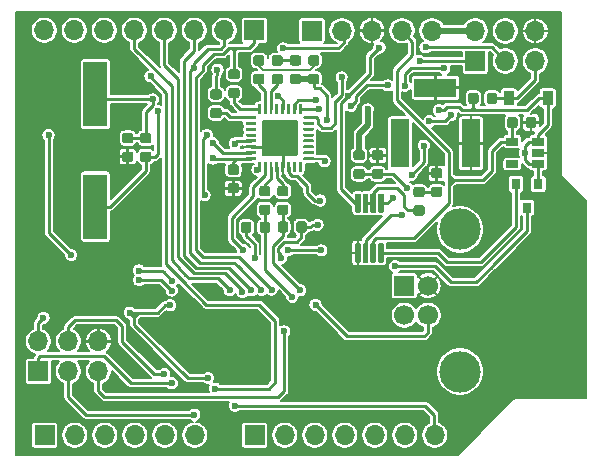
<source format=gbr>
G04 #@! TF.GenerationSoftware,KiCad,Pcbnew,(5.1.5)-3*
G04 #@! TF.CreationDate,2020-06-09T16:26:15+03:00*
G04 #@! TF.ProjectId,Arduino_Uno_R4,41726475-696e-46f5-9f55-6e6f5f52342e,rev?*
G04 #@! TF.SameCoordinates,Original*
G04 #@! TF.FileFunction,Copper,L2,Bot*
G04 #@! TF.FilePolarity,Positive*
%FSLAX46Y46*%
G04 Gerber Fmt 4.6, Leading zero omitted, Abs format (unit mm)*
G04 Created by KiCad (PCBNEW (5.1.5)-3) date 2020-06-09 16:26:15*
%MOMM*%
%LPD*%
G04 APERTURE LIST*
%ADD10R,2.000000X5.500000*%
%ADD11R,3.600000X1.600000*%
%ADD12R,1.600000X4.100000*%
%ADD13C,0.100000*%
%ADD14R,0.900000X1.200000*%
%ADD15R,1.700000X1.700000*%
%ADD16O,1.700000X1.700000*%
%ADD17C,1.700000*%
%ADD18C,3.500000*%
%ADD19R,0.800000X0.900000*%
%ADD20R,1.060000X0.650000*%
%ADD21C,0.600000*%
%ADD22C,0.250000*%
%ADD23C,0.200000*%
%ADD24C,0.500000*%
G04 APERTURE END LIST*
D10*
X55118000Y-75209600D03*
X55118000Y-65709600D03*
D11*
X83915000Y-65150000D03*
D12*
X86915000Y-69850000D03*
X80915000Y-69850000D03*
G04 #@! TA.AperFunction,SMDPad,CuDef*
D13*
G36*
X90664191Y-67623453D02*
G01*
X90685426Y-67626603D01*
X90706250Y-67631819D01*
X90726462Y-67639051D01*
X90745868Y-67648230D01*
X90764281Y-67659266D01*
X90781524Y-67672054D01*
X90797430Y-67686470D01*
X90811846Y-67702376D01*
X90824634Y-67719619D01*
X90835670Y-67738032D01*
X90844849Y-67757438D01*
X90852081Y-67777650D01*
X90857297Y-67798474D01*
X90860447Y-67819709D01*
X90861500Y-67841150D01*
X90861500Y-68353650D01*
X90860447Y-68375091D01*
X90857297Y-68396326D01*
X90852081Y-68417150D01*
X90844849Y-68437362D01*
X90835670Y-68456768D01*
X90824634Y-68475181D01*
X90811846Y-68492424D01*
X90797430Y-68508330D01*
X90781524Y-68522746D01*
X90764281Y-68535534D01*
X90745868Y-68546570D01*
X90726462Y-68555749D01*
X90706250Y-68562981D01*
X90685426Y-68568197D01*
X90664191Y-68571347D01*
X90642750Y-68572400D01*
X90205250Y-68572400D01*
X90183809Y-68571347D01*
X90162574Y-68568197D01*
X90141750Y-68562981D01*
X90121538Y-68555749D01*
X90102132Y-68546570D01*
X90083719Y-68535534D01*
X90066476Y-68522746D01*
X90050570Y-68508330D01*
X90036154Y-68492424D01*
X90023366Y-68475181D01*
X90012330Y-68456768D01*
X90003151Y-68437362D01*
X89995919Y-68417150D01*
X89990703Y-68396326D01*
X89987553Y-68375091D01*
X89986500Y-68353650D01*
X89986500Y-67841150D01*
X89987553Y-67819709D01*
X89990703Y-67798474D01*
X89995919Y-67777650D01*
X90003151Y-67757438D01*
X90012330Y-67738032D01*
X90023366Y-67719619D01*
X90036154Y-67702376D01*
X90050570Y-67686470D01*
X90066476Y-67672054D01*
X90083719Y-67659266D01*
X90102132Y-67648230D01*
X90121538Y-67639051D01*
X90141750Y-67631819D01*
X90162574Y-67626603D01*
X90183809Y-67623453D01*
X90205250Y-67622400D01*
X90642750Y-67622400D01*
X90664191Y-67623453D01*
G37*
G04 #@! TD.AperFunction*
G04 #@! TA.AperFunction,SMDPad,CuDef*
G36*
X92239191Y-67623453D02*
G01*
X92260426Y-67626603D01*
X92281250Y-67631819D01*
X92301462Y-67639051D01*
X92320868Y-67648230D01*
X92339281Y-67659266D01*
X92356524Y-67672054D01*
X92372430Y-67686470D01*
X92386846Y-67702376D01*
X92399634Y-67719619D01*
X92410670Y-67738032D01*
X92419849Y-67757438D01*
X92427081Y-67777650D01*
X92432297Y-67798474D01*
X92435447Y-67819709D01*
X92436500Y-67841150D01*
X92436500Y-68353650D01*
X92435447Y-68375091D01*
X92432297Y-68396326D01*
X92427081Y-68417150D01*
X92419849Y-68437362D01*
X92410670Y-68456768D01*
X92399634Y-68475181D01*
X92386846Y-68492424D01*
X92372430Y-68508330D01*
X92356524Y-68522746D01*
X92339281Y-68535534D01*
X92320868Y-68546570D01*
X92301462Y-68555749D01*
X92281250Y-68562981D01*
X92260426Y-68568197D01*
X92239191Y-68571347D01*
X92217750Y-68572400D01*
X91780250Y-68572400D01*
X91758809Y-68571347D01*
X91737574Y-68568197D01*
X91716750Y-68562981D01*
X91696538Y-68555749D01*
X91677132Y-68546570D01*
X91658719Y-68535534D01*
X91641476Y-68522746D01*
X91625570Y-68508330D01*
X91611154Y-68492424D01*
X91598366Y-68475181D01*
X91587330Y-68456768D01*
X91578151Y-68437362D01*
X91570919Y-68417150D01*
X91565703Y-68396326D01*
X91562553Y-68375091D01*
X91561500Y-68353650D01*
X91561500Y-67841150D01*
X91562553Y-67819709D01*
X91565703Y-67798474D01*
X91570919Y-67777650D01*
X91578151Y-67757438D01*
X91587330Y-67738032D01*
X91598366Y-67719619D01*
X91611154Y-67702376D01*
X91625570Y-67686470D01*
X91641476Y-67672054D01*
X91658719Y-67659266D01*
X91677132Y-67648230D01*
X91696538Y-67639051D01*
X91716750Y-67631819D01*
X91737574Y-67626603D01*
X91758809Y-67623453D01*
X91780250Y-67622400D01*
X92217750Y-67622400D01*
X92239191Y-67623453D01*
G37*
G04 #@! TD.AperFunction*
G04 #@! TA.AperFunction,SMDPad,CuDef*
G36*
X67079691Y-71648553D02*
G01*
X67100926Y-71651703D01*
X67121750Y-71656919D01*
X67141962Y-71664151D01*
X67161368Y-71673330D01*
X67179781Y-71684366D01*
X67197024Y-71697154D01*
X67212930Y-71711570D01*
X67227346Y-71727476D01*
X67240134Y-71744719D01*
X67251170Y-71763132D01*
X67260349Y-71782538D01*
X67267581Y-71802750D01*
X67272797Y-71823574D01*
X67275947Y-71844809D01*
X67277000Y-71866250D01*
X67277000Y-72303750D01*
X67275947Y-72325191D01*
X67272797Y-72346426D01*
X67267581Y-72367250D01*
X67260349Y-72387462D01*
X67251170Y-72406868D01*
X67240134Y-72425281D01*
X67227346Y-72442524D01*
X67212930Y-72458430D01*
X67197024Y-72472846D01*
X67179781Y-72485634D01*
X67161368Y-72496670D01*
X67141962Y-72505849D01*
X67121750Y-72513081D01*
X67100926Y-72518297D01*
X67079691Y-72521447D01*
X67058250Y-72522500D01*
X66545750Y-72522500D01*
X66524309Y-72521447D01*
X66503074Y-72518297D01*
X66482250Y-72513081D01*
X66462038Y-72505849D01*
X66442632Y-72496670D01*
X66424219Y-72485634D01*
X66406976Y-72472846D01*
X66391070Y-72458430D01*
X66376654Y-72442524D01*
X66363866Y-72425281D01*
X66352830Y-72406868D01*
X66343651Y-72387462D01*
X66336419Y-72367250D01*
X66331203Y-72346426D01*
X66328053Y-72325191D01*
X66327000Y-72303750D01*
X66327000Y-71866250D01*
X66328053Y-71844809D01*
X66331203Y-71823574D01*
X66336419Y-71802750D01*
X66343651Y-71782538D01*
X66352830Y-71763132D01*
X66363866Y-71744719D01*
X66376654Y-71727476D01*
X66391070Y-71711570D01*
X66406976Y-71697154D01*
X66424219Y-71684366D01*
X66442632Y-71673330D01*
X66462038Y-71664151D01*
X66482250Y-71656919D01*
X66503074Y-71651703D01*
X66524309Y-71648553D01*
X66545750Y-71647500D01*
X67058250Y-71647500D01*
X67079691Y-71648553D01*
G37*
G04 #@! TD.AperFunction*
G04 #@! TA.AperFunction,SMDPad,CuDef*
G36*
X67079691Y-73223553D02*
G01*
X67100926Y-73226703D01*
X67121750Y-73231919D01*
X67141962Y-73239151D01*
X67161368Y-73248330D01*
X67179781Y-73259366D01*
X67197024Y-73272154D01*
X67212930Y-73286570D01*
X67227346Y-73302476D01*
X67240134Y-73319719D01*
X67251170Y-73338132D01*
X67260349Y-73357538D01*
X67267581Y-73377750D01*
X67272797Y-73398574D01*
X67275947Y-73419809D01*
X67277000Y-73441250D01*
X67277000Y-73878750D01*
X67275947Y-73900191D01*
X67272797Y-73921426D01*
X67267581Y-73942250D01*
X67260349Y-73962462D01*
X67251170Y-73981868D01*
X67240134Y-74000281D01*
X67227346Y-74017524D01*
X67212930Y-74033430D01*
X67197024Y-74047846D01*
X67179781Y-74060634D01*
X67161368Y-74071670D01*
X67141962Y-74080849D01*
X67121750Y-74088081D01*
X67100926Y-74093297D01*
X67079691Y-74096447D01*
X67058250Y-74097500D01*
X66545750Y-74097500D01*
X66524309Y-74096447D01*
X66503074Y-74093297D01*
X66482250Y-74088081D01*
X66462038Y-74080849D01*
X66442632Y-74071670D01*
X66424219Y-74060634D01*
X66406976Y-74047846D01*
X66391070Y-74033430D01*
X66376654Y-74017524D01*
X66363866Y-74000281D01*
X66352830Y-73981868D01*
X66343651Y-73962462D01*
X66336419Y-73942250D01*
X66331203Y-73921426D01*
X66328053Y-73900191D01*
X66327000Y-73878750D01*
X66327000Y-73441250D01*
X66328053Y-73419809D01*
X66331203Y-73398574D01*
X66336419Y-73377750D01*
X66343651Y-73357538D01*
X66352830Y-73338132D01*
X66363866Y-73319719D01*
X66376654Y-73302476D01*
X66391070Y-73286570D01*
X66406976Y-73272154D01*
X66424219Y-73259366D01*
X66442632Y-73248330D01*
X66462038Y-73239151D01*
X66482250Y-73231919D01*
X66503074Y-73226703D01*
X66524309Y-73223553D01*
X66545750Y-73222500D01*
X67058250Y-73222500D01*
X67079691Y-73223553D01*
G37*
G04 #@! TD.AperFunction*
G04 #@! TA.AperFunction,SMDPad,CuDef*
G36*
X58138891Y-70556753D02*
G01*
X58160126Y-70559903D01*
X58180950Y-70565119D01*
X58201162Y-70572351D01*
X58220568Y-70581530D01*
X58238981Y-70592566D01*
X58256224Y-70605354D01*
X58272130Y-70619770D01*
X58286546Y-70635676D01*
X58299334Y-70652919D01*
X58310370Y-70671332D01*
X58319549Y-70690738D01*
X58326781Y-70710950D01*
X58331997Y-70731774D01*
X58335147Y-70753009D01*
X58336200Y-70774450D01*
X58336200Y-71211950D01*
X58335147Y-71233391D01*
X58331997Y-71254626D01*
X58326781Y-71275450D01*
X58319549Y-71295662D01*
X58310370Y-71315068D01*
X58299334Y-71333481D01*
X58286546Y-71350724D01*
X58272130Y-71366630D01*
X58256224Y-71381046D01*
X58238981Y-71393834D01*
X58220568Y-71404870D01*
X58201162Y-71414049D01*
X58180950Y-71421281D01*
X58160126Y-71426497D01*
X58138891Y-71429647D01*
X58117450Y-71430700D01*
X57604950Y-71430700D01*
X57583509Y-71429647D01*
X57562274Y-71426497D01*
X57541450Y-71421281D01*
X57521238Y-71414049D01*
X57501832Y-71404870D01*
X57483419Y-71393834D01*
X57466176Y-71381046D01*
X57450270Y-71366630D01*
X57435854Y-71350724D01*
X57423066Y-71333481D01*
X57412030Y-71315068D01*
X57402851Y-71295662D01*
X57395619Y-71275450D01*
X57390403Y-71254626D01*
X57387253Y-71233391D01*
X57386200Y-71211950D01*
X57386200Y-70774450D01*
X57387253Y-70753009D01*
X57390403Y-70731774D01*
X57395619Y-70710950D01*
X57402851Y-70690738D01*
X57412030Y-70671332D01*
X57423066Y-70652919D01*
X57435854Y-70635676D01*
X57450270Y-70619770D01*
X57466176Y-70605354D01*
X57483419Y-70592566D01*
X57501832Y-70581530D01*
X57521238Y-70572351D01*
X57541450Y-70565119D01*
X57562274Y-70559903D01*
X57583509Y-70556753D01*
X57604950Y-70555700D01*
X58117450Y-70555700D01*
X58138891Y-70556753D01*
G37*
G04 #@! TD.AperFunction*
G04 #@! TA.AperFunction,SMDPad,CuDef*
G36*
X58138891Y-68981753D02*
G01*
X58160126Y-68984903D01*
X58180950Y-68990119D01*
X58201162Y-68997351D01*
X58220568Y-69006530D01*
X58238981Y-69017566D01*
X58256224Y-69030354D01*
X58272130Y-69044770D01*
X58286546Y-69060676D01*
X58299334Y-69077919D01*
X58310370Y-69096332D01*
X58319549Y-69115738D01*
X58326781Y-69135950D01*
X58331997Y-69156774D01*
X58335147Y-69178009D01*
X58336200Y-69199450D01*
X58336200Y-69636950D01*
X58335147Y-69658391D01*
X58331997Y-69679626D01*
X58326781Y-69700450D01*
X58319549Y-69720662D01*
X58310370Y-69740068D01*
X58299334Y-69758481D01*
X58286546Y-69775724D01*
X58272130Y-69791630D01*
X58256224Y-69806046D01*
X58238981Y-69818834D01*
X58220568Y-69829870D01*
X58201162Y-69839049D01*
X58180950Y-69846281D01*
X58160126Y-69851497D01*
X58138891Y-69854647D01*
X58117450Y-69855700D01*
X57604950Y-69855700D01*
X57583509Y-69854647D01*
X57562274Y-69851497D01*
X57541450Y-69846281D01*
X57521238Y-69839049D01*
X57501832Y-69829870D01*
X57483419Y-69818834D01*
X57466176Y-69806046D01*
X57450270Y-69791630D01*
X57435854Y-69775724D01*
X57423066Y-69758481D01*
X57412030Y-69740068D01*
X57402851Y-69720662D01*
X57395619Y-69700450D01*
X57390403Y-69679626D01*
X57387253Y-69658391D01*
X57386200Y-69636950D01*
X57386200Y-69199450D01*
X57387253Y-69178009D01*
X57390403Y-69156774D01*
X57395619Y-69135950D01*
X57402851Y-69115738D01*
X57412030Y-69096332D01*
X57423066Y-69077919D01*
X57435854Y-69060676D01*
X57450270Y-69044770D01*
X57466176Y-69030354D01*
X57483419Y-69017566D01*
X57501832Y-69006530D01*
X57521238Y-68997351D01*
X57541450Y-68990119D01*
X57562274Y-68984903D01*
X57583509Y-68981753D01*
X57604950Y-68980700D01*
X58117450Y-68980700D01*
X58138891Y-68981753D01*
G37*
G04 #@! TD.AperFunction*
G04 #@! TA.AperFunction,SMDPad,CuDef*
G36*
X84300891Y-73528453D02*
G01*
X84322126Y-73531603D01*
X84342950Y-73536819D01*
X84363162Y-73544051D01*
X84382568Y-73553230D01*
X84400981Y-73564266D01*
X84418224Y-73577054D01*
X84434130Y-73591470D01*
X84448546Y-73607376D01*
X84461334Y-73624619D01*
X84472370Y-73643032D01*
X84481549Y-73662438D01*
X84488781Y-73682650D01*
X84493997Y-73703474D01*
X84497147Y-73724709D01*
X84498200Y-73746150D01*
X84498200Y-74183650D01*
X84497147Y-74205091D01*
X84493997Y-74226326D01*
X84488781Y-74247150D01*
X84481549Y-74267362D01*
X84472370Y-74286768D01*
X84461334Y-74305181D01*
X84448546Y-74322424D01*
X84434130Y-74338330D01*
X84418224Y-74352746D01*
X84400981Y-74365534D01*
X84382568Y-74376570D01*
X84363162Y-74385749D01*
X84342950Y-74392981D01*
X84322126Y-74398197D01*
X84300891Y-74401347D01*
X84279450Y-74402400D01*
X83766950Y-74402400D01*
X83745509Y-74401347D01*
X83724274Y-74398197D01*
X83703450Y-74392981D01*
X83683238Y-74385749D01*
X83663832Y-74376570D01*
X83645419Y-74365534D01*
X83628176Y-74352746D01*
X83612270Y-74338330D01*
X83597854Y-74322424D01*
X83585066Y-74305181D01*
X83574030Y-74286768D01*
X83564851Y-74267362D01*
X83557619Y-74247150D01*
X83552403Y-74226326D01*
X83549253Y-74205091D01*
X83548200Y-74183650D01*
X83548200Y-73746150D01*
X83549253Y-73724709D01*
X83552403Y-73703474D01*
X83557619Y-73682650D01*
X83564851Y-73662438D01*
X83574030Y-73643032D01*
X83585066Y-73624619D01*
X83597854Y-73607376D01*
X83612270Y-73591470D01*
X83628176Y-73577054D01*
X83645419Y-73564266D01*
X83663832Y-73553230D01*
X83683238Y-73544051D01*
X83703450Y-73536819D01*
X83724274Y-73531603D01*
X83745509Y-73528453D01*
X83766950Y-73527400D01*
X84279450Y-73527400D01*
X84300891Y-73528453D01*
G37*
G04 #@! TD.AperFunction*
G04 #@! TA.AperFunction,SMDPad,CuDef*
G36*
X84300891Y-71953453D02*
G01*
X84322126Y-71956603D01*
X84342950Y-71961819D01*
X84363162Y-71969051D01*
X84382568Y-71978230D01*
X84400981Y-71989266D01*
X84418224Y-72002054D01*
X84434130Y-72016470D01*
X84448546Y-72032376D01*
X84461334Y-72049619D01*
X84472370Y-72068032D01*
X84481549Y-72087438D01*
X84488781Y-72107650D01*
X84493997Y-72128474D01*
X84497147Y-72149709D01*
X84498200Y-72171150D01*
X84498200Y-72608650D01*
X84497147Y-72630091D01*
X84493997Y-72651326D01*
X84488781Y-72672150D01*
X84481549Y-72692362D01*
X84472370Y-72711768D01*
X84461334Y-72730181D01*
X84448546Y-72747424D01*
X84434130Y-72763330D01*
X84418224Y-72777746D01*
X84400981Y-72790534D01*
X84382568Y-72801570D01*
X84363162Y-72810749D01*
X84342950Y-72817981D01*
X84322126Y-72823197D01*
X84300891Y-72826347D01*
X84279450Y-72827400D01*
X83766950Y-72827400D01*
X83745509Y-72826347D01*
X83724274Y-72823197D01*
X83703450Y-72817981D01*
X83683238Y-72810749D01*
X83663832Y-72801570D01*
X83645419Y-72790534D01*
X83628176Y-72777746D01*
X83612270Y-72763330D01*
X83597854Y-72747424D01*
X83585066Y-72730181D01*
X83574030Y-72711768D01*
X83564851Y-72692362D01*
X83557619Y-72672150D01*
X83552403Y-72651326D01*
X83549253Y-72630091D01*
X83548200Y-72608650D01*
X83548200Y-72171150D01*
X83549253Y-72149709D01*
X83552403Y-72128474D01*
X83557619Y-72107650D01*
X83564851Y-72087438D01*
X83574030Y-72068032D01*
X83585066Y-72049619D01*
X83597854Y-72032376D01*
X83612270Y-72016470D01*
X83628176Y-72002054D01*
X83645419Y-71989266D01*
X83663832Y-71978230D01*
X83683238Y-71969051D01*
X83703450Y-71961819D01*
X83724274Y-71956603D01*
X83745509Y-71953453D01*
X83766950Y-71952400D01*
X84279450Y-71952400D01*
X84300891Y-71953453D01*
G37*
G04 #@! TD.AperFunction*
D14*
X93420200Y-66014600D03*
X90120200Y-66014600D03*
G04 #@! TA.AperFunction,SMDPad,CuDef*
D13*
G36*
X69238691Y-62403153D02*
G01*
X69259926Y-62406303D01*
X69280750Y-62411519D01*
X69300962Y-62418751D01*
X69320368Y-62427930D01*
X69338781Y-62438966D01*
X69356024Y-62451754D01*
X69371930Y-62466170D01*
X69386346Y-62482076D01*
X69399134Y-62499319D01*
X69410170Y-62517732D01*
X69419349Y-62537138D01*
X69426581Y-62557350D01*
X69431797Y-62578174D01*
X69434947Y-62599409D01*
X69436000Y-62620850D01*
X69436000Y-63058350D01*
X69434947Y-63079791D01*
X69431797Y-63101026D01*
X69426581Y-63121850D01*
X69419349Y-63142062D01*
X69410170Y-63161468D01*
X69399134Y-63179881D01*
X69386346Y-63197124D01*
X69371930Y-63213030D01*
X69356024Y-63227446D01*
X69338781Y-63240234D01*
X69320368Y-63251270D01*
X69300962Y-63260449D01*
X69280750Y-63267681D01*
X69259926Y-63272897D01*
X69238691Y-63276047D01*
X69217250Y-63277100D01*
X68704750Y-63277100D01*
X68683309Y-63276047D01*
X68662074Y-63272897D01*
X68641250Y-63267681D01*
X68621038Y-63260449D01*
X68601632Y-63251270D01*
X68583219Y-63240234D01*
X68565976Y-63227446D01*
X68550070Y-63213030D01*
X68535654Y-63197124D01*
X68522866Y-63179881D01*
X68511830Y-63161468D01*
X68502651Y-63142062D01*
X68495419Y-63121850D01*
X68490203Y-63101026D01*
X68487053Y-63079791D01*
X68486000Y-63058350D01*
X68486000Y-62620850D01*
X68487053Y-62599409D01*
X68490203Y-62578174D01*
X68495419Y-62557350D01*
X68502651Y-62537138D01*
X68511830Y-62517732D01*
X68522866Y-62499319D01*
X68535654Y-62482076D01*
X68550070Y-62466170D01*
X68565976Y-62451754D01*
X68583219Y-62438966D01*
X68601632Y-62427930D01*
X68621038Y-62418751D01*
X68641250Y-62411519D01*
X68662074Y-62406303D01*
X68683309Y-62403153D01*
X68704750Y-62402100D01*
X69217250Y-62402100D01*
X69238691Y-62403153D01*
G37*
G04 #@! TD.AperFunction*
G04 #@! TA.AperFunction,SMDPad,CuDef*
G36*
X69238691Y-63978153D02*
G01*
X69259926Y-63981303D01*
X69280750Y-63986519D01*
X69300962Y-63993751D01*
X69320368Y-64002930D01*
X69338781Y-64013966D01*
X69356024Y-64026754D01*
X69371930Y-64041170D01*
X69386346Y-64057076D01*
X69399134Y-64074319D01*
X69410170Y-64092732D01*
X69419349Y-64112138D01*
X69426581Y-64132350D01*
X69431797Y-64153174D01*
X69434947Y-64174409D01*
X69436000Y-64195850D01*
X69436000Y-64633350D01*
X69434947Y-64654791D01*
X69431797Y-64676026D01*
X69426581Y-64696850D01*
X69419349Y-64717062D01*
X69410170Y-64736468D01*
X69399134Y-64754881D01*
X69386346Y-64772124D01*
X69371930Y-64788030D01*
X69356024Y-64802446D01*
X69338781Y-64815234D01*
X69320368Y-64826270D01*
X69300962Y-64835449D01*
X69280750Y-64842681D01*
X69259926Y-64847897D01*
X69238691Y-64851047D01*
X69217250Y-64852100D01*
X68704750Y-64852100D01*
X68683309Y-64851047D01*
X68662074Y-64847897D01*
X68641250Y-64842681D01*
X68621038Y-64835449D01*
X68601632Y-64826270D01*
X68583219Y-64815234D01*
X68565976Y-64802446D01*
X68550070Y-64788030D01*
X68535654Y-64772124D01*
X68522866Y-64754881D01*
X68511830Y-64736468D01*
X68502651Y-64717062D01*
X68495419Y-64696850D01*
X68490203Y-64676026D01*
X68487053Y-64654791D01*
X68486000Y-64633350D01*
X68486000Y-64195850D01*
X68487053Y-64174409D01*
X68490203Y-64153174D01*
X68495419Y-64132350D01*
X68502651Y-64112138D01*
X68511830Y-64092732D01*
X68522866Y-64074319D01*
X68535654Y-64057076D01*
X68550070Y-64041170D01*
X68565976Y-64026754D01*
X68583219Y-64013966D01*
X68601632Y-64002930D01*
X68621038Y-63993751D01*
X68641250Y-63986519D01*
X68662074Y-63981303D01*
X68683309Y-63978153D01*
X68704750Y-63977100D01*
X69217250Y-63977100D01*
X69238691Y-63978153D01*
G37*
G04 #@! TD.AperFunction*
G04 #@! TA.AperFunction,SMDPad,CuDef*
G36*
X70788091Y-63978153D02*
G01*
X70809326Y-63981303D01*
X70830150Y-63986519D01*
X70850362Y-63993751D01*
X70869768Y-64002930D01*
X70888181Y-64013966D01*
X70905424Y-64026754D01*
X70921330Y-64041170D01*
X70935746Y-64057076D01*
X70948534Y-64074319D01*
X70959570Y-64092732D01*
X70968749Y-64112138D01*
X70975981Y-64132350D01*
X70981197Y-64153174D01*
X70984347Y-64174409D01*
X70985400Y-64195850D01*
X70985400Y-64633350D01*
X70984347Y-64654791D01*
X70981197Y-64676026D01*
X70975981Y-64696850D01*
X70968749Y-64717062D01*
X70959570Y-64736468D01*
X70948534Y-64754881D01*
X70935746Y-64772124D01*
X70921330Y-64788030D01*
X70905424Y-64802446D01*
X70888181Y-64815234D01*
X70869768Y-64826270D01*
X70850362Y-64835449D01*
X70830150Y-64842681D01*
X70809326Y-64847897D01*
X70788091Y-64851047D01*
X70766650Y-64852100D01*
X70254150Y-64852100D01*
X70232709Y-64851047D01*
X70211474Y-64847897D01*
X70190650Y-64842681D01*
X70170438Y-64835449D01*
X70151032Y-64826270D01*
X70132619Y-64815234D01*
X70115376Y-64802446D01*
X70099470Y-64788030D01*
X70085054Y-64772124D01*
X70072266Y-64754881D01*
X70061230Y-64736468D01*
X70052051Y-64717062D01*
X70044819Y-64696850D01*
X70039603Y-64676026D01*
X70036453Y-64654791D01*
X70035400Y-64633350D01*
X70035400Y-64195850D01*
X70036453Y-64174409D01*
X70039603Y-64153174D01*
X70044819Y-64132350D01*
X70052051Y-64112138D01*
X70061230Y-64092732D01*
X70072266Y-64074319D01*
X70085054Y-64057076D01*
X70099470Y-64041170D01*
X70115376Y-64026754D01*
X70132619Y-64013966D01*
X70151032Y-64002930D01*
X70170438Y-63993751D01*
X70190650Y-63986519D01*
X70211474Y-63981303D01*
X70232709Y-63978153D01*
X70254150Y-63977100D01*
X70766650Y-63977100D01*
X70788091Y-63978153D01*
G37*
G04 #@! TD.AperFunction*
G04 #@! TA.AperFunction,SMDPad,CuDef*
G36*
X70788091Y-62403153D02*
G01*
X70809326Y-62406303D01*
X70830150Y-62411519D01*
X70850362Y-62418751D01*
X70869768Y-62427930D01*
X70888181Y-62438966D01*
X70905424Y-62451754D01*
X70921330Y-62466170D01*
X70935746Y-62482076D01*
X70948534Y-62499319D01*
X70959570Y-62517732D01*
X70968749Y-62537138D01*
X70975981Y-62557350D01*
X70981197Y-62578174D01*
X70984347Y-62599409D01*
X70985400Y-62620850D01*
X70985400Y-63058350D01*
X70984347Y-63079791D01*
X70981197Y-63101026D01*
X70975981Y-63121850D01*
X70968749Y-63142062D01*
X70959570Y-63161468D01*
X70948534Y-63179881D01*
X70935746Y-63197124D01*
X70921330Y-63213030D01*
X70905424Y-63227446D01*
X70888181Y-63240234D01*
X70869768Y-63251270D01*
X70850362Y-63260449D01*
X70830150Y-63267681D01*
X70809326Y-63272897D01*
X70788091Y-63276047D01*
X70766650Y-63277100D01*
X70254150Y-63277100D01*
X70232709Y-63276047D01*
X70211474Y-63272897D01*
X70190650Y-63267681D01*
X70170438Y-63260449D01*
X70151032Y-63251270D01*
X70132619Y-63240234D01*
X70115376Y-63227446D01*
X70099470Y-63213030D01*
X70085054Y-63197124D01*
X70072266Y-63179881D01*
X70061230Y-63161468D01*
X70052051Y-63142062D01*
X70044819Y-63121850D01*
X70039603Y-63101026D01*
X70036453Y-63079791D01*
X70035400Y-63058350D01*
X70035400Y-62620850D01*
X70036453Y-62599409D01*
X70039603Y-62578174D01*
X70044819Y-62557350D01*
X70052051Y-62537138D01*
X70061230Y-62517732D01*
X70072266Y-62499319D01*
X70085054Y-62482076D01*
X70099470Y-62466170D01*
X70115376Y-62451754D01*
X70132619Y-62438966D01*
X70151032Y-62427930D01*
X70170438Y-62418751D01*
X70190650Y-62411519D01*
X70211474Y-62406303D01*
X70232709Y-62403153D01*
X70254150Y-62402100D01*
X70766650Y-62402100D01*
X70788091Y-62403153D01*
G37*
G04 #@! TD.AperFunction*
D15*
X87274400Y-62890400D03*
D16*
X87274400Y-60350400D03*
X89814400Y-62890400D03*
X89814400Y-60350400D03*
X92354400Y-62890400D03*
X92354400Y-60350400D03*
D15*
X81280000Y-81915000D03*
D17*
X81280000Y-84415000D03*
X83280000Y-84415000D03*
X83280000Y-81915000D03*
D18*
X85990000Y-77145000D03*
X85990000Y-89185000D03*
D16*
X55372000Y-86614000D03*
X55372000Y-89154000D03*
X52832000Y-86614000D03*
X52832000Y-89154000D03*
X50292000Y-86614000D03*
D15*
X50292000Y-89154000D03*
D19*
X90718600Y-73295000D03*
X92618600Y-73295000D03*
X91668600Y-75295000D03*
G04 #@! TA.AperFunction,SMDPad,CuDef*
D13*
G36*
X77722291Y-70429553D02*
G01*
X77743526Y-70432703D01*
X77764350Y-70437919D01*
X77784562Y-70445151D01*
X77803968Y-70454330D01*
X77822381Y-70465366D01*
X77839624Y-70478154D01*
X77855530Y-70492570D01*
X77869946Y-70508476D01*
X77882734Y-70525719D01*
X77893770Y-70544132D01*
X77902949Y-70563538D01*
X77910181Y-70583750D01*
X77915397Y-70604574D01*
X77918547Y-70625809D01*
X77919600Y-70647250D01*
X77919600Y-71084750D01*
X77918547Y-71106191D01*
X77915397Y-71127426D01*
X77910181Y-71148250D01*
X77902949Y-71168462D01*
X77893770Y-71187868D01*
X77882734Y-71206281D01*
X77869946Y-71223524D01*
X77855530Y-71239430D01*
X77839624Y-71253846D01*
X77822381Y-71266634D01*
X77803968Y-71277670D01*
X77784562Y-71286849D01*
X77764350Y-71294081D01*
X77743526Y-71299297D01*
X77722291Y-71302447D01*
X77700850Y-71303500D01*
X77188350Y-71303500D01*
X77166909Y-71302447D01*
X77145674Y-71299297D01*
X77124850Y-71294081D01*
X77104638Y-71286849D01*
X77085232Y-71277670D01*
X77066819Y-71266634D01*
X77049576Y-71253846D01*
X77033670Y-71239430D01*
X77019254Y-71223524D01*
X77006466Y-71206281D01*
X76995430Y-71187868D01*
X76986251Y-71168462D01*
X76979019Y-71148250D01*
X76973803Y-71127426D01*
X76970653Y-71106191D01*
X76969600Y-71084750D01*
X76969600Y-70647250D01*
X76970653Y-70625809D01*
X76973803Y-70604574D01*
X76979019Y-70583750D01*
X76986251Y-70563538D01*
X76995430Y-70544132D01*
X77006466Y-70525719D01*
X77019254Y-70508476D01*
X77033670Y-70492570D01*
X77049576Y-70478154D01*
X77066819Y-70465366D01*
X77085232Y-70454330D01*
X77104638Y-70445151D01*
X77124850Y-70437919D01*
X77145674Y-70432703D01*
X77166909Y-70429553D01*
X77188350Y-70428500D01*
X77700850Y-70428500D01*
X77722291Y-70429553D01*
G37*
G04 #@! TD.AperFunction*
G04 #@! TA.AperFunction,SMDPad,CuDef*
G36*
X77722291Y-72004553D02*
G01*
X77743526Y-72007703D01*
X77764350Y-72012919D01*
X77784562Y-72020151D01*
X77803968Y-72029330D01*
X77822381Y-72040366D01*
X77839624Y-72053154D01*
X77855530Y-72067570D01*
X77869946Y-72083476D01*
X77882734Y-72100719D01*
X77893770Y-72119132D01*
X77902949Y-72138538D01*
X77910181Y-72158750D01*
X77915397Y-72179574D01*
X77918547Y-72200809D01*
X77919600Y-72222250D01*
X77919600Y-72659750D01*
X77918547Y-72681191D01*
X77915397Y-72702426D01*
X77910181Y-72723250D01*
X77902949Y-72743462D01*
X77893770Y-72762868D01*
X77882734Y-72781281D01*
X77869946Y-72798524D01*
X77855530Y-72814430D01*
X77839624Y-72828846D01*
X77822381Y-72841634D01*
X77803968Y-72852670D01*
X77784562Y-72861849D01*
X77764350Y-72869081D01*
X77743526Y-72874297D01*
X77722291Y-72877447D01*
X77700850Y-72878500D01*
X77188350Y-72878500D01*
X77166909Y-72877447D01*
X77145674Y-72874297D01*
X77124850Y-72869081D01*
X77104638Y-72861849D01*
X77085232Y-72852670D01*
X77066819Y-72841634D01*
X77049576Y-72828846D01*
X77033670Y-72814430D01*
X77019254Y-72798524D01*
X77006466Y-72781281D01*
X76995430Y-72762868D01*
X76986251Y-72743462D01*
X76979019Y-72723250D01*
X76973803Y-72702426D01*
X76970653Y-72681191D01*
X76969600Y-72659750D01*
X76969600Y-72222250D01*
X76970653Y-72200809D01*
X76973803Y-72179574D01*
X76979019Y-72158750D01*
X76986251Y-72138538D01*
X76995430Y-72119132D01*
X77006466Y-72100719D01*
X77019254Y-72083476D01*
X77033670Y-72067570D01*
X77049576Y-72053154D01*
X77066819Y-72040366D01*
X77085232Y-72029330D01*
X77104638Y-72020151D01*
X77124850Y-72012919D01*
X77145674Y-72007703D01*
X77166909Y-72004553D01*
X77188350Y-72003500D01*
X77700850Y-72003500D01*
X77722291Y-72004553D01*
G37*
G04 #@! TD.AperFunction*
G04 #@! TA.AperFunction,SMDPad,CuDef*
G36*
X79297091Y-72004553D02*
G01*
X79318326Y-72007703D01*
X79339150Y-72012919D01*
X79359362Y-72020151D01*
X79378768Y-72029330D01*
X79397181Y-72040366D01*
X79414424Y-72053154D01*
X79430330Y-72067570D01*
X79444746Y-72083476D01*
X79457534Y-72100719D01*
X79468570Y-72119132D01*
X79477749Y-72138538D01*
X79484981Y-72158750D01*
X79490197Y-72179574D01*
X79493347Y-72200809D01*
X79494400Y-72222250D01*
X79494400Y-72659750D01*
X79493347Y-72681191D01*
X79490197Y-72702426D01*
X79484981Y-72723250D01*
X79477749Y-72743462D01*
X79468570Y-72762868D01*
X79457534Y-72781281D01*
X79444746Y-72798524D01*
X79430330Y-72814430D01*
X79414424Y-72828846D01*
X79397181Y-72841634D01*
X79378768Y-72852670D01*
X79359362Y-72861849D01*
X79339150Y-72869081D01*
X79318326Y-72874297D01*
X79297091Y-72877447D01*
X79275650Y-72878500D01*
X78763150Y-72878500D01*
X78741709Y-72877447D01*
X78720474Y-72874297D01*
X78699650Y-72869081D01*
X78679438Y-72861849D01*
X78660032Y-72852670D01*
X78641619Y-72841634D01*
X78624376Y-72828846D01*
X78608470Y-72814430D01*
X78594054Y-72798524D01*
X78581266Y-72781281D01*
X78570230Y-72762868D01*
X78561051Y-72743462D01*
X78553819Y-72723250D01*
X78548603Y-72702426D01*
X78545453Y-72681191D01*
X78544400Y-72659750D01*
X78544400Y-72222250D01*
X78545453Y-72200809D01*
X78548603Y-72179574D01*
X78553819Y-72158750D01*
X78561051Y-72138538D01*
X78570230Y-72119132D01*
X78581266Y-72100719D01*
X78594054Y-72083476D01*
X78608470Y-72067570D01*
X78624376Y-72053154D01*
X78641619Y-72040366D01*
X78660032Y-72029330D01*
X78679438Y-72020151D01*
X78699650Y-72012919D01*
X78720474Y-72007703D01*
X78741709Y-72004553D01*
X78763150Y-72003500D01*
X79275650Y-72003500D01*
X79297091Y-72004553D01*
G37*
G04 #@! TD.AperFunction*
G04 #@! TA.AperFunction,SMDPad,CuDef*
G36*
X79297091Y-70429553D02*
G01*
X79318326Y-70432703D01*
X79339150Y-70437919D01*
X79359362Y-70445151D01*
X79378768Y-70454330D01*
X79397181Y-70465366D01*
X79414424Y-70478154D01*
X79430330Y-70492570D01*
X79444746Y-70508476D01*
X79457534Y-70525719D01*
X79468570Y-70544132D01*
X79477749Y-70563538D01*
X79484981Y-70583750D01*
X79490197Y-70604574D01*
X79493347Y-70625809D01*
X79494400Y-70647250D01*
X79494400Y-71084750D01*
X79493347Y-71106191D01*
X79490197Y-71127426D01*
X79484981Y-71148250D01*
X79477749Y-71168462D01*
X79468570Y-71187868D01*
X79457534Y-71206281D01*
X79444746Y-71223524D01*
X79430330Y-71239430D01*
X79414424Y-71253846D01*
X79397181Y-71266634D01*
X79378768Y-71277670D01*
X79359362Y-71286849D01*
X79339150Y-71294081D01*
X79318326Y-71299297D01*
X79297091Y-71302447D01*
X79275650Y-71303500D01*
X78763150Y-71303500D01*
X78741709Y-71302447D01*
X78720474Y-71299297D01*
X78699650Y-71294081D01*
X78679438Y-71286849D01*
X78660032Y-71277670D01*
X78641619Y-71266634D01*
X78624376Y-71253846D01*
X78608470Y-71239430D01*
X78594054Y-71223524D01*
X78581266Y-71206281D01*
X78570230Y-71187868D01*
X78561051Y-71168462D01*
X78553819Y-71148250D01*
X78548603Y-71127426D01*
X78545453Y-71106191D01*
X78544400Y-71084750D01*
X78544400Y-70647250D01*
X78545453Y-70625809D01*
X78548603Y-70604574D01*
X78553819Y-70583750D01*
X78561051Y-70563538D01*
X78570230Y-70544132D01*
X78581266Y-70525719D01*
X78594054Y-70508476D01*
X78608470Y-70492570D01*
X78624376Y-70478154D01*
X78641619Y-70465366D01*
X78660032Y-70454330D01*
X78679438Y-70445151D01*
X78699650Y-70437919D01*
X78720474Y-70432703D01*
X78741709Y-70429553D01*
X78763150Y-70428500D01*
X79275650Y-70428500D01*
X79297091Y-70429553D01*
G37*
G04 #@! TD.AperFunction*
G04 #@! TA.AperFunction,SMDPad,CuDef*
G36*
X82802291Y-73528353D02*
G01*
X82823526Y-73531503D01*
X82844350Y-73536719D01*
X82864562Y-73543951D01*
X82883968Y-73553130D01*
X82902381Y-73564166D01*
X82919624Y-73576954D01*
X82935530Y-73591370D01*
X82949946Y-73607276D01*
X82962734Y-73624519D01*
X82973770Y-73642932D01*
X82982949Y-73662338D01*
X82990181Y-73682550D01*
X82995397Y-73703374D01*
X82998547Y-73724609D01*
X82999600Y-73746050D01*
X82999600Y-74183550D01*
X82998547Y-74204991D01*
X82995397Y-74226226D01*
X82990181Y-74247050D01*
X82982949Y-74267262D01*
X82973770Y-74286668D01*
X82962734Y-74305081D01*
X82949946Y-74322324D01*
X82935530Y-74338230D01*
X82919624Y-74352646D01*
X82902381Y-74365434D01*
X82883968Y-74376470D01*
X82864562Y-74385649D01*
X82844350Y-74392881D01*
X82823526Y-74398097D01*
X82802291Y-74401247D01*
X82780850Y-74402300D01*
X82268350Y-74402300D01*
X82246909Y-74401247D01*
X82225674Y-74398097D01*
X82204850Y-74392881D01*
X82184638Y-74385649D01*
X82165232Y-74376470D01*
X82146819Y-74365434D01*
X82129576Y-74352646D01*
X82113670Y-74338230D01*
X82099254Y-74322324D01*
X82086466Y-74305081D01*
X82075430Y-74286668D01*
X82066251Y-74267262D01*
X82059019Y-74247050D01*
X82053803Y-74226226D01*
X82050653Y-74204991D01*
X82049600Y-74183550D01*
X82049600Y-73746050D01*
X82050653Y-73724609D01*
X82053803Y-73703374D01*
X82059019Y-73682550D01*
X82066251Y-73662338D01*
X82075430Y-73642932D01*
X82086466Y-73624519D01*
X82099254Y-73607276D01*
X82113670Y-73591370D01*
X82129576Y-73576954D01*
X82146819Y-73564166D01*
X82165232Y-73553130D01*
X82184638Y-73543951D01*
X82204850Y-73536719D01*
X82225674Y-73531503D01*
X82246909Y-73528353D01*
X82268350Y-73527300D01*
X82780850Y-73527300D01*
X82802291Y-73528353D01*
G37*
G04 #@! TD.AperFunction*
G04 #@! TA.AperFunction,SMDPad,CuDef*
G36*
X82802291Y-75103353D02*
G01*
X82823526Y-75106503D01*
X82844350Y-75111719D01*
X82864562Y-75118951D01*
X82883968Y-75128130D01*
X82902381Y-75139166D01*
X82919624Y-75151954D01*
X82935530Y-75166370D01*
X82949946Y-75182276D01*
X82962734Y-75199519D01*
X82973770Y-75217932D01*
X82982949Y-75237338D01*
X82990181Y-75257550D01*
X82995397Y-75278374D01*
X82998547Y-75299609D01*
X82999600Y-75321050D01*
X82999600Y-75758550D01*
X82998547Y-75779991D01*
X82995397Y-75801226D01*
X82990181Y-75822050D01*
X82982949Y-75842262D01*
X82973770Y-75861668D01*
X82962734Y-75880081D01*
X82949946Y-75897324D01*
X82935530Y-75913230D01*
X82919624Y-75927646D01*
X82902381Y-75940434D01*
X82883968Y-75951470D01*
X82864562Y-75960649D01*
X82844350Y-75967881D01*
X82823526Y-75973097D01*
X82802291Y-75976247D01*
X82780850Y-75977300D01*
X82268350Y-75977300D01*
X82246909Y-75976247D01*
X82225674Y-75973097D01*
X82204850Y-75967881D01*
X82184638Y-75960649D01*
X82165232Y-75951470D01*
X82146819Y-75940434D01*
X82129576Y-75927646D01*
X82113670Y-75913230D01*
X82099254Y-75897324D01*
X82086466Y-75880081D01*
X82075430Y-75861668D01*
X82066251Y-75842262D01*
X82059019Y-75822050D01*
X82053803Y-75801226D01*
X82050653Y-75779991D01*
X82049600Y-75758550D01*
X82049600Y-75321050D01*
X82050653Y-75299609D01*
X82053803Y-75278374D01*
X82059019Y-75257550D01*
X82066251Y-75237338D01*
X82075430Y-75217932D01*
X82086466Y-75199519D01*
X82099254Y-75182276D01*
X82113670Y-75166370D01*
X82129576Y-75151954D01*
X82146819Y-75139166D01*
X82165232Y-75128130D01*
X82184638Y-75118951D01*
X82204850Y-75111719D01*
X82225674Y-75106503D01*
X82246909Y-75103353D01*
X82268350Y-75102300D01*
X82780850Y-75102300D01*
X82802291Y-75103353D01*
G37*
G04 #@! TD.AperFunction*
G04 #@! TA.AperFunction,SMDPad,CuDef*
G36*
X88936991Y-65566053D02*
G01*
X88958226Y-65569203D01*
X88979050Y-65574419D01*
X88999262Y-65581651D01*
X89018668Y-65590830D01*
X89037081Y-65601866D01*
X89054324Y-65614654D01*
X89070230Y-65629070D01*
X89084646Y-65644976D01*
X89097434Y-65662219D01*
X89108470Y-65680632D01*
X89117649Y-65700038D01*
X89124881Y-65720250D01*
X89130097Y-65741074D01*
X89133247Y-65762309D01*
X89134300Y-65783750D01*
X89134300Y-66296250D01*
X89133247Y-66317691D01*
X89130097Y-66338926D01*
X89124881Y-66359750D01*
X89117649Y-66379962D01*
X89108470Y-66399368D01*
X89097434Y-66417781D01*
X89084646Y-66435024D01*
X89070230Y-66450930D01*
X89054324Y-66465346D01*
X89037081Y-66478134D01*
X89018668Y-66489170D01*
X88999262Y-66498349D01*
X88979050Y-66505581D01*
X88958226Y-66510797D01*
X88936991Y-66513947D01*
X88915550Y-66515000D01*
X88478050Y-66515000D01*
X88456609Y-66513947D01*
X88435374Y-66510797D01*
X88414550Y-66505581D01*
X88394338Y-66498349D01*
X88374932Y-66489170D01*
X88356519Y-66478134D01*
X88339276Y-66465346D01*
X88323370Y-66450930D01*
X88308954Y-66435024D01*
X88296166Y-66417781D01*
X88285130Y-66399368D01*
X88275951Y-66379962D01*
X88268719Y-66359750D01*
X88263503Y-66338926D01*
X88260353Y-66317691D01*
X88259300Y-66296250D01*
X88259300Y-65783750D01*
X88260353Y-65762309D01*
X88263503Y-65741074D01*
X88268719Y-65720250D01*
X88275951Y-65700038D01*
X88285130Y-65680632D01*
X88296166Y-65662219D01*
X88308954Y-65644976D01*
X88323370Y-65629070D01*
X88339276Y-65614654D01*
X88356519Y-65601866D01*
X88374932Y-65590830D01*
X88394338Y-65581651D01*
X88414550Y-65574419D01*
X88435374Y-65569203D01*
X88456609Y-65566053D01*
X88478050Y-65565000D01*
X88915550Y-65565000D01*
X88936991Y-65566053D01*
G37*
G04 #@! TD.AperFunction*
G04 #@! TA.AperFunction,SMDPad,CuDef*
G36*
X87361991Y-65566053D02*
G01*
X87383226Y-65569203D01*
X87404050Y-65574419D01*
X87424262Y-65581651D01*
X87443668Y-65590830D01*
X87462081Y-65601866D01*
X87479324Y-65614654D01*
X87495230Y-65629070D01*
X87509646Y-65644976D01*
X87522434Y-65662219D01*
X87533470Y-65680632D01*
X87542649Y-65700038D01*
X87549881Y-65720250D01*
X87555097Y-65741074D01*
X87558247Y-65762309D01*
X87559300Y-65783750D01*
X87559300Y-66296250D01*
X87558247Y-66317691D01*
X87555097Y-66338926D01*
X87549881Y-66359750D01*
X87542649Y-66379962D01*
X87533470Y-66399368D01*
X87522434Y-66417781D01*
X87509646Y-66435024D01*
X87495230Y-66450930D01*
X87479324Y-66465346D01*
X87462081Y-66478134D01*
X87443668Y-66489170D01*
X87424262Y-66498349D01*
X87404050Y-66505581D01*
X87383226Y-66510797D01*
X87361991Y-66513947D01*
X87340550Y-66515000D01*
X86903050Y-66515000D01*
X86881609Y-66513947D01*
X86860374Y-66510797D01*
X86839550Y-66505581D01*
X86819338Y-66498349D01*
X86799932Y-66489170D01*
X86781519Y-66478134D01*
X86764276Y-66465346D01*
X86748370Y-66450930D01*
X86733954Y-66435024D01*
X86721166Y-66417781D01*
X86710130Y-66399368D01*
X86700951Y-66379962D01*
X86693719Y-66359750D01*
X86688503Y-66338926D01*
X86685353Y-66317691D01*
X86684300Y-66296250D01*
X86684300Y-65783750D01*
X86685353Y-65762309D01*
X86688503Y-65741074D01*
X86693719Y-65720250D01*
X86700951Y-65700038D01*
X86710130Y-65680632D01*
X86721166Y-65662219D01*
X86733954Y-65644976D01*
X86748370Y-65629070D01*
X86764276Y-65614654D01*
X86781519Y-65601866D01*
X86799932Y-65590830D01*
X86819338Y-65581651D01*
X86839550Y-65574419D01*
X86860374Y-65569203D01*
X86881609Y-65566053D01*
X86903050Y-65565000D01*
X87340550Y-65565000D01*
X87361991Y-65566053D01*
G37*
G04 #@! TD.AperFunction*
G04 #@! TA.AperFunction,SMDPad,CuDef*
G36*
X59662891Y-70556753D02*
G01*
X59684126Y-70559903D01*
X59704950Y-70565119D01*
X59725162Y-70572351D01*
X59744568Y-70581530D01*
X59762981Y-70592566D01*
X59780224Y-70605354D01*
X59796130Y-70619770D01*
X59810546Y-70635676D01*
X59823334Y-70652919D01*
X59834370Y-70671332D01*
X59843549Y-70690738D01*
X59850781Y-70710950D01*
X59855997Y-70731774D01*
X59859147Y-70753009D01*
X59860200Y-70774450D01*
X59860200Y-71211950D01*
X59859147Y-71233391D01*
X59855997Y-71254626D01*
X59850781Y-71275450D01*
X59843549Y-71295662D01*
X59834370Y-71315068D01*
X59823334Y-71333481D01*
X59810546Y-71350724D01*
X59796130Y-71366630D01*
X59780224Y-71381046D01*
X59762981Y-71393834D01*
X59744568Y-71404870D01*
X59725162Y-71414049D01*
X59704950Y-71421281D01*
X59684126Y-71426497D01*
X59662891Y-71429647D01*
X59641450Y-71430700D01*
X59128950Y-71430700D01*
X59107509Y-71429647D01*
X59086274Y-71426497D01*
X59065450Y-71421281D01*
X59045238Y-71414049D01*
X59025832Y-71404870D01*
X59007419Y-71393834D01*
X58990176Y-71381046D01*
X58974270Y-71366630D01*
X58959854Y-71350724D01*
X58947066Y-71333481D01*
X58936030Y-71315068D01*
X58926851Y-71295662D01*
X58919619Y-71275450D01*
X58914403Y-71254626D01*
X58911253Y-71233391D01*
X58910200Y-71211950D01*
X58910200Y-70774450D01*
X58911253Y-70753009D01*
X58914403Y-70731774D01*
X58919619Y-70710950D01*
X58926851Y-70690738D01*
X58936030Y-70671332D01*
X58947066Y-70652919D01*
X58959854Y-70635676D01*
X58974270Y-70619770D01*
X58990176Y-70605354D01*
X59007419Y-70592566D01*
X59025832Y-70581530D01*
X59045238Y-70572351D01*
X59065450Y-70565119D01*
X59086274Y-70559903D01*
X59107509Y-70556753D01*
X59128950Y-70555700D01*
X59641450Y-70555700D01*
X59662891Y-70556753D01*
G37*
G04 #@! TD.AperFunction*
G04 #@! TA.AperFunction,SMDPad,CuDef*
G36*
X59662891Y-68981753D02*
G01*
X59684126Y-68984903D01*
X59704950Y-68990119D01*
X59725162Y-68997351D01*
X59744568Y-69006530D01*
X59762981Y-69017566D01*
X59780224Y-69030354D01*
X59796130Y-69044770D01*
X59810546Y-69060676D01*
X59823334Y-69077919D01*
X59834370Y-69096332D01*
X59843549Y-69115738D01*
X59850781Y-69135950D01*
X59855997Y-69156774D01*
X59859147Y-69178009D01*
X59860200Y-69199450D01*
X59860200Y-69636950D01*
X59859147Y-69658391D01*
X59855997Y-69679626D01*
X59850781Y-69700450D01*
X59843549Y-69720662D01*
X59834370Y-69740068D01*
X59823334Y-69758481D01*
X59810546Y-69775724D01*
X59796130Y-69791630D01*
X59780224Y-69806046D01*
X59762981Y-69818834D01*
X59744568Y-69829870D01*
X59725162Y-69839049D01*
X59704950Y-69846281D01*
X59684126Y-69851497D01*
X59662891Y-69854647D01*
X59641450Y-69855700D01*
X59128950Y-69855700D01*
X59107509Y-69854647D01*
X59086274Y-69851497D01*
X59065450Y-69846281D01*
X59045238Y-69839049D01*
X59025832Y-69829870D01*
X59007419Y-69818834D01*
X58990176Y-69806046D01*
X58974270Y-69791630D01*
X58959854Y-69775724D01*
X58947066Y-69758481D01*
X58936030Y-69740068D01*
X58926851Y-69720662D01*
X58919619Y-69700450D01*
X58914403Y-69679626D01*
X58911253Y-69658391D01*
X58910200Y-69636950D01*
X58910200Y-69199450D01*
X58911253Y-69178009D01*
X58914403Y-69156774D01*
X58919619Y-69135950D01*
X58926851Y-69115738D01*
X58936030Y-69096332D01*
X58947066Y-69077919D01*
X58959854Y-69060676D01*
X58974270Y-69044770D01*
X58990176Y-69030354D01*
X59007419Y-69017566D01*
X59025832Y-69006530D01*
X59045238Y-68997351D01*
X59065450Y-68990119D01*
X59086274Y-68984903D01*
X59107509Y-68981753D01*
X59128950Y-68980700D01*
X59641450Y-68980700D01*
X59662891Y-68981753D01*
G37*
G04 #@! TD.AperFunction*
G04 #@! TA.AperFunction,SMDPad,CuDef*
G36*
X73886891Y-62403053D02*
G01*
X73908126Y-62406203D01*
X73928950Y-62411419D01*
X73949162Y-62418651D01*
X73968568Y-62427830D01*
X73986981Y-62438866D01*
X74004224Y-62451654D01*
X74020130Y-62466070D01*
X74034546Y-62481976D01*
X74047334Y-62499219D01*
X74058370Y-62517632D01*
X74067549Y-62537038D01*
X74074781Y-62557250D01*
X74079997Y-62578074D01*
X74083147Y-62599309D01*
X74084200Y-62620750D01*
X74084200Y-63058250D01*
X74083147Y-63079691D01*
X74079997Y-63100926D01*
X74074781Y-63121750D01*
X74067549Y-63141962D01*
X74058370Y-63161368D01*
X74047334Y-63179781D01*
X74034546Y-63197024D01*
X74020130Y-63212930D01*
X74004224Y-63227346D01*
X73986981Y-63240134D01*
X73968568Y-63251170D01*
X73949162Y-63260349D01*
X73928950Y-63267581D01*
X73908126Y-63272797D01*
X73886891Y-63275947D01*
X73865450Y-63277000D01*
X73352950Y-63277000D01*
X73331509Y-63275947D01*
X73310274Y-63272797D01*
X73289450Y-63267581D01*
X73269238Y-63260349D01*
X73249832Y-63251170D01*
X73231419Y-63240134D01*
X73214176Y-63227346D01*
X73198270Y-63212930D01*
X73183854Y-63197024D01*
X73171066Y-63179781D01*
X73160030Y-63161368D01*
X73150851Y-63141962D01*
X73143619Y-63121750D01*
X73138403Y-63100926D01*
X73135253Y-63079691D01*
X73134200Y-63058250D01*
X73134200Y-62620750D01*
X73135253Y-62599309D01*
X73138403Y-62578074D01*
X73143619Y-62557250D01*
X73150851Y-62537038D01*
X73160030Y-62517632D01*
X73171066Y-62499219D01*
X73183854Y-62481976D01*
X73198270Y-62466070D01*
X73214176Y-62451654D01*
X73231419Y-62438866D01*
X73249832Y-62427830D01*
X73269238Y-62418651D01*
X73289450Y-62411419D01*
X73310274Y-62406203D01*
X73331509Y-62403053D01*
X73352950Y-62402000D01*
X73865450Y-62402000D01*
X73886891Y-62403053D01*
G37*
G04 #@! TD.AperFunction*
G04 #@! TA.AperFunction,SMDPad,CuDef*
G36*
X73886891Y-63978053D02*
G01*
X73908126Y-63981203D01*
X73928950Y-63986419D01*
X73949162Y-63993651D01*
X73968568Y-64002830D01*
X73986981Y-64013866D01*
X74004224Y-64026654D01*
X74020130Y-64041070D01*
X74034546Y-64056976D01*
X74047334Y-64074219D01*
X74058370Y-64092632D01*
X74067549Y-64112038D01*
X74074781Y-64132250D01*
X74079997Y-64153074D01*
X74083147Y-64174309D01*
X74084200Y-64195750D01*
X74084200Y-64633250D01*
X74083147Y-64654691D01*
X74079997Y-64675926D01*
X74074781Y-64696750D01*
X74067549Y-64716962D01*
X74058370Y-64736368D01*
X74047334Y-64754781D01*
X74034546Y-64772024D01*
X74020130Y-64787930D01*
X74004224Y-64802346D01*
X73986981Y-64815134D01*
X73968568Y-64826170D01*
X73949162Y-64835349D01*
X73928950Y-64842581D01*
X73908126Y-64847797D01*
X73886891Y-64850947D01*
X73865450Y-64852000D01*
X73352950Y-64852000D01*
X73331509Y-64850947D01*
X73310274Y-64847797D01*
X73289450Y-64842581D01*
X73269238Y-64835349D01*
X73249832Y-64826170D01*
X73231419Y-64815134D01*
X73214176Y-64802346D01*
X73198270Y-64787930D01*
X73183854Y-64772024D01*
X73171066Y-64754781D01*
X73160030Y-64736368D01*
X73150851Y-64716962D01*
X73143619Y-64696750D01*
X73138403Y-64675926D01*
X73135253Y-64654691D01*
X73134200Y-64633250D01*
X73134200Y-64195750D01*
X73135253Y-64174309D01*
X73138403Y-64153074D01*
X73143619Y-64132250D01*
X73150851Y-64112038D01*
X73160030Y-64092632D01*
X73171066Y-64074219D01*
X73183854Y-64056976D01*
X73198270Y-64041070D01*
X73214176Y-64026654D01*
X73231419Y-64013866D01*
X73249832Y-64002830D01*
X73269238Y-63993651D01*
X73289450Y-63986419D01*
X73310274Y-63981203D01*
X73331509Y-63978053D01*
X73352950Y-63977000D01*
X73865450Y-63977000D01*
X73886891Y-63978053D01*
G37*
G04 #@! TD.AperFunction*
G04 #@! TA.AperFunction,SMDPad,CuDef*
G36*
X72337491Y-63977953D02*
G01*
X72358726Y-63981103D01*
X72379550Y-63986319D01*
X72399762Y-63993551D01*
X72419168Y-64002730D01*
X72437581Y-64013766D01*
X72454824Y-64026554D01*
X72470730Y-64040970D01*
X72485146Y-64056876D01*
X72497934Y-64074119D01*
X72508970Y-64092532D01*
X72518149Y-64111938D01*
X72525381Y-64132150D01*
X72530597Y-64152974D01*
X72533747Y-64174209D01*
X72534800Y-64195650D01*
X72534800Y-64633150D01*
X72533747Y-64654591D01*
X72530597Y-64675826D01*
X72525381Y-64696650D01*
X72518149Y-64716862D01*
X72508970Y-64736268D01*
X72497934Y-64754681D01*
X72485146Y-64771924D01*
X72470730Y-64787830D01*
X72454824Y-64802246D01*
X72437581Y-64815034D01*
X72419168Y-64826070D01*
X72399762Y-64835249D01*
X72379550Y-64842481D01*
X72358726Y-64847697D01*
X72337491Y-64850847D01*
X72316050Y-64851900D01*
X71803550Y-64851900D01*
X71782109Y-64850847D01*
X71760874Y-64847697D01*
X71740050Y-64842481D01*
X71719838Y-64835249D01*
X71700432Y-64826070D01*
X71682019Y-64815034D01*
X71664776Y-64802246D01*
X71648870Y-64787830D01*
X71634454Y-64771924D01*
X71621666Y-64754681D01*
X71610630Y-64736268D01*
X71601451Y-64716862D01*
X71594219Y-64696650D01*
X71589003Y-64675826D01*
X71585853Y-64654591D01*
X71584800Y-64633150D01*
X71584800Y-64195650D01*
X71585853Y-64174209D01*
X71589003Y-64152974D01*
X71594219Y-64132150D01*
X71601451Y-64111938D01*
X71610630Y-64092532D01*
X71621666Y-64074119D01*
X71634454Y-64056876D01*
X71648870Y-64040970D01*
X71664776Y-64026554D01*
X71682019Y-64013766D01*
X71700432Y-64002730D01*
X71719838Y-63993551D01*
X71740050Y-63986319D01*
X71760874Y-63981103D01*
X71782109Y-63977953D01*
X71803550Y-63976900D01*
X72316050Y-63976900D01*
X72337491Y-63977953D01*
G37*
G04 #@! TD.AperFunction*
G04 #@! TA.AperFunction,SMDPad,CuDef*
G36*
X72337491Y-62402953D02*
G01*
X72358726Y-62406103D01*
X72379550Y-62411319D01*
X72399762Y-62418551D01*
X72419168Y-62427730D01*
X72437581Y-62438766D01*
X72454824Y-62451554D01*
X72470730Y-62465970D01*
X72485146Y-62481876D01*
X72497934Y-62499119D01*
X72508970Y-62517532D01*
X72518149Y-62536938D01*
X72525381Y-62557150D01*
X72530597Y-62577974D01*
X72533747Y-62599209D01*
X72534800Y-62620650D01*
X72534800Y-63058150D01*
X72533747Y-63079591D01*
X72530597Y-63100826D01*
X72525381Y-63121650D01*
X72518149Y-63141862D01*
X72508970Y-63161268D01*
X72497934Y-63179681D01*
X72485146Y-63196924D01*
X72470730Y-63212830D01*
X72454824Y-63227246D01*
X72437581Y-63240034D01*
X72419168Y-63251070D01*
X72399762Y-63260249D01*
X72379550Y-63267481D01*
X72358726Y-63272697D01*
X72337491Y-63275847D01*
X72316050Y-63276900D01*
X71803550Y-63276900D01*
X71782109Y-63275847D01*
X71760874Y-63272697D01*
X71740050Y-63267481D01*
X71719838Y-63260249D01*
X71700432Y-63251070D01*
X71682019Y-63240034D01*
X71664776Y-63227246D01*
X71648870Y-63212830D01*
X71634454Y-63196924D01*
X71621666Y-63179681D01*
X71610630Y-63161268D01*
X71601451Y-63141862D01*
X71594219Y-63121650D01*
X71589003Y-63100826D01*
X71585853Y-63079591D01*
X71584800Y-63058150D01*
X71584800Y-62620650D01*
X71585853Y-62599209D01*
X71589003Y-62577974D01*
X71594219Y-62557150D01*
X71601451Y-62536938D01*
X71610630Y-62517532D01*
X71621666Y-62499119D01*
X71634454Y-62481876D01*
X71648870Y-62465970D01*
X71664776Y-62451554D01*
X71682019Y-62438766D01*
X71700432Y-62427730D01*
X71719838Y-62418551D01*
X71740050Y-62411319D01*
X71760874Y-62406103D01*
X71782109Y-62402953D01*
X71803550Y-62401900D01*
X72316050Y-62401900D01*
X72337491Y-62402953D01*
G37*
G04 #@! TD.AperFunction*
G04 #@! TA.AperFunction,SMDPad,CuDef*
G36*
X71270691Y-73464853D02*
G01*
X71291926Y-73468003D01*
X71312750Y-73473219D01*
X71332962Y-73480451D01*
X71352368Y-73489630D01*
X71370781Y-73500666D01*
X71388024Y-73513454D01*
X71403930Y-73527870D01*
X71418346Y-73543776D01*
X71431134Y-73561019D01*
X71442170Y-73579432D01*
X71451349Y-73598838D01*
X71458581Y-73619050D01*
X71463797Y-73639874D01*
X71466947Y-73661109D01*
X71468000Y-73682550D01*
X71468000Y-74120050D01*
X71466947Y-74141491D01*
X71463797Y-74162726D01*
X71458581Y-74183550D01*
X71451349Y-74203762D01*
X71442170Y-74223168D01*
X71431134Y-74241581D01*
X71418346Y-74258824D01*
X71403930Y-74274730D01*
X71388024Y-74289146D01*
X71370781Y-74301934D01*
X71352368Y-74312970D01*
X71332962Y-74322149D01*
X71312750Y-74329381D01*
X71291926Y-74334597D01*
X71270691Y-74337747D01*
X71249250Y-74338800D01*
X70736750Y-74338800D01*
X70715309Y-74337747D01*
X70694074Y-74334597D01*
X70673250Y-74329381D01*
X70653038Y-74322149D01*
X70633632Y-74312970D01*
X70615219Y-74301934D01*
X70597976Y-74289146D01*
X70582070Y-74274730D01*
X70567654Y-74258824D01*
X70554866Y-74241581D01*
X70543830Y-74223168D01*
X70534651Y-74203762D01*
X70527419Y-74183550D01*
X70522203Y-74162726D01*
X70519053Y-74141491D01*
X70518000Y-74120050D01*
X70518000Y-73682550D01*
X70519053Y-73661109D01*
X70522203Y-73639874D01*
X70527419Y-73619050D01*
X70534651Y-73598838D01*
X70543830Y-73579432D01*
X70554866Y-73561019D01*
X70567654Y-73543776D01*
X70582070Y-73527870D01*
X70597976Y-73513454D01*
X70615219Y-73500666D01*
X70633632Y-73489630D01*
X70653038Y-73480451D01*
X70673250Y-73473219D01*
X70694074Y-73468003D01*
X70715309Y-73464853D01*
X70736750Y-73463800D01*
X71249250Y-73463800D01*
X71270691Y-73464853D01*
G37*
G04 #@! TD.AperFunction*
G04 #@! TA.AperFunction,SMDPad,CuDef*
G36*
X71270691Y-75039853D02*
G01*
X71291926Y-75043003D01*
X71312750Y-75048219D01*
X71332962Y-75055451D01*
X71352368Y-75064630D01*
X71370781Y-75075666D01*
X71388024Y-75088454D01*
X71403930Y-75102870D01*
X71418346Y-75118776D01*
X71431134Y-75136019D01*
X71442170Y-75154432D01*
X71451349Y-75173838D01*
X71458581Y-75194050D01*
X71463797Y-75214874D01*
X71466947Y-75236109D01*
X71468000Y-75257550D01*
X71468000Y-75695050D01*
X71466947Y-75716491D01*
X71463797Y-75737726D01*
X71458581Y-75758550D01*
X71451349Y-75778762D01*
X71442170Y-75798168D01*
X71431134Y-75816581D01*
X71418346Y-75833824D01*
X71403930Y-75849730D01*
X71388024Y-75864146D01*
X71370781Y-75876934D01*
X71352368Y-75887970D01*
X71332962Y-75897149D01*
X71312750Y-75904381D01*
X71291926Y-75909597D01*
X71270691Y-75912747D01*
X71249250Y-75913800D01*
X70736750Y-75913800D01*
X70715309Y-75912747D01*
X70694074Y-75909597D01*
X70673250Y-75904381D01*
X70653038Y-75897149D01*
X70633632Y-75887970D01*
X70615219Y-75876934D01*
X70597976Y-75864146D01*
X70582070Y-75849730D01*
X70567654Y-75833824D01*
X70554866Y-75816581D01*
X70543830Y-75798168D01*
X70534651Y-75778762D01*
X70527419Y-75758550D01*
X70522203Y-75737726D01*
X70519053Y-75716491D01*
X70518000Y-75695050D01*
X70518000Y-75257550D01*
X70519053Y-75236109D01*
X70522203Y-75214874D01*
X70527419Y-75194050D01*
X70534651Y-75173838D01*
X70543830Y-75154432D01*
X70554866Y-75136019D01*
X70567654Y-75118776D01*
X70582070Y-75102870D01*
X70597976Y-75088454D01*
X70615219Y-75075666D01*
X70633632Y-75064630D01*
X70653038Y-75055451D01*
X70673250Y-75048219D01*
X70694074Y-75043003D01*
X70715309Y-75039853D01*
X70736750Y-75038800D01*
X71249250Y-75038800D01*
X71270691Y-75039853D01*
G37*
G04 #@! TD.AperFunction*
G04 #@! TA.AperFunction,SMDPad,CuDef*
G36*
X69746691Y-75039853D02*
G01*
X69767926Y-75043003D01*
X69788750Y-75048219D01*
X69808962Y-75055451D01*
X69828368Y-75064630D01*
X69846781Y-75075666D01*
X69864024Y-75088454D01*
X69879930Y-75102870D01*
X69894346Y-75118776D01*
X69907134Y-75136019D01*
X69918170Y-75154432D01*
X69927349Y-75173838D01*
X69934581Y-75194050D01*
X69939797Y-75214874D01*
X69942947Y-75236109D01*
X69944000Y-75257550D01*
X69944000Y-75695050D01*
X69942947Y-75716491D01*
X69939797Y-75737726D01*
X69934581Y-75758550D01*
X69927349Y-75778762D01*
X69918170Y-75798168D01*
X69907134Y-75816581D01*
X69894346Y-75833824D01*
X69879930Y-75849730D01*
X69864024Y-75864146D01*
X69846781Y-75876934D01*
X69828368Y-75887970D01*
X69808962Y-75897149D01*
X69788750Y-75904381D01*
X69767926Y-75909597D01*
X69746691Y-75912747D01*
X69725250Y-75913800D01*
X69212750Y-75913800D01*
X69191309Y-75912747D01*
X69170074Y-75909597D01*
X69149250Y-75904381D01*
X69129038Y-75897149D01*
X69109632Y-75887970D01*
X69091219Y-75876934D01*
X69073976Y-75864146D01*
X69058070Y-75849730D01*
X69043654Y-75833824D01*
X69030866Y-75816581D01*
X69019830Y-75798168D01*
X69010651Y-75778762D01*
X69003419Y-75758550D01*
X68998203Y-75737726D01*
X68995053Y-75716491D01*
X68994000Y-75695050D01*
X68994000Y-75257550D01*
X68995053Y-75236109D01*
X68998203Y-75214874D01*
X69003419Y-75194050D01*
X69010651Y-75173838D01*
X69019830Y-75154432D01*
X69030866Y-75136019D01*
X69043654Y-75118776D01*
X69058070Y-75102870D01*
X69073976Y-75088454D01*
X69091219Y-75075666D01*
X69109632Y-75064630D01*
X69129038Y-75055451D01*
X69149250Y-75048219D01*
X69170074Y-75043003D01*
X69191309Y-75039853D01*
X69212750Y-75038800D01*
X69725250Y-75038800D01*
X69746691Y-75039853D01*
G37*
G04 #@! TD.AperFunction*
G04 #@! TA.AperFunction,SMDPad,CuDef*
G36*
X69746691Y-73464853D02*
G01*
X69767926Y-73468003D01*
X69788750Y-73473219D01*
X69808962Y-73480451D01*
X69828368Y-73489630D01*
X69846781Y-73500666D01*
X69864024Y-73513454D01*
X69879930Y-73527870D01*
X69894346Y-73543776D01*
X69907134Y-73561019D01*
X69918170Y-73579432D01*
X69927349Y-73598838D01*
X69934581Y-73619050D01*
X69939797Y-73639874D01*
X69942947Y-73661109D01*
X69944000Y-73682550D01*
X69944000Y-74120050D01*
X69942947Y-74141491D01*
X69939797Y-74162726D01*
X69934581Y-74183550D01*
X69927349Y-74203762D01*
X69918170Y-74223168D01*
X69907134Y-74241581D01*
X69894346Y-74258824D01*
X69879930Y-74274730D01*
X69864024Y-74289146D01*
X69846781Y-74301934D01*
X69828368Y-74312970D01*
X69808962Y-74322149D01*
X69788750Y-74329381D01*
X69767926Y-74334597D01*
X69746691Y-74337747D01*
X69725250Y-74338800D01*
X69212750Y-74338800D01*
X69191309Y-74337747D01*
X69170074Y-74334597D01*
X69149250Y-74329381D01*
X69129038Y-74322149D01*
X69109632Y-74312970D01*
X69091219Y-74301934D01*
X69073976Y-74289146D01*
X69058070Y-74274730D01*
X69043654Y-74258824D01*
X69030866Y-74241581D01*
X69019830Y-74223168D01*
X69010651Y-74203762D01*
X69003419Y-74183550D01*
X68998203Y-74162726D01*
X68995053Y-74141491D01*
X68994000Y-74120050D01*
X68994000Y-73682550D01*
X68995053Y-73661109D01*
X68998203Y-73639874D01*
X69003419Y-73619050D01*
X69010651Y-73598838D01*
X69019830Y-73579432D01*
X69030866Y-73561019D01*
X69043654Y-73543776D01*
X69058070Y-73527870D01*
X69073976Y-73513454D01*
X69091219Y-73500666D01*
X69109632Y-73489630D01*
X69129038Y-73480451D01*
X69149250Y-73473219D01*
X69170074Y-73468003D01*
X69191309Y-73464853D01*
X69212750Y-73463800D01*
X69725250Y-73463800D01*
X69746691Y-73464853D01*
G37*
G04 #@! TD.AperFunction*
G04 #@! TA.AperFunction,SMDPad,CuDef*
G36*
X65606491Y-66848353D02*
G01*
X65627726Y-66851503D01*
X65648550Y-66856719D01*
X65668762Y-66863951D01*
X65688168Y-66873130D01*
X65706581Y-66884166D01*
X65723824Y-66896954D01*
X65739730Y-66911370D01*
X65754146Y-66927276D01*
X65766934Y-66944519D01*
X65777970Y-66962932D01*
X65787149Y-66982338D01*
X65794381Y-67002550D01*
X65799597Y-67023374D01*
X65802747Y-67044609D01*
X65803800Y-67066050D01*
X65803800Y-67503550D01*
X65802747Y-67524991D01*
X65799597Y-67546226D01*
X65794381Y-67567050D01*
X65787149Y-67587262D01*
X65777970Y-67606668D01*
X65766934Y-67625081D01*
X65754146Y-67642324D01*
X65739730Y-67658230D01*
X65723824Y-67672646D01*
X65706581Y-67685434D01*
X65688168Y-67696470D01*
X65668762Y-67705649D01*
X65648550Y-67712881D01*
X65627726Y-67718097D01*
X65606491Y-67721247D01*
X65585050Y-67722300D01*
X65072550Y-67722300D01*
X65051109Y-67721247D01*
X65029874Y-67718097D01*
X65009050Y-67712881D01*
X64988838Y-67705649D01*
X64969432Y-67696470D01*
X64951019Y-67685434D01*
X64933776Y-67672646D01*
X64917870Y-67658230D01*
X64903454Y-67642324D01*
X64890666Y-67625081D01*
X64879630Y-67606668D01*
X64870451Y-67587262D01*
X64863219Y-67567050D01*
X64858003Y-67546226D01*
X64854853Y-67524991D01*
X64853800Y-67503550D01*
X64853800Y-67066050D01*
X64854853Y-67044609D01*
X64858003Y-67023374D01*
X64863219Y-67002550D01*
X64870451Y-66982338D01*
X64879630Y-66962932D01*
X64890666Y-66944519D01*
X64903454Y-66927276D01*
X64917870Y-66911370D01*
X64933776Y-66896954D01*
X64951019Y-66884166D01*
X64969432Y-66873130D01*
X64988838Y-66863951D01*
X65009050Y-66856719D01*
X65029874Y-66851503D01*
X65051109Y-66848353D01*
X65072550Y-66847300D01*
X65585050Y-66847300D01*
X65606491Y-66848353D01*
G37*
G04 #@! TD.AperFunction*
G04 #@! TA.AperFunction,SMDPad,CuDef*
G36*
X65606491Y-65273353D02*
G01*
X65627726Y-65276503D01*
X65648550Y-65281719D01*
X65668762Y-65288951D01*
X65688168Y-65298130D01*
X65706581Y-65309166D01*
X65723824Y-65321954D01*
X65739730Y-65336370D01*
X65754146Y-65352276D01*
X65766934Y-65369519D01*
X65777970Y-65387932D01*
X65787149Y-65407338D01*
X65794381Y-65427550D01*
X65799597Y-65448374D01*
X65802747Y-65469609D01*
X65803800Y-65491050D01*
X65803800Y-65928550D01*
X65802747Y-65949991D01*
X65799597Y-65971226D01*
X65794381Y-65992050D01*
X65787149Y-66012262D01*
X65777970Y-66031668D01*
X65766934Y-66050081D01*
X65754146Y-66067324D01*
X65739730Y-66083230D01*
X65723824Y-66097646D01*
X65706581Y-66110434D01*
X65688168Y-66121470D01*
X65668762Y-66130649D01*
X65648550Y-66137881D01*
X65627726Y-66143097D01*
X65606491Y-66146247D01*
X65585050Y-66147300D01*
X65072550Y-66147300D01*
X65051109Y-66146247D01*
X65029874Y-66143097D01*
X65009050Y-66137881D01*
X64988838Y-66130649D01*
X64969432Y-66121470D01*
X64951019Y-66110434D01*
X64933776Y-66097646D01*
X64917870Y-66083230D01*
X64903454Y-66067324D01*
X64890666Y-66050081D01*
X64879630Y-66031668D01*
X64870451Y-66012262D01*
X64863219Y-65992050D01*
X64858003Y-65971226D01*
X64854853Y-65949991D01*
X64853800Y-65928550D01*
X64853800Y-65491050D01*
X64854853Y-65469609D01*
X64858003Y-65448374D01*
X64863219Y-65427550D01*
X64870451Y-65407338D01*
X64879630Y-65387932D01*
X64890666Y-65369519D01*
X64903454Y-65352276D01*
X64917870Y-65336370D01*
X64933776Y-65321954D01*
X64951019Y-65309166D01*
X64969432Y-65298130D01*
X64988838Y-65288951D01*
X65009050Y-65281719D01*
X65029874Y-65276503D01*
X65051109Y-65273353D01*
X65072550Y-65272300D01*
X65585050Y-65272300D01*
X65606491Y-65273353D01*
G37*
G04 #@! TD.AperFunction*
G04 #@! TA.AperFunction,SMDPad,CuDef*
G36*
X67130491Y-63571453D02*
G01*
X67151726Y-63574603D01*
X67172550Y-63579819D01*
X67192762Y-63587051D01*
X67212168Y-63596230D01*
X67230581Y-63607266D01*
X67247824Y-63620054D01*
X67263730Y-63634470D01*
X67278146Y-63650376D01*
X67290934Y-63667619D01*
X67301970Y-63686032D01*
X67311149Y-63705438D01*
X67318381Y-63725650D01*
X67323597Y-63746474D01*
X67326747Y-63767709D01*
X67327800Y-63789150D01*
X67327800Y-64226650D01*
X67326747Y-64248091D01*
X67323597Y-64269326D01*
X67318381Y-64290150D01*
X67311149Y-64310362D01*
X67301970Y-64329768D01*
X67290934Y-64348181D01*
X67278146Y-64365424D01*
X67263730Y-64381330D01*
X67247824Y-64395746D01*
X67230581Y-64408534D01*
X67212168Y-64419570D01*
X67192762Y-64428749D01*
X67172550Y-64435981D01*
X67151726Y-64441197D01*
X67130491Y-64444347D01*
X67109050Y-64445400D01*
X66596550Y-64445400D01*
X66575109Y-64444347D01*
X66553874Y-64441197D01*
X66533050Y-64435981D01*
X66512838Y-64428749D01*
X66493432Y-64419570D01*
X66475019Y-64408534D01*
X66457776Y-64395746D01*
X66441870Y-64381330D01*
X66427454Y-64365424D01*
X66414666Y-64348181D01*
X66403630Y-64329768D01*
X66394451Y-64310362D01*
X66387219Y-64290150D01*
X66382003Y-64269326D01*
X66378853Y-64248091D01*
X66377800Y-64226650D01*
X66377800Y-63789150D01*
X66378853Y-63767709D01*
X66382003Y-63746474D01*
X66387219Y-63725650D01*
X66394451Y-63705438D01*
X66403630Y-63686032D01*
X66414666Y-63667619D01*
X66427454Y-63650376D01*
X66441870Y-63634470D01*
X66457776Y-63620054D01*
X66475019Y-63607266D01*
X66493432Y-63596230D01*
X66512838Y-63587051D01*
X66533050Y-63579819D01*
X66553874Y-63574603D01*
X66575109Y-63571453D01*
X66596550Y-63570400D01*
X67109050Y-63570400D01*
X67130491Y-63571453D01*
G37*
G04 #@! TD.AperFunction*
G04 #@! TA.AperFunction,SMDPad,CuDef*
G36*
X67130491Y-65146453D02*
G01*
X67151726Y-65149603D01*
X67172550Y-65154819D01*
X67192762Y-65162051D01*
X67212168Y-65171230D01*
X67230581Y-65182266D01*
X67247824Y-65195054D01*
X67263730Y-65209470D01*
X67278146Y-65225376D01*
X67290934Y-65242619D01*
X67301970Y-65261032D01*
X67311149Y-65280438D01*
X67318381Y-65300650D01*
X67323597Y-65321474D01*
X67326747Y-65342709D01*
X67327800Y-65364150D01*
X67327800Y-65801650D01*
X67326747Y-65823091D01*
X67323597Y-65844326D01*
X67318381Y-65865150D01*
X67311149Y-65885362D01*
X67301970Y-65904768D01*
X67290934Y-65923181D01*
X67278146Y-65940424D01*
X67263730Y-65956330D01*
X67247824Y-65970746D01*
X67230581Y-65983534D01*
X67212168Y-65994570D01*
X67192762Y-66003749D01*
X67172550Y-66010981D01*
X67151726Y-66016197D01*
X67130491Y-66019347D01*
X67109050Y-66020400D01*
X66596550Y-66020400D01*
X66575109Y-66019347D01*
X66553874Y-66016197D01*
X66533050Y-66010981D01*
X66512838Y-66003749D01*
X66493432Y-65994570D01*
X66475019Y-65983534D01*
X66457776Y-65970746D01*
X66441870Y-65956330D01*
X66427454Y-65940424D01*
X66414666Y-65923181D01*
X66403630Y-65904768D01*
X66394451Y-65885362D01*
X66387219Y-65865150D01*
X66382003Y-65844326D01*
X66378853Y-65823091D01*
X66377800Y-65801650D01*
X66377800Y-65364150D01*
X66378853Y-65342709D01*
X66382003Y-65321474D01*
X66387219Y-65300650D01*
X66394451Y-65280438D01*
X66403630Y-65261032D01*
X66414666Y-65242619D01*
X66427454Y-65225376D01*
X66441870Y-65209470D01*
X66457776Y-65195054D01*
X66475019Y-65182266D01*
X66493432Y-65171230D01*
X66512838Y-65162051D01*
X66533050Y-65154819D01*
X66553874Y-65149603D01*
X66575109Y-65146453D01*
X66596550Y-65145400D01*
X67109050Y-65145400D01*
X67130491Y-65146453D01*
G37*
G04 #@! TD.AperFunction*
G04 #@! TA.AperFunction,SMDPad,CuDef*
G36*
X79430252Y-78334502D02*
G01*
X79442386Y-78336302D01*
X79454286Y-78339282D01*
X79465835Y-78343415D01*
X79476925Y-78348660D01*
X79487446Y-78354966D01*
X79497299Y-78362274D01*
X79506388Y-78370512D01*
X79514626Y-78379601D01*
X79521934Y-78389454D01*
X79528240Y-78399975D01*
X79533485Y-78411065D01*
X79537618Y-78422614D01*
X79540598Y-78434514D01*
X79542398Y-78446648D01*
X79543000Y-78458900D01*
X79543000Y-79833900D01*
X79542398Y-79846152D01*
X79540598Y-79858286D01*
X79537618Y-79870186D01*
X79533485Y-79881735D01*
X79528240Y-79892825D01*
X79521934Y-79903346D01*
X79514626Y-79913199D01*
X79506388Y-79922288D01*
X79497299Y-79930526D01*
X79487446Y-79937834D01*
X79476925Y-79944140D01*
X79465835Y-79949385D01*
X79454286Y-79953518D01*
X79442386Y-79956498D01*
X79430252Y-79958298D01*
X79418000Y-79958900D01*
X79168000Y-79958900D01*
X79155748Y-79958298D01*
X79143614Y-79956498D01*
X79131714Y-79953518D01*
X79120165Y-79949385D01*
X79109075Y-79944140D01*
X79098554Y-79937834D01*
X79088701Y-79930526D01*
X79079612Y-79922288D01*
X79071374Y-79913199D01*
X79064066Y-79903346D01*
X79057760Y-79892825D01*
X79052515Y-79881735D01*
X79048382Y-79870186D01*
X79045402Y-79858286D01*
X79043602Y-79846152D01*
X79043000Y-79833900D01*
X79043000Y-78458900D01*
X79043602Y-78446648D01*
X79045402Y-78434514D01*
X79048382Y-78422614D01*
X79052515Y-78411065D01*
X79057760Y-78399975D01*
X79064066Y-78389454D01*
X79071374Y-78379601D01*
X79079612Y-78370512D01*
X79088701Y-78362274D01*
X79098554Y-78354966D01*
X79109075Y-78348660D01*
X79120165Y-78343415D01*
X79131714Y-78339282D01*
X79143614Y-78336302D01*
X79155748Y-78334502D01*
X79168000Y-78333900D01*
X79418000Y-78333900D01*
X79430252Y-78334502D01*
G37*
G04 #@! TD.AperFunction*
G04 #@! TA.AperFunction,SMDPad,CuDef*
G36*
X78780252Y-78334502D02*
G01*
X78792386Y-78336302D01*
X78804286Y-78339282D01*
X78815835Y-78343415D01*
X78826925Y-78348660D01*
X78837446Y-78354966D01*
X78847299Y-78362274D01*
X78856388Y-78370512D01*
X78864626Y-78379601D01*
X78871934Y-78389454D01*
X78878240Y-78399975D01*
X78883485Y-78411065D01*
X78887618Y-78422614D01*
X78890598Y-78434514D01*
X78892398Y-78446648D01*
X78893000Y-78458900D01*
X78893000Y-79833900D01*
X78892398Y-79846152D01*
X78890598Y-79858286D01*
X78887618Y-79870186D01*
X78883485Y-79881735D01*
X78878240Y-79892825D01*
X78871934Y-79903346D01*
X78864626Y-79913199D01*
X78856388Y-79922288D01*
X78847299Y-79930526D01*
X78837446Y-79937834D01*
X78826925Y-79944140D01*
X78815835Y-79949385D01*
X78804286Y-79953518D01*
X78792386Y-79956498D01*
X78780252Y-79958298D01*
X78768000Y-79958900D01*
X78518000Y-79958900D01*
X78505748Y-79958298D01*
X78493614Y-79956498D01*
X78481714Y-79953518D01*
X78470165Y-79949385D01*
X78459075Y-79944140D01*
X78448554Y-79937834D01*
X78438701Y-79930526D01*
X78429612Y-79922288D01*
X78421374Y-79913199D01*
X78414066Y-79903346D01*
X78407760Y-79892825D01*
X78402515Y-79881735D01*
X78398382Y-79870186D01*
X78395402Y-79858286D01*
X78393602Y-79846152D01*
X78393000Y-79833900D01*
X78393000Y-78458900D01*
X78393602Y-78446648D01*
X78395402Y-78434514D01*
X78398382Y-78422614D01*
X78402515Y-78411065D01*
X78407760Y-78399975D01*
X78414066Y-78389454D01*
X78421374Y-78379601D01*
X78429612Y-78370512D01*
X78438701Y-78362274D01*
X78448554Y-78354966D01*
X78459075Y-78348660D01*
X78470165Y-78343415D01*
X78481714Y-78339282D01*
X78493614Y-78336302D01*
X78505748Y-78334502D01*
X78518000Y-78333900D01*
X78768000Y-78333900D01*
X78780252Y-78334502D01*
G37*
G04 #@! TD.AperFunction*
G04 #@! TA.AperFunction,SMDPad,CuDef*
G36*
X78130252Y-78334502D02*
G01*
X78142386Y-78336302D01*
X78154286Y-78339282D01*
X78165835Y-78343415D01*
X78176925Y-78348660D01*
X78187446Y-78354966D01*
X78197299Y-78362274D01*
X78206388Y-78370512D01*
X78214626Y-78379601D01*
X78221934Y-78389454D01*
X78228240Y-78399975D01*
X78233485Y-78411065D01*
X78237618Y-78422614D01*
X78240598Y-78434514D01*
X78242398Y-78446648D01*
X78243000Y-78458900D01*
X78243000Y-79833900D01*
X78242398Y-79846152D01*
X78240598Y-79858286D01*
X78237618Y-79870186D01*
X78233485Y-79881735D01*
X78228240Y-79892825D01*
X78221934Y-79903346D01*
X78214626Y-79913199D01*
X78206388Y-79922288D01*
X78197299Y-79930526D01*
X78187446Y-79937834D01*
X78176925Y-79944140D01*
X78165835Y-79949385D01*
X78154286Y-79953518D01*
X78142386Y-79956498D01*
X78130252Y-79958298D01*
X78118000Y-79958900D01*
X77868000Y-79958900D01*
X77855748Y-79958298D01*
X77843614Y-79956498D01*
X77831714Y-79953518D01*
X77820165Y-79949385D01*
X77809075Y-79944140D01*
X77798554Y-79937834D01*
X77788701Y-79930526D01*
X77779612Y-79922288D01*
X77771374Y-79913199D01*
X77764066Y-79903346D01*
X77757760Y-79892825D01*
X77752515Y-79881735D01*
X77748382Y-79870186D01*
X77745402Y-79858286D01*
X77743602Y-79846152D01*
X77743000Y-79833900D01*
X77743000Y-78458900D01*
X77743602Y-78446648D01*
X77745402Y-78434514D01*
X77748382Y-78422614D01*
X77752515Y-78411065D01*
X77757760Y-78399975D01*
X77764066Y-78389454D01*
X77771374Y-78379601D01*
X77779612Y-78370512D01*
X77788701Y-78362274D01*
X77798554Y-78354966D01*
X77809075Y-78348660D01*
X77820165Y-78343415D01*
X77831714Y-78339282D01*
X77843614Y-78336302D01*
X77855748Y-78334502D01*
X77868000Y-78333900D01*
X78118000Y-78333900D01*
X78130252Y-78334502D01*
G37*
G04 #@! TD.AperFunction*
G04 #@! TA.AperFunction,SMDPad,CuDef*
G36*
X77480252Y-78334502D02*
G01*
X77492386Y-78336302D01*
X77504286Y-78339282D01*
X77515835Y-78343415D01*
X77526925Y-78348660D01*
X77537446Y-78354966D01*
X77547299Y-78362274D01*
X77556388Y-78370512D01*
X77564626Y-78379601D01*
X77571934Y-78389454D01*
X77578240Y-78399975D01*
X77583485Y-78411065D01*
X77587618Y-78422614D01*
X77590598Y-78434514D01*
X77592398Y-78446648D01*
X77593000Y-78458900D01*
X77593000Y-79833900D01*
X77592398Y-79846152D01*
X77590598Y-79858286D01*
X77587618Y-79870186D01*
X77583485Y-79881735D01*
X77578240Y-79892825D01*
X77571934Y-79903346D01*
X77564626Y-79913199D01*
X77556388Y-79922288D01*
X77547299Y-79930526D01*
X77537446Y-79937834D01*
X77526925Y-79944140D01*
X77515835Y-79949385D01*
X77504286Y-79953518D01*
X77492386Y-79956498D01*
X77480252Y-79958298D01*
X77468000Y-79958900D01*
X77218000Y-79958900D01*
X77205748Y-79958298D01*
X77193614Y-79956498D01*
X77181714Y-79953518D01*
X77170165Y-79949385D01*
X77159075Y-79944140D01*
X77148554Y-79937834D01*
X77138701Y-79930526D01*
X77129612Y-79922288D01*
X77121374Y-79913199D01*
X77114066Y-79903346D01*
X77107760Y-79892825D01*
X77102515Y-79881735D01*
X77098382Y-79870186D01*
X77095402Y-79858286D01*
X77093602Y-79846152D01*
X77093000Y-79833900D01*
X77093000Y-78458900D01*
X77093602Y-78446648D01*
X77095402Y-78434514D01*
X77098382Y-78422614D01*
X77102515Y-78411065D01*
X77107760Y-78399975D01*
X77114066Y-78389454D01*
X77121374Y-78379601D01*
X77129612Y-78370512D01*
X77138701Y-78362274D01*
X77148554Y-78354966D01*
X77159075Y-78348660D01*
X77170165Y-78343415D01*
X77181714Y-78339282D01*
X77193614Y-78336302D01*
X77205748Y-78334502D01*
X77218000Y-78333900D01*
X77468000Y-78333900D01*
X77480252Y-78334502D01*
G37*
G04 #@! TD.AperFunction*
G04 #@! TA.AperFunction,SMDPad,CuDef*
G36*
X77480252Y-74109502D02*
G01*
X77492386Y-74111302D01*
X77504286Y-74114282D01*
X77515835Y-74118415D01*
X77526925Y-74123660D01*
X77537446Y-74129966D01*
X77547299Y-74137274D01*
X77556388Y-74145512D01*
X77564626Y-74154601D01*
X77571934Y-74164454D01*
X77578240Y-74174975D01*
X77583485Y-74186065D01*
X77587618Y-74197614D01*
X77590598Y-74209514D01*
X77592398Y-74221648D01*
X77593000Y-74233900D01*
X77593000Y-75608900D01*
X77592398Y-75621152D01*
X77590598Y-75633286D01*
X77587618Y-75645186D01*
X77583485Y-75656735D01*
X77578240Y-75667825D01*
X77571934Y-75678346D01*
X77564626Y-75688199D01*
X77556388Y-75697288D01*
X77547299Y-75705526D01*
X77537446Y-75712834D01*
X77526925Y-75719140D01*
X77515835Y-75724385D01*
X77504286Y-75728518D01*
X77492386Y-75731498D01*
X77480252Y-75733298D01*
X77468000Y-75733900D01*
X77218000Y-75733900D01*
X77205748Y-75733298D01*
X77193614Y-75731498D01*
X77181714Y-75728518D01*
X77170165Y-75724385D01*
X77159075Y-75719140D01*
X77148554Y-75712834D01*
X77138701Y-75705526D01*
X77129612Y-75697288D01*
X77121374Y-75688199D01*
X77114066Y-75678346D01*
X77107760Y-75667825D01*
X77102515Y-75656735D01*
X77098382Y-75645186D01*
X77095402Y-75633286D01*
X77093602Y-75621152D01*
X77093000Y-75608900D01*
X77093000Y-74233900D01*
X77093602Y-74221648D01*
X77095402Y-74209514D01*
X77098382Y-74197614D01*
X77102515Y-74186065D01*
X77107760Y-74174975D01*
X77114066Y-74164454D01*
X77121374Y-74154601D01*
X77129612Y-74145512D01*
X77138701Y-74137274D01*
X77148554Y-74129966D01*
X77159075Y-74123660D01*
X77170165Y-74118415D01*
X77181714Y-74114282D01*
X77193614Y-74111302D01*
X77205748Y-74109502D01*
X77218000Y-74108900D01*
X77468000Y-74108900D01*
X77480252Y-74109502D01*
G37*
G04 #@! TD.AperFunction*
G04 #@! TA.AperFunction,SMDPad,CuDef*
G36*
X78130252Y-74109502D02*
G01*
X78142386Y-74111302D01*
X78154286Y-74114282D01*
X78165835Y-74118415D01*
X78176925Y-74123660D01*
X78187446Y-74129966D01*
X78197299Y-74137274D01*
X78206388Y-74145512D01*
X78214626Y-74154601D01*
X78221934Y-74164454D01*
X78228240Y-74174975D01*
X78233485Y-74186065D01*
X78237618Y-74197614D01*
X78240598Y-74209514D01*
X78242398Y-74221648D01*
X78243000Y-74233900D01*
X78243000Y-75608900D01*
X78242398Y-75621152D01*
X78240598Y-75633286D01*
X78237618Y-75645186D01*
X78233485Y-75656735D01*
X78228240Y-75667825D01*
X78221934Y-75678346D01*
X78214626Y-75688199D01*
X78206388Y-75697288D01*
X78197299Y-75705526D01*
X78187446Y-75712834D01*
X78176925Y-75719140D01*
X78165835Y-75724385D01*
X78154286Y-75728518D01*
X78142386Y-75731498D01*
X78130252Y-75733298D01*
X78118000Y-75733900D01*
X77868000Y-75733900D01*
X77855748Y-75733298D01*
X77843614Y-75731498D01*
X77831714Y-75728518D01*
X77820165Y-75724385D01*
X77809075Y-75719140D01*
X77798554Y-75712834D01*
X77788701Y-75705526D01*
X77779612Y-75697288D01*
X77771374Y-75688199D01*
X77764066Y-75678346D01*
X77757760Y-75667825D01*
X77752515Y-75656735D01*
X77748382Y-75645186D01*
X77745402Y-75633286D01*
X77743602Y-75621152D01*
X77743000Y-75608900D01*
X77743000Y-74233900D01*
X77743602Y-74221648D01*
X77745402Y-74209514D01*
X77748382Y-74197614D01*
X77752515Y-74186065D01*
X77757760Y-74174975D01*
X77764066Y-74164454D01*
X77771374Y-74154601D01*
X77779612Y-74145512D01*
X77788701Y-74137274D01*
X77798554Y-74129966D01*
X77809075Y-74123660D01*
X77820165Y-74118415D01*
X77831714Y-74114282D01*
X77843614Y-74111302D01*
X77855748Y-74109502D01*
X77868000Y-74108900D01*
X78118000Y-74108900D01*
X78130252Y-74109502D01*
G37*
G04 #@! TD.AperFunction*
G04 #@! TA.AperFunction,SMDPad,CuDef*
G36*
X78780252Y-74109502D02*
G01*
X78792386Y-74111302D01*
X78804286Y-74114282D01*
X78815835Y-74118415D01*
X78826925Y-74123660D01*
X78837446Y-74129966D01*
X78847299Y-74137274D01*
X78856388Y-74145512D01*
X78864626Y-74154601D01*
X78871934Y-74164454D01*
X78878240Y-74174975D01*
X78883485Y-74186065D01*
X78887618Y-74197614D01*
X78890598Y-74209514D01*
X78892398Y-74221648D01*
X78893000Y-74233900D01*
X78893000Y-75608900D01*
X78892398Y-75621152D01*
X78890598Y-75633286D01*
X78887618Y-75645186D01*
X78883485Y-75656735D01*
X78878240Y-75667825D01*
X78871934Y-75678346D01*
X78864626Y-75688199D01*
X78856388Y-75697288D01*
X78847299Y-75705526D01*
X78837446Y-75712834D01*
X78826925Y-75719140D01*
X78815835Y-75724385D01*
X78804286Y-75728518D01*
X78792386Y-75731498D01*
X78780252Y-75733298D01*
X78768000Y-75733900D01*
X78518000Y-75733900D01*
X78505748Y-75733298D01*
X78493614Y-75731498D01*
X78481714Y-75728518D01*
X78470165Y-75724385D01*
X78459075Y-75719140D01*
X78448554Y-75712834D01*
X78438701Y-75705526D01*
X78429612Y-75697288D01*
X78421374Y-75688199D01*
X78414066Y-75678346D01*
X78407760Y-75667825D01*
X78402515Y-75656735D01*
X78398382Y-75645186D01*
X78395402Y-75633286D01*
X78393602Y-75621152D01*
X78393000Y-75608900D01*
X78393000Y-74233900D01*
X78393602Y-74221648D01*
X78395402Y-74209514D01*
X78398382Y-74197614D01*
X78402515Y-74186065D01*
X78407760Y-74174975D01*
X78414066Y-74164454D01*
X78421374Y-74154601D01*
X78429612Y-74145512D01*
X78438701Y-74137274D01*
X78448554Y-74129966D01*
X78459075Y-74123660D01*
X78470165Y-74118415D01*
X78481714Y-74114282D01*
X78493614Y-74111302D01*
X78505748Y-74109502D01*
X78518000Y-74108900D01*
X78768000Y-74108900D01*
X78780252Y-74109502D01*
G37*
G04 #@! TD.AperFunction*
G04 #@! TA.AperFunction,SMDPad,CuDef*
G36*
X79430252Y-74109502D02*
G01*
X79442386Y-74111302D01*
X79454286Y-74114282D01*
X79465835Y-74118415D01*
X79476925Y-74123660D01*
X79487446Y-74129966D01*
X79497299Y-74137274D01*
X79506388Y-74145512D01*
X79514626Y-74154601D01*
X79521934Y-74164454D01*
X79528240Y-74174975D01*
X79533485Y-74186065D01*
X79537618Y-74197614D01*
X79540598Y-74209514D01*
X79542398Y-74221648D01*
X79543000Y-74233900D01*
X79543000Y-75608900D01*
X79542398Y-75621152D01*
X79540598Y-75633286D01*
X79537618Y-75645186D01*
X79533485Y-75656735D01*
X79528240Y-75667825D01*
X79521934Y-75678346D01*
X79514626Y-75688199D01*
X79506388Y-75697288D01*
X79497299Y-75705526D01*
X79487446Y-75712834D01*
X79476925Y-75719140D01*
X79465835Y-75724385D01*
X79454286Y-75728518D01*
X79442386Y-75731498D01*
X79430252Y-75733298D01*
X79418000Y-75733900D01*
X79168000Y-75733900D01*
X79155748Y-75733298D01*
X79143614Y-75731498D01*
X79131714Y-75728518D01*
X79120165Y-75724385D01*
X79109075Y-75719140D01*
X79098554Y-75712834D01*
X79088701Y-75705526D01*
X79079612Y-75697288D01*
X79071374Y-75688199D01*
X79064066Y-75678346D01*
X79057760Y-75667825D01*
X79052515Y-75656735D01*
X79048382Y-75645186D01*
X79045402Y-75633286D01*
X79043602Y-75621152D01*
X79043000Y-75608900D01*
X79043000Y-74233900D01*
X79043602Y-74221648D01*
X79045402Y-74209514D01*
X79048382Y-74197614D01*
X79052515Y-74186065D01*
X79057760Y-74174975D01*
X79064066Y-74164454D01*
X79071374Y-74154601D01*
X79079612Y-74145512D01*
X79088701Y-74137274D01*
X79098554Y-74129966D01*
X79109075Y-74123660D01*
X79120165Y-74118415D01*
X79131714Y-74114282D01*
X79143614Y-74111302D01*
X79155748Y-74109502D01*
X79168000Y-74108900D01*
X79418000Y-74108900D01*
X79430252Y-74109502D01*
G37*
G04 #@! TD.AperFunction*
D20*
X92616200Y-69712800D03*
X92616200Y-70662800D03*
X92616200Y-71612800D03*
X90416200Y-71612800D03*
X90416200Y-69712800D03*
G04 #@! TA.AperFunction,SMDPad,CuDef*
D13*
G36*
X72063505Y-67856704D02*
G01*
X72087773Y-67860304D01*
X72111572Y-67866265D01*
X72134671Y-67874530D01*
X72156850Y-67885020D01*
X72177893Y-67897632D01*
X72197599Y-67912247D01*
X72215777Y-67928723D01*
X72232253Y-67946901D01*
X72246868Y-67966607D01*
X72259480Y-67987650D01*
X72269970Y-68009829D01*
X72278235Y-68032928D01*
X72284196Y-68056727D01*
X72287796Y-68080995D01*
X72289000Y-68105499D01*
X72289000Y-70705501D01*
X72287796Y-70730005D01*
X72284196Y-70754273D01*
X72278235Y-70778072D01*
X72269970Y-70801171D01*
X72259480Y-70823350D01*
X72246868Y-70844393D01*
X72232253Y-70864099D01*
X72215777Y-70882277D01*
X72197599Y-70898753D01*
X72177893Y-70913368D01*
X72156850Y-70925980D01*
X72134671Y-70936470D01*
X72111572Y-70944735D01*
X72087773Y-70950696D01*
X72063505Y-70954296D01*
X72039001Y-70955500D01*
X69438999Y-70955500D01*
X69414495Y-70954296D01*
X69390227Y-70950696D01*
X69366428Y-70944735D01*
X69343329Y-70936470D01*
X69321150Y-70925980D01*
X69300107Y-70913368D01*
X69280401Y-70898753D01*
X69262223Y-70882277D01*
X69245747Y-70864099D01*
X69231132Y-70844393D01*
X69218520Y-70823350D01*
X69208030Y-70801171D01*
X69199765Y-70778072D01*
X69193804Y-70754273D01*
X69190204Y-70730005D01*
X69189000Y-70705501D01*
X69189000Y-68105499D01*
X69190204Y-68080995D01*
X69193804Y-68056727D01*
X69199765Y-68032928D01*
X69208030Y-68009829D01*
X69218520Y-67987650D01*
X69231132Y-67966607D01*
X69245747Y-67946901D01*
X69262223Y-67928723D01*
X69280401Y-67912247D01*
X69300107Y-67897632D01*
X69321150Y-67885020D01*
X69343329Y-67874530D01*
X69366428Y-67866265D01*
X69390227Y-67860304D01*
X69414495Y-67856704D01*
X69438999Y-67855500D01*
X72039001Y-67855500D01*
X72063505Y-67856704D01*
G37*
G04 #@! TD.AperFunction*
G04 #@! TA.AperFunction,SMDPad,CuDef*
G36*
X68682626Y-71030801D02*
G01*
X68688693Y-71031701D01*
X68694643Y-71033191D01*
X68700418Y-71035258D01*
X68705962Y-71037880D01*
X68711223Y-71041033D01*
X68716150Y-71044687D01*
X68720694Y-71048806D01*
X68724813Y-71053350D01*
X68728467Y-71058277D01*
X68731620Y-71063538D01*
X68734242Y-71069082D01*
X68736309Y-71074857D01*
X68737799Y-71080807D01*
X68738699Y-71086874D01*
X68739000Y-71093000D01*
X68739000Y-71218000D01*
X68738699Y-71224126D01*
X68737799Y-71230193D01*
X68736309Y-71236143D01*
X68734242Y-71241918D01*
X68731620Y-71247462D01*
X68728467Y-71252723D01*
X68724813Y-71257650D01*
X68720694Y-71262194D01*
X68716150Y-71266313D01*
X68711223Y-71269967D01*
X68705962Y-71273120D01*
X68700418Y-71275742D01*
X68694643Y-71277809D01*
X68688693Y-71279299D01*
X68682626Y-71280199D01*
X68676500Y-71280500D01*
X67926500Y-71280500D01*
X67920374Y-71280199D01*
X67914307Y-71279299D01*
X67908357Y-71277809D01*
X67902582Y-71275742D01*
X67897038Y-71273120D01*
X67891777Y-71269967D01*
X67886850Y-71266313D01*
X67882306Y-71262194D01*
X67878187Y-71257650D01*
X67874533Y-71252723D01*
X67871380Y-71247462D01*
X67868758Y-71241918D01*
X67866691Y-71236143D01*
X67865201Y-71230193D01*
X67864301Y-71224126D01*
X67864000Y-71218000D01*
X67864000Y-71093000D01*
X67864301Y-71086874D01*
X67865201Y-71080807D01*
X67866691Y-71074857D01*
X67868758Y-71069082D01*
X67871380Y-71063538D01*
X67874533Y-71058277D01*
X67878187Y-71053350D01*
X67882306Y-71048806D01*
X67886850Y-71044687D01*
X67891777Y-71041033D01*
X67897038Y-71037880D01*
X67902582Y-71035258D01*
X67908357Y-71033191D01*
X67914307Y-71031701D01*
X67920374Y-71030801D01*
X67926500Y-71030500D01*
X68676500Y-71030500D01*
X68682626Y-71030801D01*
G37*
G04 #@! TD.AperFunction*
G04 #@! TA.AperFunction,SMDPad,CuDef*
G36*
X68682626Y-70530801D02*
G01*
X68688693Y-70531701D01*
X68694643Y-70533191D01*
X68700418Y-70535258D01*
X68705962Y-70537880D01*
X68711223Y-70541033D01*
X68716150Y-70544687D01*
X68720694Y-70548806D01*
X68724813Y-70553350D01*
X68728467Y-70558277D01*
X68731620Y-70563538D01*
X68734242Y-70569082D01*
X68736309Y-70574857D01*
X68737799Y-70580807D01*
X68738699Y-70586874D01*
X68739000Y-70593000D01*
X68739000Y-70718000D01*
X68738699Y-70724126D01*
X68737799Y-70730193D01*
X68736309Y-70736143D01*
X68734242Y-70741918D01*
X68731620Y-70747462D01*
X68728467Y-70752723D01*
X68724813Y-70757650D01*
X68720694Y-70762194D01*
X68716150Y-70766313D01*
X68711223Y-70769967D01*
X68705962Y-70773120D01*
X68700418Y-70775742D01*
X68694643Y-70777809D01*
X68688693Y-70779299D01*
X68682626Y-70780199D01*
X68676500Y-70780500D01*
X67926500Y-70780500D01*
X67920374Y-70780199D01*
X67914307Y-70779299D01*
X67908357Y-70777809D01*
X67902582Y-70775742D01*
X67897038Y-70773120D01*
X67891777Y-70769967D01*
X67886850Y-70766313D01*
X67882306Y-70762194D01*
X67878187Y-70757650D01*
X67874533Y-70752723D01*
X67871380Y-70747462D01*
X67868758Y-70741918D01*
X67866691Y-70736143D01*
X67865201Y-70730193D01*
X67864301Y-70724126D01*
X67864000Y-70718000D01*
X67864000Y-70593000D01*
X67864301Y-70586874D01*
X67865201Y-70580807D01*
X67866691Y-70574857D01*
X67868758Y-70569082D01*
X67871380Y-70563538D01*
X67874533Y-70558277D01*
X67878187Y-70553350D01*
X67882306Y-70548806D01*
X67886850Y-70544687D01*
X67891777Y-70541033D01*
X67897038Y-70537880D01*
X67902582Y-70535258D01*
X67908357Y-70533191D01*
X67914307Y-70531701D01*
X67920374Y-70530801D01*
X67926500Y-70530500D01*
X68676500Y-70530500D01*
X68682626Y-70530801D01*
G37*
G04 #@! TD.AperFunction*
G04 #@! TA.AperFunction,SMDPad,CuDef*
G36*
X68682626Y-70030801D02*
G01*
X68688693Y-70031701D01*
X68694643Y-70033191D01*
X68700418Y-70035258D01*
X68705962Y-70037880D01*
X68711223Y-70041033D01*
X68716150Y-70044687D01*
X68720694Y-70048806D01*
X68724813Y-70053350D01*
X68728467Y-70058277D01*
X68731620Y-70063538D01*
X68734242Y-70069082D01*
X68736309Y-70074857D01*
X68737799Y-70080807D01*
X68738699Y-70086874D01*
X68739000Y-70093000D01*
X68739000Y-70218000D01*
X68738699Y-70224126D01*
X68737799Y-70230193D01*
X68736309Y-70236143D01*
X68734242Y-70241918D01*
X68731620Y-70247462D01*
X68728467Y-70252723D01*
X68724813Y-70257650D01*
X68720694Y-70262194D01*
X68716150Y-70266313D01*
X68711223Y-70269967D01*
X68705962Y-70273120D01*
X68700418Y-70275742D01*
X68694643Y-70277809D01*
X68688693Y-70279299D01*
X68682626Y-70280199D01*
X68676500Y-70280500D01*
X67926500Y-70280500D01*
X67920374Y-70280199D01*
X67914307Y-70279299D01*
X67908357Y-70277809D01*
X67902582Y-70275742D01*
X67897038Y-70273120D01*
X67891777Y-70269967D01*
X67886850Y-70266313D01*
X67882306Y-70262194D01*
X67878187Y-70257650D01*
X67874533Y-70252723D01*
X67871380Y-70247462D01*
X67868758Y-70241918D01*
X67866691Y-70236143D01*
X67865201Y-70230193D01*
X67864301Y-70224126D01*
X67864000Y-70218000D01*
X67864000Y-70093000D01*
X67864301Y-70086874D01*
X67865201Y-70080807D01*
X67866691Y-70074857D01*
X67868758Y-70069082D01*
X67871380Y-70063538D01*
X67874533Y-70058277D01*
X67878187Y-70053350D01*
X67882306Y-70048806D01*
X67886850Y-70044687D01*
X67891777Y-70041033D01*
X67897038Y-70037880D01*
X67902582Y-70035258D01*
X67908357Y-70033191D01*
X67914307Y-70031701D01*
X67920374Y-70030801D01*
X67926500Y-70030500D01*
X68676500Y-70030500D01*
X68682626Y-70030801D01*
G37*
G04 #@! TD.AperFunction*
G04 #@! TA.AperFunction,SMDPad,CuDef*
G36*
X68682626Y-69530801D02*
G01*
X68688693Y-69531701D01*
X68694643Y-69533191D01*
X68700418Y-69535258D01*
X68705962Y-69537880D01*
X68711223Y-69541033D01*
X68716150Y-69544687D01*
X68720694Y-69548806D01*
X68724813Y-69553350D01*
X68728467Y-69558277D01*
X68731620Y-69563538D01*
X68734242Y-69569082D01*
X68736309Y-69574857D01*
X68737799Y-69580807D01*
X68738699Y-69586874D01*
X68739000Y-69593000D01*
X68739000Y-69718000D01*
X68738699Y-69724126D01*
X68737799Y-69730193D01*
X68736309Y-69736143D01*
X68734242Y-69741918D01*
X68731620Y-69747462D01*
X68728467Y-69752723D01*
X68724813Y-69757650D01*
X68720694Y-69762194D01*
X68716150Y-69766313D01*
X68711223Y-69769967D01*
X68705962Y-69773120D01*
X68700418Y-69775742D01*
X68694643Y-69777809D01*
X68688693Y-69779299D01*
X68682626Y-69780199D01*
X68676500Y-69780500D01*
X67926500Y-69780500D01*
X67920374Y-69780199D01*
X67914307Y-69779299D01*
X67908357Y-69777809D01*
X67902582Y-69775742D01*
X67897038Y-69773120D01*
X67891777Y-69769967D01*
X67886850Y-69766313D01*
X67882306Y-69762194D01*
X67878187Y-69757650D01*
X67874533Y-69752723D01*
X67871380Y-69747462D01*
X67868758Y-69741918D01*
X67866691Y-69736143D01*
X67865201Y-69730193D01*
X67864301Y-69724126D01*
X67864000Y-69718000D01*
X67864000Y-69593000D01*
X67864301Y-69586874D01*
X67865201Y-69580807D01*
X67866691Y-69574857D01*
X67868758Y-69569082D01*
X67871380Y-69563538D01*
X67874533Y-69558277D01*
X67878187Y-69553350D01*
X67882306Y-69548806D01*
X67886850Y-69544687D01*
X67891777Y-69541033D01*
X67897038Y-69537880D01*
X67902582Y-69535258D01*
X67908357Y-69533191D01*
X67914307Y-69531701D01*
X67920374Y-69530801D01*
X67926500Y-69530500D01*
X68676500Y-69530500D01*
X68682626Y-69530801D01*
G37*
G04 #@! TD.AperFunction*
G04 #@! TA.AperFunction,SMDPad,CuDef*
G36*
X68682626Y-69030801D02*
G01*
X68688693Y-69031701D01*
X68694643Y-69033191D01*
X68700418Y-69035258D01*
X68705962Y-69037880D01*
X68711223Y-69041033D01*
X68716150Y-69044687D01*
X68720694Y-69048806D01*
X68724813Y-69053350D01*
X68728467Y-69058277D01*
X68731620Y-69063538D01*
X68734242Y-69069082D01*
X68736309Y-69074857D01*
X68737799Y-69080807D01*
X68738699Y-69086874D01*
X68739000Y-69093000D01*
X68739000Y-69218000D01*
X68738699Y-69224126D01*
X68737799Y-69230193D01*
X68736309Y-69236143D01*
X68734242Y-69241918D01*
X68731620Y-69247462D01*
X68728467Y-69252723D01*
X68724813Y-69257650D01*
X68720694Y-69262194D01*
X68716150Y-69266313D01*
X68711223Y-69269967D01*
X68705962Y-69273120D01*
X68700418Y-69275742D01*
X68694643Y-69277809D01*
X68688693Y-69279299D01*
X68682626Y-69280199D01*
X68676500Y-69280500D01*
X67926500Y-69280500D01*
X67920374Y-69280199D01*
X67914307Y-69279299D01*
X67908357Y-69277809D01*
X67902582Y-69275742D01*
X67897038Y-69273120D01*
X67891777Y-69269967D01*
X67886850Y-69266313D01*
X67882306Y-69262194D01*
X67878187Y-69257650D01*
X67874533Y-69252723D01*
X67871380Y-69247462D01*
X67868758Y-69241918D01*
X67866691Y-69236143D01*
X67865201Y-69230193D01*
X67864301Y-69224126D01*
X67864000Y-69218000D01*
X67864000Y-69093000D01*
X67864301Y-69086874D01*
X67865201Y-69080807D01*
X67866691Y-69074857D01*
X67868758Y-69069082D01*
X67871380Y-69063538D01*
X67874533Y-69058277D01*
X67878187Y-69053350D01*
X67882306Y-69048806D01*
X67886850Y-69044687D01*
X67891777Y-69041033D01*
X67897038Y-69037880D01*
X67902582Y-69035258D01*
X67908357Y-69033191D01*
X67914307Y-69031701D01*
X67920374Y-69030801D01*
X67926500Y-69030500D01*
X68676500Y-69030500D01*
X68682626Y-69030801D01*
G37*
G04 #@! TD.AperFunction*
G04 #@! TA.AperFunction,SMDPad,CuDef*
G36*
X68682626Y-68530801D02*
G01*
X68688693Y-68531701D01*
X68694643Y-68533191D01*
X68700418Y-68535258D01*
X68705962Y-68537880D01*
X68711223Y-68541033D01*
X68716150Y-68544687D01*
X68720694Y-68548806D01*
X68724813Y-68553350D01*
X68728467Y-68558277D01*
X68731620Y-68563538D01*
X68734242Y-68569082D01*
X68736309Y-68574857D01*
X68737799Y-68580807D01*
X68738699Y-68586874D01*
X68739000Y-68593000D01*
X68739000Y-68718000D01*
X68738699Y-68724126D01*
X68737799Y-68730193D01*
X68736309Y-68736143D01*
X68734242Y-68741918D01*
X68731620Y-68747462D01*
X68728467Y-68752723D01*
X68724813Y-68757650D01*
X68720694Y-68762194D01*
X68716150Y-68766313D01*
X68711223Y-68769967D01*
X68705962Y-68773120D01*
X68700418Y-68775742D01*
X68694643Y-68777809D01*
X68688693Y-68779299D01*
X68682626Y-68780199D01*
X68676500Y-68780500D01*
X67926500Y-68780500D01*
X67920374Y-68780199D01*
X67914307Y-68779299D01*
X67908357Y-68777809D01*
X67902582Y-68775742D01*
X67897038Y-68773120D01*
X67891777Y-68769967D01*
X67886850Y-68766313D01*
X67882306Y-68762194D01*
X67878187Y-68757650D01*
X67874533Y-68752723D01*
X67871380Y-68747462D01*
X67868758Y-68741918D01*
X67866691Y-68736143D01*
X67865201Y-68730193D01*
X67864301Y-68724126D01*
X67864000Y-68718000D01*
X67864000Y-68593000D01*
X67864301Y-68586874D01*
X67865201Y-68580807D01*
X67866691Y-68574857D01*
X67868758Y-68569082D01*
X67871380Y-68563538D01*
X67874533Y-68558277D01*
X67878187Y-68553350D01*
X67882306Y-68548806D01*
X67886850Y-68544687D01*
X67891777Y-68541033D01*
X67897038Y-68537880D01*
X67902582Y-68535258D01*
X67908357Y-68533191D01*
X67914307Y-68531701D01*
X67920374Y-68530801D01*
X67926500Y-68530500D01*
X68676500Y-68530500D01*
X68682626Y-68530801D01*
G37*
G04 #@! TD.AperFunction*
G04 #@! TA.AperFunction,SMDPad,CuDef*
G36*
X68682626Y-68030801D02*
G01*
X68688693Y-68031701D01*
X68694643Y-68033191D01*
X68700418Y-68035258D01*
X68705962Y-68037880D01*
X68711223Y-68041033D01*
X68716150Y-68044687D01*
X68720694Y-68048806D01*
X68724813Y-68053350D01*
X68728467Y-68058277D01*
X68731620Y-68063538D01*
X68734242Y-68069082D01*
X68736309Y-68074857D01*
X68737799Y-68080807D01*
X68738699Y-68086874D01*
X68739000Y-68093000D01*
X68739000Y-68218000D01*
X68738699Y-68224126D01*
X68737799Y-68230193D01*
X68736309Y-68236143D01*
X68734242Y-68241918D01*
X68731620Y-68247462D01*
X68728467Y-68252723D01*
X68724813Y-68257650D01*
X68720694Y-68262194D01*
X68716150Y-68266313D01*
X68711223Y-68269967D01*
X68705962Y-68273120D01*
X68700418Y-68275742D01*
X68694643Y-68277809D01*
X68688693Y-68279299D01*
X68682626Y-68280199D01*
X68676500Y-68280500D01*
X67926500Y-68280500D01*
X67920374Y-68280199D01*
X67914307Y-68279299D01*
X67908357Y-68277809D01*
X67902582Y-68275742D01*
X67897038Y-68273120D01*
X67891777Y-68269967D01*
X67886850Y-68266313D01*
X67882306Y-68262194D01*
X67878187Y-68257650D01*
X67874533Y-68252723D01*
X67871380Y-68247462D01*
X67868758Y-68241918D01*
X67866691Y-68236143D01*
X67865201Y-68230193D01*
X67864301Y-68224126D01*
X67864000Y-68218000D01*
X67864000Y-68093000D01*
X67864301Y-68086874D01*
X67865201Y-68080807D01*
X67866691Y-68074857D01*
X67868758Y-68069082D01*
X67871380Y-68063538D01*
X67874533Y-68058277D01*
X67878187Y-68053350D01*
X67882306Y-68048806D01*
X67886850Y-68044687D01*
X67891777Y-68041033D01*
X67897038Y-68037880D01*
X67902582Y-68035258D01*
X67908357Y-68033191D01*
X67914307Y-68031701D01*
X67920374Y-68030801D01*
X67926500Y-68030500D01*
X68676500Y-68030500D01*
X68682626Y-68030801D01*
G37*
G04 #@! TD.AperFunction*
G04 #@! TA.AperFunction,SMDPad,CuDef*
G36*
X68682626Y-67530801D02*
G01*
X68688693Y-67531701D01*
X68694643Y-67533191D01*
X68700418Y-67535258D01*
X68705962Y-67537880D01*
X68711223Y-67541033D01*
X68716150Y-67544687D01*
X68720694Y-67548806D01*
X68724813Y-67553350D01*
X68728467Y-67558277D01*
X68731620Y-67563538D01*
X68734242Y-67569082D01*
X68736309Y-67574857D01*
X68737799Y-67580807D01*
X68738699Y-67586874D01*
X68739000Y-67593000D01*
X68739000Y-67718000D01*
X68738699Y-67724126D01*
X68737799Y-67730193D01*
X68736309Y-67736143D01*
X68734242Y-67741918D01*
X68731620Y-67747462D01*
X68728467Y-67752723D01*
X68724813Y-67757650D01*
X68720694Y-67762194D01*
X68716150Y-67766313D01*
X68711223Y-67769967D01*
X68705962Y-67773120D01*
X68700418Y-67775742D01*
X68694643Y-67777809D01*
X68688693Y-67779299D01*
X68682626Y-67780199D01*
X68676500Y-67780500D01*
X67926500Y-67780500D01*
X67920374Y-67780199D01*
X67914307Y-67779299D01*
X67908357Y-67777809D01*
X67902582Y-67775742D01*
X67897038Y-67773120D01*
X67891777Y-67769967D01*
X67886850Y-67766313D01*
X67882306Y-67762194D01*
X67878187Y-67757650D01*
X67874533Y-67752723D01*
X67871380Y-67747462D01*
X67868758Y-67741918D01*
X67866691Y-67736143D01*
X67865201Y-67730193D01*
X67864301Y-67724126D01*
X67864000Y-67718000D01*
X67864000Y-67593000D01*
X67864301Y-67586874D01*
X67865201Y-67580807D01*
X67866691Y-67574857D01*
X67868758Y-67569082D01*
X67871380Y-67563538D01*
X67874533Y-67558277D01*
X67878187Y-67553350D01*
X67882306Y-67548806D01*
X67886850Y-67544687D01*
X67891777Y-67541033D01*
X67897038Y-67537880D01*
X67902582Y-67535258D01*
X67908357Y-67533191D01*
X67914307Y-67531701D01*
X67920374Y-67530801D01*
X67926500Y-67530500D01*
X68676500Y-67530500D01*
X68682626Y-67530801D01*
G37*
G04 #@! TD.AperFunction*
G04 #@! TA.AperFunction,SMDPad,CuDef*
G36*
X69057626Y-66530801D02*
G01*
X69063693Y-66531701D01*
X69069643Y-66533191D01*
X69075418Y-66535258D01*
X69080962Y-66537880D01*
X69086223Y-66541033D01*
X69091150Y-66544687D01*
X69095694Y-66548806D01*
X69099813Y-66553350D01*
X69103467Y-66558277D01*
X69106620Y-66563538D01*
X69109242Y-66569082D01*
X69111309Y-66574857D01*
X69112799Y-66580807D01*
X69113699Y-66586874D01*
X69114000Y-66593000D01*
X69114000Y-67343000D01*
X69113699Y-67349126D01*
X69112799Y-67355193D01*
X69111309Y-67361143D01*
X69109242Y-67366918D01*
X69106620Y-67372462D01*
X69103467Y-67377723D01*
X69099813Y-67382650D01*
X69095694Y-67387194D01*
X69091150Y-67391313D01*
X69086223Y-67394967D01*
X69080962Y-67398120D01*
X69075418Y-67400742D01*
X69069643Y-67402809D01*
X69063693Y-67404299D01*
X69057626Y-67405199D01*
X69051500Y-67405500D01*
X68926500Y-67405500D01*
X68920374Y-67405199D01*
X68914307Y-67404299D01*
X68908357Y-67402809D01*
X68902582Y-67400742D01*
X68897038Y-67398120D01*
X68891777Y-67394967D01*
X68886850Y-67391313D01*
X68882306Y-67387194D01*
X68878187Y-67382650D01*
X68874533Y-67377723D01*
X68871380Y-67372462D01*
X68868758Y-67366918D01*
X68866691Y-67361143D01*
X68865201Y-67355193D01*
X68864301Y-67349126D01*
X68864000Y-67343000D01*
X68864000Y-66593000D01*
X68864301Y-66586874D01*
X68865201Y-66580807D01*
X68866691Y-66574857D01*
X68868758Y-66569082D01*
X68871380Y-66563538D01*
X68874533Y-66558277D01*
X68878187Y-66553350D01*
X68882306Y-66548806D01*
X68886850Y-66544687D01*
X68891777Y-66541033D01*
X68897038Y-66537880D01*
X68902582Y-66535258D01*
X68908357Y-66533191D01*
X68914307Y-66531701D01*
X68920374Y-66530801D01*
X68926500Y-66530500D01*
X69051500Y-66530500D01*
X69057626Y-66530801D01*
G37*
G04 #@! TD.AperFunction*
G04 #@! TA.AperFunction,SMDPad,CuDef*
G36*
X69557626Y-66530801D02*
G01*
X69563693Y-66531701D01*
X69569643Y-66533191D01*
X69575418Y-66535258D01*
X69580962Y-66537880D01*
X69586223Y-66541033D01*
X69591150Y-66544687D01*
X69595694Y-66548806D01*
X69599813Y-66553350D01*
X69603467Y-66558277D01*
X69606620Y-66563538D01*
X69609242Y-66569082D01*
X69611309Y-66574857D01*
X69612799Y-66580807D01*
X69613699Y-66586874D01*
X69614000Y-66593000D01*
X69614000Y-67343000D01*
X69613699Y-67349126D01*
X69612799Y-67355193D01*
X69611309Y-67361143D01*
X69609242Y-67366918D01*
X69606620Y-67372462D01*
X69603467Y-67377723D01*
X69599813Y-67382650D01*
X69595694Y-67387194D01*
X69591150Y-67391313D01*
X69586223Y-67394967D01*
X69580962Y-67398120D01*
X69575418Y-67400742D01*
X69569643Y-67402809D01*
X69563693Y-67404299D01*
X69557626Y-67405199D01*
X69551500Y-67405500D01*
X69426500Y-67405500D01*
X69420374Y-67405199D01*
X69414307Y-67404299D01*
X69408357Y-67402809D01*
X69402582Y-67400742D01*
X69397038Y-67398120D01*
X69391777Y-67394967D01*
X69386850Y-67391313D01*
X69382306Y-67387194D01*
X69378187Y-67382650D01*
X69374533Y-67377723D01*
X69371380Y-67372462D01*
X69368758Y-67366918D01*
X69366691Y-67361143D01*
X69365201Y-67355193D01*
X69364301Y-67349126D01*
X69364000Y-67343000D01*
X69364000Y-66593000D01*
X69364301Y-66586874D01*
X69365201Y-66580807D01*
X69366691Y-66574857D01*
X69368758Y-66569082D01*
X69371380Y-66563538D01*
X69374533Y-66558277D01*
X69378187Y-66553350D01*
X69382306Y-66548806D01*
X69386850Y-66544687D01*
X69391777Y-66541033D01*
X69397038Y-66537880D01*
X69402582Y-66535258D01*
X69408357Y-66533191D01*
X69414307Y-66531701D01*
X69420374Y-66530801D01*
X69426500Y-66530500D01*
X69551500Y-66530500D01*
X69557626Y-66530801D01*
G37*
G04 #@! TD.AperFunction*
G04 #@! TA.AperFunction,SMDPad,CuDef*
G36*
X70057626Y-66530801D02*
G01*
X70063693Y-66531701D01*
X70069643Y-66533191D01*
X70075418Y-66535258D01*
X70080962Y-66537880D01*
X70086223Y-66541033D01*
X70091150Y-66544687D01*
X70095694Y-66548806D01*
X70099813Y-66553350D01*
X70103467Y-66558277D01*
X70106620Y-66563538D01*
X70109242Y-66569082D01*
X70111309Y-66574857D01*
X70112799Y-66580807D01*
X70113699Y-66586874D01*
X70114000Y-66593000D01*
X70114000Y-67343000D01*
X70113699Y-67349126D01*
X70112799Y-67355193D01*
X70111309Y-67361143D01*
X70109242Y-67366918D01*
X70106620Y-67372462D01*
X70103467Y-67377723D01*
X70099813Y-67382650D01*
X70095694Y-67387194D01*
X70091150Y-67391313D01*
X70086223Y-67394967D01*
X70080962Y-67398120D01*
X70075418Y-67400742D01*
X70069643Y-67402809D01*
X70063693Y-67404299D01*
X70057626Y-67405199D01*
X70051500Y-67405500D01*
X69926500Y-67405500D01*
X69920374Y-67405199D01*
X69914307Y-67404299D01*
X69908357Y-67402809D01*
X69902582Y-67400742D01*
X69897038Y-67398120D01*
X69891777Y-67394967D01*
X69886850Y-67391313D01*
X69882306Y-67387194D01*
X69878187Y-67382650D01*
X69874533Y-67377723D01*
X69871380Y-67372462D01*
X69868758Y-67366918D01*
X69866691Y-67361143D01*
X69865201Y-67355193D01*
X69864301Y-67349126D01*
X69864000Y-67343000D01*
X69864000Y-66593000D01*
X69864301Y-66586874D01*
X69865201Y-66580807D01*
X69866691Y-66574857D01*
X69868758Y-66569082D01*
X69871380Y-66563538D01*
X69874533Y-66558277D01*
X69878187Y-66553350D01*
X69882306Y-66548806D01*
X69886850Y-66544687D01*
X69891777Y-66541033D01*
X69897038Y-66537880D01*
X69902582Y-66535258D01*
X69908357Y-66533191D01*
X69914307Y-66531701D01*
X69920374Y-66530801D01*
X69926500Y-66530500D01*
X70051500Y-66530500D01*
X70057626Y-66530801D01*
G37*
G04 #@! TD.AperFunction*
G04 #@! TA.AperFunction,SMDPad,CuDef*
G36*
X70557626Y-66530801D02*
G01*
X70563693Y-66531701D01*
X70569643Y-66533191D01*
X70575418Y-66535258D01*
X70580962Y-66537880D01*
X70586223Y-66541033D01*
X70591150Y-66544687D01*
X70595694Y-66548806D01*
X70599813Y-66553350D01*
X70603467Y-66558277D01*
X70606620Y-66563538D01*
X70609242Y-66569082D01*
X70611309Y-66574857D01*
X70612799Y-66580807D01*
X70613699Y-66586874D01*
X70614000Y-66593000D01*
X70614000Y-67343000D01*
X70613699Y-67349126D01*
X70612799Y-67355193D01*
X70611309Y-67361143D01*
X70609242Y-67366918D01*
X70606620Y-67372462D01*
X70603467Y-67377723D01*
X70599813Y-67382650D01*
X70595694Y-67387194D01*
X70591150Y-67391313D01*
X70586223Y-67394967D01*
X70580962Y-67398120D01*
X70575418Y-67400742D01*
X70569643Y-67402809D01*
X70563693Y-67404299D01*
X70557626Y-67405199D01*
X70551500Y-67405500D01*
X70426500Y-67405500D01*
X70420374Y-67405199D01*
X70414307Y-67404299D01*
X70408357Y-67402809D01*
X70402582Y-67400742D01*
X70397038Y-67398120D01*
X70391777Y-67394967D01*
X70386850Y-67391313D01*
X70382306Y-67387194D01*
X70378187Y-67382650D01*
X70374533Y-67377723D01*
X70371380Y-67372462D01*
X70368758Y-67366918D01*
X70366691Y-67361143D01*
X70365201Y-67355193D01*
X70364301Y-67349126D01*
X70364000Y-67343000D01*
X70364000Y-66593000D01*
X70364301Y-66586874D01*
X70365201Y-66580807D01*
X70366691Y-66574857D01*
X70368758Y-66569082D01*
X70371380Y-66563538D01*
X70374533Y-66558277D01*
X70378187Y-66553350D01*
X70382306Y-66548806D01*
X70386850Y-66544687D01*
X70391777Y-66541033D01*
X70397038Y-66537880D01*
X70402582Y-66535258D01*
X70408357Y-66533191D01*
X70414307Y-66531701D01*
X70420374Y-66530801D01*
X70426500Y-66530500D01*
X70551500Y-66530500D01*
X70557626Y-66530801D01*
G37*
G04 #@! TD.AperFunction*
G04 #@! TA.AperFunction,SMDPad,CuDef*
G36*
X71057626Y-66530801D02*
G01*
X71063693Y-66531701D01*
X71069643Y-66533191D01*
X71075418Y-66535258D01*
X71080962Y-66537880D01*
X71086223Y-66541033D01*
X71091150Y-66544687D01*
X71095694Y-66548806D01*
X71099813Y-66553350D01*
X71103467Y-66558277D01*
X71106620Y-66563538D01*
X71109242Y-66569082D01*
X71111309Y-66574857D01*
X71112799Y-66580807D01*
X71113699Y-66586874D01*
X71114000Y-66593000D01*
X71114000Y-67343000D01*
X71113699Y-67349126D01*
X71112799Y-67355193D01*
X71111309Y-67361143D01*
X71109242Y-67366918D01*
X71106620Y-67372462D01*
X71103467Y-67377723D01*
X71099813Y-67382650D01*
X71095694Y-67387194D01*
X71091150Y-67391313D01*
X71086223Y-67394967D01*
X71080962Y-67398120D01*
X71075418Y-67400742D01*
X71069643Y-67402809D01*
X71063693Y-67404299D01*
X71057626Y-67405199D01*
X71051500Y-67405500D01*
X70926500Y-67405500D01*
X70920374Y-67405199D01*
X70914307Y-67404299D01*
X70908357Y-67402809D01*
X70902582Y-67400742D01*
X70897038Y-67398120D01*
X70891777Y-67394967D01*
X70886850Y-67391313D01*
X70882306Y-67387194D01*
X70878187Y-67382650D01*
X70874533Y-67377723D01*
X70871380Y-67372462D01*
X70868758Y-67366918D01*
X70866691Y-67361143D01*
X70865201Y-67355193D01*
X70864301Y-67349126D01*
X70864000Y-67343000D01*
X70864000Y-66593000D01*
X70864301Y-66586874D01*
X70865201Y-66580807D01*
X70866691Y-66574857D01*
X70868758Y-66569082D01*
X70871380Y-66563538D01*
X70874533Y-66558277D01*
X70878187Y-66553350D01*
X70882306Y-66548806D01*
X70886850Y-66544687D01*
X70891777Y-66541033D01*
X70897038Y-66537880D01*
X70902582Y-66535258D01*
X70908357Y-66533191D01*
X70914307Y-66531701D01*
X70920374Y-66530801D01*
X70926500Y-66530500D01*
X71051500Y-66530500D01*
X71057626Y-66530801D01*
G37*
G04 #@! TD.AperFunction*
G04 #@! TA.AperFunction,SMDPad,CuDef*
G36*
X71557626Y-66530801D02*
G01*
X71563693Y-66531701D01*
X71569643Y-66533191D01*
X71575418Y-66535258D01*
X71580962Y-66537880D01*
X71586223Y-66541033D01*
X71591150Y-66544687D01*
X71595694Y-66548806D01*
X71599813Y-66553350D01*
X71603467Y-66558277D01*
X71606620Y-66563538D01*
X71609242Y-66569082D01*
X71611309Y-66574857D01*
X71612799Y-66580807D01*
X71613699Y-66586874D01*
X71614000Y-66593000D01*
X71614000Y-67343000D01*
X71613699Y-67349126D01*
X71612799Y-67355193D01*
X71611309Y-67361143D01*
X71609242Y-67366918D01*
X71606620Y-67372462D01*
X71603467Y-67377723D01*
X71599813Y-67382650D01*
X71595694Y-67387194D01*
X71591150Y-67391313D01*
X71586223Y-67394967D01*
X71580962Y-67398120D01*
X71575418Y-67400742D01*
X71569643Y-67402809D01*
X71563693Y-67404299D01*
X71557626Y-67405199D01*
X71551500Y-67405500D01*
X71426500Y-67405500D01*
X71420374Y-67405199D01*
X71414307Y-67404299D01*
X71408357Y-67402809D01*
X71402582Y-67400742D01*
X71397038Y-67398120D01*
X71391777Y-67394967D01*
X71386850Y-67391313D01*
X71382306Y-67387194D01*
X71378187Y-67382650D01*
X71374533Y-67377723D01*
X71371380Y-67372462D01*
X71368758Y-67366918D01*
X71366691Y-67361143D01*
X71365201Y-67355193D01*
X71364301Y-67349126D01*
X71364000Y-67343000D01*
X71364000Y-66593000D01*
X71364301Y-66586874D01*
X71365201Y-66580807D01*
X71366691Y-66574857D01*
X71368758Y-66569082D01*
X71371380Y-66563538D01*
X71374533Y-66558277D01*
X71378187Y-66553350D01*
X71382306Y-66548806D01*
X71386850Y-66544687D01*
X71391777Y-66541033D01*
X71397038Y-66537880D01*
X71402582Y-66535258D01*
X71408357Y-66533191D01*
X71414307Y-66531701D01*
X71420374Y-66530801D01*
X71426500Y-66530500D01*
X71551500Y-66530500D01*
X71557626Y-66530801D01*
G37*
G04 #@! TD.AperFunction*
G04 #@! TA.AperFunction,SMDPad,CuDef*
G36*
X72057626Y-66530801D02*
G01*
X72063693Y-66531701D01*
X72069643Y-66533191D01*
X72075418Y-66535258D01*
X72080962Y-66537880D01*
X72086223Y-66541033D01*
X72091150Y-66544687D01*
X72095694Y-66548806D01*
X72099813Y-66553350D01*
X72103467Y-66558277D01*
X72106620Y-66563538D01*
X72109242Y-66569082D01*
X72111309Y-66574857D01*
X72112799Y-66580807D01*
X72113699Y-66586874D01*
X72114000Y-66593000D01*
X72114000Y-67343000D01*
X72113699Y-67349126D01*
X72112799Y-67355193D01*
X72111309Y-67361143D01*
X72109242Y-67366918D01*
X72106620Y-67372462D01*
X72103467Y-67377723D01*
X72099813Y-67382650D01*
X72095694Y-67387194D01*
X72091150Y-67391313D01*
X72086223Y-67394967D01*
X72080962Y-67398120D01*
X72075418Y-67400742D01*
X72069643Y-67402809D01*
X72063693Y-67404299D01*
X72057626Y-67405199D01*
X72051500Y-67405500D01*
X71926500Y-67405500D01*
X71920374Y-67405199D01*
X71914307Y-67404299D01*
X71908357Y-67402809D01*
X71902582Y-67400742D01*
X71897038Y-67398120D01*
X71891777Y-67394967D01*
X71886850Y-67391313D01*
X71882306Y-67387194D01*
X71878187Y-67382650D01*
X71874533Y-67377723D01*
X71871380Y-67372462D01*
X71868758Y-67366918D01*
X71866691Y-67361143D01*
X71865201Y-67355193D01*
X71864301Y-67349126D01*
X71864000Y-67343000D01*
X71864000Y-66593000D01*
X71864301Y-66586874D01*
X71865201Y-66580807D01*
X71866691Y-66574857D01*
X71868758Y-66569082D01*
X71871380Y-66563538D01*
X71874533Y-66558277D01*
X71878187Y-66553350D01*
X71882306Y-66548806D01*
X71886850Y-66544687D01*
X71891777Y-66541033D01*
X71897038Y-66537880D01*
X71902582Y-66535258D01*
X71908357Y-66533191D01*
X71914307Y-66531701D01*
X71920374Y-66530801D01*
X71926500Y-66530500D01*
X72051500Y-66530500D01*
X72057626Y-66530801D01*
G37*
G04 #@! TD.AperFunction*
G04 #@! TA.AperFunction,SMDPad,CuDef*
G36*
X72557626Y-66530801D02*
G01*
X72563693Y-66531701D01*
X72569643Y-66533191D01*
X72575418Y-66535258D01*
X72580962Y-66537880D01*
X72586223Y-66541033D01*
X72591150Y-66544687D01*
X72595694Y-66548806D01*
X72599813Y-66553350D01*
X72603467Y-66558277D01*
X72606620Y-66563538D01*
X72609242Y-66569082D01*
X72611309Y-66574857D01*
X72612799Y-66580807D01*
X72613699Y-66586874D01*
X72614000Y-66593000D01*
X72614000Y-67343000D01*
X72613699Y-67349126D01*
X72612799Y-67355193D01*
X72611309Y-67361143D01*
X72609242Y-67366918D01*
X72606620Y-67372462D01*
X72603467Y-67377723D01*
X72599813Y-67382650D01*
X72595694Y-67387194D01*
X72591150Y-67391313D01*
X72586223Y-67394967D01*
X72580962Y-67398120D01*
X72575418Y-67400742D01*
X72569643Y-67402809D01*
X72563693Y-67404299D01*
X72557626Y-67405199D01*
X72551500Y-67405500D01*
X72426500Y-67405500D01*
X72420374Y-67405199D01*
X72414307Y-67404299D01*
X72408357Y-67402809D01*
X72402582Y-67400742D01*
X72397038Y-67398120D01*
X72391777Y-67394967D01*
X72386850Y-67391313D01*
X72382306Y-67387194D01*
X72378187Y-67382650D01*
X72374533Y-67377723D01*
X72371380Y-67372462D01*
X72368758Y-67366918D01*
X72366691Y-67361143D01*
X72365201Y-67355193D01*
X72364301Y-67349126D01*
X72364000Y-67343000D01*
X72364000Y-66593000D01*
X72364301Y-66586874D01*
X72365201Y-66580807D01*
X72366691Y-66574857D01*
X72368758Y-66569082D01*
X72371380Y-66563538D01*
X72374533Y-66558277D01*
X72378187Y-66553350D01*
X72382306Y-66548806D01*
X72386850Y-66544687D01*
X72391777Y-66541033D01*
X72397038Y-66537880D01*
X72402582Y-66535258D01*
X72408357Y-66533191D01*
X72414307Y-66531701D01*
X72420374Y-66530801D01*
X72426500Y-66530500D01*
X72551500Y-66530500D01*
X72557626Y-66530801D01*
G37*
G04 #@! TD.AperFunction*
G04 #@! TA.AperFunction,SMDPad,CuDef*
G36*
X73557626Y-67530801D02*
G01*
X73563693Y-67531701D01*
X73569643Y-67533191D01*
X73575418Y-67535258D01*
X73580962Y-67537880D01*
X73586223Y-67541033D01*
X73591150Y-67544687D01*
X73595694Y-67548806D01*
X73599813Y-67553350D01*
X73603467Y-67558277D01*
X73606620Y-67563538D01*
X73609242Y-67569082D01*
X73611309Y-67574857D01*
X73612799Y-67580807D01*
X73613699Y-67586874D01*
X73614000Y-67593000D01*
X73614000Y-67718000D01*
X73613699Y-67724126D01*
X73612799Y-67730193D01*
X73611309Y-67736143D01*
X73609242Y-67741918D01*
X73606620Y-67747462D01*
X73603467Y-67752723D01*
X73599813Y-67757650D01*
X73595694Y-67762194D01*
X73591150Y-67766313D01*
X73586223Y-67769967D01*
X73580962Y-67773120D01*
X73575418Y-67775742D01*
X73569643Y-67777809D01*
X73563693Y-67779299D01*
X73557626Y-67780199D01*
X73551500Y-67780500D01*
X72801500Y-67780500D01*
X72795374Y-67780199D01*
X72789307Y-67779299D01*
X72783357Y-67777809D01*
X72777582Y-67775742D01*
X72772038Y-67773120D01*
X72766777Y-67769967D01*
X72761850Y-67766313D01*
X72757306Y-67762194D01*
X72753187Y-67757650D01*
X72749533Y-67752723D01*
X72746380Y-67747462D01*
X72743758Y-67741918D01*
X72741691Y-67736143D01*
X72740201Y-67730193D01*
X72739301Y-67724126D01*
X72739000Y-67718000D01*
X72739000Y-67593000D01*
X72739301Y-67586874D01*
X72740201Y-67580807D01*
X72741691Y-67574857D01*
X72743758Y-67569082D01*
X72746380Y-67563538D01*
X72749533Y-67558277D01*
X72753187Y-67553350D01*
X72757306Y-67548806D01*
X72761850Y-67544687D01*
X72766777Y-67541033D01*
X72772038Y-67537880D01*
X72777582Y-67535258D01*
X72783357Y-67533191D01*
X72789307Y-67531701D01*
X72795374Y-67530801D01*
X72801500Y-67530500D01*
X73551500Y-67530500D01*
X73557626Y-67530801D01*
G37*
G04 #@! TD.AperFunction*
G04 #@! TA.AperFunction,SMDPad,CuDef*
G36*
X73557626Y-68030801D02*
G01*
X73563693Y-68031701D01*
X73569643Y-68033191D01*
X73575418Y-68035258D01*
X73580962Y-68037880D01*
X73586223Y-68041033D01*
X73591150Y-68044687D01*
X73595694Y-68048806D01*
X73599813Y-68053350D01*
X73603467Y-68058277D01*
X73606620Y-68063538D01*
X73609242Y-68069082D01*
X73611309Y-68074857D01*
X73612799Y-68080807D01*
X73613699Y-68086874D01*
X73614000Y-68093000D01*
X73614000Y-68218000D01*
X73613699Y-68224126D01*
X73612799Y-68230193D01*
X73611309Y-68236143D01*
X73609242Y-68241918D01*
X73606620Y-68247462D01*
X73603467Y-68252723D01*
X73599813Y-68257650D01*
X73595694Y-68262194D01*
X73591150Y-68266313D01*
X73586223Y-68269967D01*
X73580962Y-68273120D01*
X73575418Y-68275742D01*
X73569643Y-68277809D01*
X73563693Y-68279299D01*
X73557626Y-68280199D01*
X73551500Y-68280500D01*
X72801500Y-68280500D01*
X72795374Y-68280199D01*
X72789307Y-68279299D01*
X72783357Y-68277809D01*
X72777582Y-68275742D01*
X72772038Y-68273120D01*
X72766777Y-68269967D01*
X72761850Y-68266313D01*
X72757306Y-68262194D01*
X72753187Y-68257650D01*
X72749533Y-68252723D01*
X72746380Y-68247462D01*
X72743758Y-68241918D01*
X72741691Y-68236143D01*
X72740201Y-68230193D01*
X72739301Y-68224126D01*
X72739000Y-68218000D01*
X72739000Y-68093000D01*
X72739301Y-68086874D01*
X72740201Y-68080807D01*
X72741691Y-68074857D01*
X72743758Y-68069082D01*
X72746380Y-68063538D01*
X72749533Y-68058277D01*
X72753187Y-68053350D01*
X72757306Y-68048806D01*
X72761850Y-68044687D01*
X72766777Y-68041033D01*
X72772038Y-68037880D01*
X72777582Y-68035258D01*
X72783357Y-68033191D01*
X72789307Y-68031701D01*
X72795374Y-68030801D01*
X72801500Y-68030500D01*
X73551500Y-68030500D01*
X73557626Y-68030801D01*
G37*
G04 #@! TD.AperFunction*
G04 #@! TA.AperFunction,SMDPad,CuDef*
G36*
X73557626Y-68530801D02*
G01*
X73563693Y-68531701D01*
X73569643Y-68533191D01*
X73575418Y-68535258D01*
X73580962Y-68537880D01*
X73586223Y-68541033D01*
X73591150Y-68544687D01*
X73595694Y-68548806D01*
X73599813Y-68553350D01*
X73603467Y-68558277D01*
X73606620Y-68563538D01*
X73609242Y-68569082D01*
X73611309Y-68574857D01*
X73612799Y-68580807D01*
X73613699Y-68586874D01*
X73614000Y-68593000D01*
X73614000Y-68718000D01*
X73613699Y-68724126D01*
X73612799Y-68730193D01*
X73611309Y-68736143D01*
X73609242Y-68741918D01*
X73606620Y-68747462D01*
X73603467Y-68752723D01*
X73599813Y-68757650D01*
X73595694Y-68762194D01*
X73591150Y-68766313D01*
X73586223Y-68769967D01*
X73580962Y-68773120D01*
X73575418Y-68775742D01*
X73569643Y-68777809D01*
X73563693Y-68779299D01*
X73557626Y-68780199D01*
X73551500Y-68780500D01*
X72801500Y-68780500D01*
X72795374Y-68780199D01*
X72789307Y-68779299D01*
X72783357Y-68777809D01*
X72777582Y-68775742D01*
X72772038Y-68773120D01*
X72766777Y-68769967D01*
X72761850Y-68766313D01*
X72757306Y-68762194D01*
X72753187Y-68757650D01*
X72749533Y-68752723D01*
X72746380Y-68747462D01*
X72743758Y-68741918D01*
X72741691Y-68736143D01*
X72740201Y-68730193D01*
X72739301Y-68724126D01*
X72739000Y-68718000D01*
X72739000Y-68593000D01*
X72739301Y-68586874D01*
X72740201Y-68580807D01*
X72741691Y-68574857D01*
X72743758Y-68569082D01*
X72746380Y-68563538D01*
X72749533Y-68558277D01*
X72753187Y-68553350D01*
X72757306Y-68548806D01*
X72761850Y-68544687D01*
X72766777Y-68541033D01*
X72772038Y-68537880D01*
X72777582Y-68535258D01*
X72783357Y-68533191D01*
X72789307Y-68531701D01*
X72795374Y-68530801D01*
X72801500Y-68530500D01*
X73551500Y-68530500D01*
X73557626Y-68530801D01*
G37*
G04 #@! TD.AperFunction*
G04 #@! TA.AperFunction,SMDPad,CuDef*
G36*
X73557626Y-69030801D02*
G01*
X73563693Y-69031701D01*
X73569643Y-69033191D01*
X73575418Y-69035258D01*
X73580962Y-69037880D01*
X73586223Y-69041033D01*
X73591150Y-69044687D01*
X73595694Y-69048806D01*
X73599813Y-69053350D01*
X73603467Y-69058277D01*
X73606620Y-69063538D01*
X73609242Y-69069082D01*
X73611309Y-69074857D01*
X73612799Y-69080807D01*
X73613699Y-69086874D01*
X73614000Y-69093000D01*
X73614000Y-69218000D01*
X73613699Y-69224126D01*
X73612799Y-69230193D01*
X73611309Y-69236143D01*
X73609242Y-69241918D01*
X73606620Y-69247462D01*
X73603467Y-69252723D01*
X73599813Y-69257650D01*
X73595694Y-69262194D01*
X73591150Y-69266313D01*
X73586223Y-69269967D01*
X73580962Y-69273120D01*
X73575418Y-69275742D01*
X73569643Y-69277809D01*
X73563693Y-69279299D01*
X73557626Y-69280199D01*
X73551500Y-69280500D01*
X72801500Y-69280500D01*
X72795374Y-69280199D01*
X72789307Y-69279299D01*
X72783357Y-69277809D01*
X72777582Y-69275742D01*
X72772038Y-69273120D01*
X72766777Y-69269967D01*
X72761850Y-69266313D01*
X72757306Y-69262194D01*
X72753187Y-69257650D01*
X72749533Y-69252723D01*
X72746380Y-69247462D01*
X72743758Y-69241918D01*
X72741691Y-69236143D01*
X72740201Y-69230193D01*
X72739301Y-69224126D01*
X72739000Y-69218000D01*
X72739000Y-69093000D01*
X72739301Y-69086874D01*
X72740201Y-69080807D01*
X72741691Y-69074857D01*
X72743758Y-69069082D01*
X72746380Y-69063538D01*
X72749533Y-69058277D01*
X72753187Y-69053350D01*
X72757306Y-69048806D01*
X72761850Y-69044687D01*
X72766777Y-69041033D01*
X72772038Y-69037880D01*
X72777582Y-69035258D01*
X72783357Y-69033191D01*
X72789307Y-69031701D01*
X72795374Y-69030801D01*
X72801500Y-69030500D01*
X73551500Y-69030500D01*
X73557626Y-69030801D01*
G37*
G04 #@! TD.AperFunction*
G04 #@! TA.AperFunction,SMDPad,CuDef*
G36*
X73557626Y-69530801D02*
G01*
X73563693Y-69531701D01*
X73569643Y-69533191D01*
X73575418Y-69535258D01*
X73580962Y-69537880D01*
X73586223Y-69541033D01*
X73591150Y-69544687D01*
X73595694Y-69548806D01*
X73599813Y-69553350D01*
X73603467Y-69558277D01*
X73606620Y-69563538D01*
X73609242Y-69569082D01*
X73611309Y-69574857D01*
X73612799Y-69580807D01*
X73613699Y-69586874D01*
X73614000Y-69593000D01*
X73614000Y-69718000D01*
X73613699Y-69724126D01*
X73612799Y-69730193D01*
X73611309Y-69736143D01*
X73609242Y-69741918D01*
X73606620Y-69747462D01*
X73603467Y-69752723D01*
X73599813Y-69757650D01*
X73595694Y-69762194D01*
X73591150Y-69766313D01*
X73586223Y-69769967D01*
X73580962Y-69773120D01*
X73575418Y-69775742D01*
X73569643Y-69777809D01*
X73563693Y-69779299D01*
X73557626Y-69780199D01*
X73551500Y-69780500D01*
X72801500Y-69780500D01*
X72795374Y-69780199D01*
X72789307Y-69779299D01*
X72783357Y-69777809D01*
X72777582Y-69775742D01*
X72772038Y-69773120D01*
X72766777Y-69769967D01*
X72761850Y-69766313D01*
X72757306Y-69762194D01*
X72753187Y-69757650D01*
X72749533Y-69752723D01*
X72746380Y-69747462D01*
X72743758Y-69741918D01*
X72741691Y-69736143D01*
X72740201Y-69730193D01*
X72739301Y-69724126D01*
X72739000Y-69718000D01*
X72739000Y-69593000D01*
X72739301Y-69586874D01*
X72740201Y-69580807D01*
X72741691Y-69574857D01*
X72743758Y-69569082D01*
X72746380Y-69563538D01*
X72749533Y-69558277D01*
X72753187Y-69553350D01*
X72757306Y-69548806D01*
X72761850Y-69544687D01*
X72766777Y-69541033D01*
X72772038Y-69537880D01*
X72777582Y-69535258D01*
X72783357Y-69533191D01*
X72789307Y-69531701D01*
X72795374Y-69530801D01*
X72801500Y-69530500D01*
X73551500Y-69530500D01*
X73557626Y-69530801D01*
G37*
G04 #@! TD.AperFunction*
G04 #@! TA.AperFunction,SMDPad,CuDef*
G36*
X73557626Y-70030801D02*
G01*
X73563693Y-70031701D01*
X73569643Y-70033191D01*
X73575418Y-70035258D01*
X73580962Y-70037880D01*
X73586223Y-70041033D01*
X73591150Y-70044687D01*
X73595694Y-70048806D01*
X73599813Y-70053350D01*
X73603467Y-70058277D01*
X73606620Y-70063538D01*
X73609242Y-70069082D01*
X73611309Y-70074857D01*
X73612799Y-70080807D01*
X73613699Y-70086874D01*
X73614000Y-70093000D01*
X73614000Y-70218000D01*
X73613699Y-70224126D01*
X73612799Y-70230193D01*
X73611309Y-70236143D01*
X73609242Y-70241918D01*
X73606620Y-70247462D01*
X73603467Y-70252723D01*
X73599813Y-70257650D01*
X73595694Y-70262194D01*
X73591150Y-70266313D01*
X73586223Y-70269967D01*
X73580962Y-70273120D01*
X73575418Y-70275742D01*
X73569643Y-70277809D01*
X73563693Y-70279299D01*
X73557626Y-70280199D01*
X73551500Y-70280500D01*
X72801500Y-70280500D01*
X72795374Y-70280199D01*
X72789307Y-70279299D01*
X72783357Y-70277809D01*
X72777582Y-70275742D01*
X72772038Y-70273120D01*
X72766777Y-70269967D01*
X72761850Y-70266313D01*
X72757306Y-70262194D01*
X72753187Y-70257650D01*
X72749533Y-70252723D01*
X72746380Y-70247462D01*
X72743758Y-70241918D01*
X72741691Y-70236143D01*
X72740201Y-70230193D01*
X72739301Y-70224126D01*
X72739000Y-70218000D01*
X72739000Y-70093000D01*
X72739301Y-70086874D01*
X72740201Y-70080807D01*
X72741691Y-70074857D01*
X72743758Y-70069082D01*
X72746380Y-70063538D01*
X72749533Y-70058277D01*
X72753187Y-70053350D01*
X72757306Y-70048806D01*
X72761850Y-70044687D01*
X72766777Y-70041033D01*
X72772038Y-70037880D01*
X72777582Y-70035258D01*
X72783357Y-70033191D01*
X72789307Y-70031701D01*
X72795374Y-70030801D01*
X72801500Y-70030500D01*
X73551500Y-70030500D01*
X73557626Y-70030801D01*
G37*
G04 #@! TD.AperFunction*
G04 #@! TA.AperFunction,SMDPad,CuDef*
G36*
X73557626Y-70530801D02*
G01*
X73563693Y-70531701D01*
X73569643Y-70533191D01*
X73575418Y-70535258D01*
X73580962Y-70537880D01*
X73586223Y-70541033D01*
X73591150Y-70544687D01*
X73595694Y-70548806D01*
X73599813Y-70553350D01*
X73603467Y-70558277D01*
X73606620Y-70563538D01*
X73609242Y-70569082D01*
X73611309Y-70574857D01*
X73612799Y-70580807D01*
X73613699Y-70586874D01*
X73614000Y-70593000D01*
X73614000Y-70718000D01*
X73613699Y-70724126D01*
X73612799Y-70730193D01*
X73611309Y-70736143D01*
X73609242Y-70741918D01*
X73606620Y-70747462D01*
X73603467Y-70752723D01*
X73599813Y-70757650D01*
X73595694Y-70762194D01*
X73591150Y-70766313D01*
X73586223Y-70769967D01*
X73580962Y-70773120D01*
X73575418Y-70775742D01*
X73569643Y-70777809D01*
X73563693Y-70779299D01*
X73557626Y-70780199D01*
X73551500Y-70780500D01*
X72801500Y-70780500D01*
X72795374Y-70780199D01*
X72789307Y-70779299D01*
X72783357Y-70777809D01*
X72777582Y-70775742D01*
X72772038Y-70773120D01*
X72766777Y-70769967D01*
X72761850Y-70766313D01*
X72757306Y-70762194D01*
X72753187Y-70757650D01*
X72749533Y-70752723D01*
X72746380Y-70747462D01*
X72743758Y-70741918D01*
X72741691Y-70736143D01*
X72740201Y-70730193D01*
X72739301Y-70724126D01*
X72739000Y-70718000D01*
X72739000Y-70593000D01*
X72739301Y-70586874D01*
X72740201Y-70580807D01*
X72741691Y-70574857D01*
X72743758Y-70569082D01*
X72746380Y-70563538D01*
X72749533Y-70558277D01*
X72753187Y-70553350D01*
X72757306Y-70548806D01*
X72761850Y-70544687D01*
X72766777Y-70541033D01*
X72772038Y-70537880D01*
X72777582Y-70535258D01*
X72783357Y-70533191D01*
X72789307Y-70531701D01*
X72795374Y-70530801D01*
X72801500Y-70530500D01*
X73551500Y-70530500D01*
X73557626Y-70530801D01*
G37*
G04 #@! TD.AperFunction*
G04 #@! TA.AperFunction,SMDPad,CuDef*
G36*
X73557626Y-71030801D02*
G01*
X73563693Y-71031701D01*
X73569643Y-71033191D01*
X73575418Y-71035258D01*
X73580962Y-71037880D01*
X73586223Y-71041033D01*
X73591150Y-71044687D01*
X73595694Y-71048806D01*
X73599813Y-71053350D01*
X73603467Y-71058277D01*
X73606620Y-71063538D01*
X73609242Y-71069082D01*
X73611309Y-71074857D01*
X73612799Y-71080807D01*
X73613699Y-71086874D01*
X73614000Y-71093000D01*
X73614000Y-71218000D01*
X73613699Y-71224126D01*
X73612799Y-71230193D01*
X73611309Y-71236143D01*
X73609242Y-71241918D01*
X73606620Y-71247462D01*
X73603467Y-71252723D01*
X73599813Y-71257650D01*
X73595694Y-71262194D01*
X73591150Y-71266313D01*
X73586223Y-71269967D01*
X73580962Y-71273120D01*
X73575418Y-71275742D01*
X73569643Y-71277809D01*
X73563693Y-71279299D01*
X73557626Y-71280199D01*
X73551500Y-71280500D01*
X72801500Y-71280500D01*
X72795374Y-71280199D01*
X72789307Y-71279299D01*
X72783357Y-71277809D01*
X72777582Y-71275742D01*
X72772038Y-71273120D01*
X72766777Y-71269967D01*
X72761850Y-71266313D01*
X72757306Y-71262194D01*
X72753187Y-71257650D01*
X72749533Y-71252723D01*
X72746380Y-71247462D01*
X72743758Y-71241918D01*
X72741691Y-71236143D01*
X72740201Y-71230193D01*
X72739301Y-71224126D01*
X72739000Y-71218000D01*
X72739000Y-71093000D01*
X72739301Y-71086874D01*
X72740201Y-71080807D01*
X72741691Y-71074857D01*
X72743758Y-71069082D01*
X72746380Y-71063538D01*
X72749533Y-71058277D01*
X72753187Y-71053350D01*
X72757306Y-71048806D01*
X72761850Y-71044687D01*
X72766777Y-71041033D01*
X72772038Y-71037880D01*
X72777582Y-71035258D01*
X72783357Y-71033191D01*
X72789307Y-71031701D01*
X72795374Y-71030801D01*
X72801500Y-71030500D01*
X73551500Y-71030500D01*
X73557626Y-71030801D01*
G37*
G04 #@! TD.AperFunction*
G04 #@! TA.AperFunction,SMDPad,CuDef*
G36*
X72557626Y-71405801D02*
G01*
X72563693Y-71406701D01*
X72569643Y-71408191D01*
X72575418Y-71410258D01*
X72580962Y-71412880D01*
X72586223Y-71416033D01*
X72591150Y-71419687D01*
X72595694Y-71423806D01*
X72599813Y-71428350D01*
X72603467Y-71433277D01*
X72606620Y-71438538D01*
X72609242Y-71444082D01*
X72611309Y-71449857D01*
X72612799Y-71455807D01*
X72613699Y-71461874D01*
X72614000Y-71468000D01*
X72614000Y-72218000D01*
X72613699Y-72224126D01*
X72612799Y-72230193D01*
X72611309Y-72236143D01*
X72609242Y-72241918D01*
X72606620Y-72247462D01*
X72603467Y-72252723D01*
X72599813Y-72257650D01*
X72595694Y-72262194D01*
X72591150Y-72266313D01*
X72586223Y-72269967D01*
X72580962Y-72273120D01*
X72575418Y-72275742D01*
X72569643Y-72277809D01*
X72563693Y-72279299D01*
X72557626Y-72280199D01*
X72551500Y-72280500D01*
X72426500Y-72280500D01*
X72420374Y-72280199D01*
X72414307Y-72279299D01*
X72408357Y-72277809D01*
X72402582Y-72275742D01*
X72397038Y-72273120D01*
X72391777Y-72269967D01*
X72386850Y-72266313D01*
X72382306Y-72262194D01*
X72378187Y-72257650D01*
X72374533Y-72252723D01*
X72371380Y-72247462D01*
X72368758Y-72241918D01*
X72366691Y-72236143D01*
X72365201Y-72230193D01*
X72364301Y-72224126D01*
X72364000Y-72218000D01*
X72364000Y-71468000D01*
X72364301Y-71461874D01*
X72365201Y-71455807D01*
X72366691Y-71449857D01*
X72368758Y-71444082D01*
X72371380Y-71438538D01*
X72374533Y-71433277D01*
X72378187Y-71428350D01*
X72382306Y-71423806D01*
X72386850Y-71419687D01*
X72391777Y-71416033D01*
X72397038Y-71412880D01*
X72402582Y-71410258D01*
X72408357Y-71408191D01*
X72414307Y-71406701D01*
X72420374Y-71405801D01*
X72426500Y-71405500D01*
X72551500Y-71405500D01*
X72557626Y-71405801D01*
G37*
G04 #@! TD.AperFunction*
G04 #@! TA.AperFunction,SMDPad,CuDef*
G36*
X72057626Y-71405801D02*
G01*
X72063693Y-71406701D01*
X72069643Y-71408191D01*
X72075418Y-71410258D01*
X72080962Y-71412880D01*
X72086223Y-71416033D01*
X72091150Y-71419687D01*
X72095694Y-71423806D01*
X72099813Y-71428350D01*
X72103467Y-71433277D01*
X72106620Y-71438538D01*
X72109242Y-71444082D01*
X72111309Y-71449857D01*
X72112799Y-71455807D01*
X72113699Y-71461874D01*
X72114000Y-71468000D01*
X72114000Y-72218000D01*
X72113699Y-72224126D01*
X72112799Y-72230193D01*
X72111309Y-72236143D01*
X72109242Y-72241918D01*
X72106620Y-72247462D01*
X72103467Y-72252723D01*
X72099813Y-72257650D01*
X72095694Y-72262194D01*
X72091150Y-72266313D01*
X72086223Y-72269967D01*
X72080962Y-72273120D01*
X72075418Y-72275742D01*
X72069643Y-72277809D01*
X72063693Y-72279299D01*
X72057626Y-72280199D01*
X72051500Y-72280500D01*
X71926500Y-72280500D01*
X71920374Y-72280199D01*
X71914307Y-72279299D01*
X71908357Y-72277809D01*
X71902582Y-72275742D01*
X71897038Y-72273120D01*
X71891777Y-72269967D01*
X71886850Y-72266313D01*
X71882306Y-72262194D01*
X71878187Y-72257650D01*
X71874533Y-72252723D01*
X71871380Y-72247462D01*
X71868758Y-72241918D01*
X71866691Y-72236143D01*
X71865201Y-72230193D01*
X71864301Y-72224126D01*
X71864000Y-72218000D01*
X71864000Y-71468000D01*
X71864301Y-71461874D01*
X71865201Y-71455807D01*
X71866691Y-71449857D01*
X71868758Y-71444082D01*
X71871380Y-71438538D01*
X71874533Y-71433277D01*
X71878187Y-71428350D01*
X71882306Y-71423806D01*
X71886850Y-71419687D01*
X71891777Y-71416033D01*
X71897038Y-71412880D01*
X71902582Y-71410258D01*
X71908357Y-71408191D01*
X71914307Y-71406701D01*
X71920374Y-71405801D01*
X71926500Y-71405500D01*
X72051500Y-71405500D01*
X72057626Y-71405801D01*
G37*
G04 #@! TD.AperFunction*
G04 #@! TA.AperFunction,SMDPad,CuDef*
G36*
X71557626Y-71405801D02*
G01*
X71563693Y-71406701D01*
X71569643Y-71408191D01*
X71575418Y-71410258D01*
X71580962Y-71412880D01*
X71586223Y-71416033D01*
X71591150Y-71419687D01*
X71595694Y-71423806D01*
X71599813Y-71428350D01*
X71603467Y-71433277D01*
X71606620Y-71438538D01*
X71609242Y-71444082D01*
X71611309Y-71449857D01*
X71612799Y-71455807D01*
X71613699Y-71461874D01*
X71614000Y-71468000D01*
X71614000Y-72218000D01*
X71613699Y-72224126D01*
X71612799Y-72230193D01*
X71611309Y-72236143D01*
X71609242Y-72241918D01*
X71606620Y-72247462D01*
X71603467Y-72252723D01*
X71599813Y-72257650D01*
X71595694Y-72262194D01*
X71591150Y-72266313D01*
X71586223Y-72269967D01*
X71580962Y-72273120D01*
X71575418Y-72275742D01*
X71569643Y-72277809D01*
X71563693Y-72279299D01*
X71557626Y-72280199D01*
X71551500Y-72280500D01*
X71426500Y-72280500D01*
X71420374Y-72280199D01*
X71414307Y-72279299D01*
X71408357Y-72277809D01*
X71402582Y-72275742D01*
X71397038Y-72273120D01*
X71391777Y-72269967D01*
X71386850Y-72266313D01*
X71382306Y-72262194D01*
X71378187Y-72257650D01*
X71374533Y-72252723D01*
X71371380Y-72247462D01*
X71368758Y-72241918D01*
X71366691Y-72236143D01*
X71365201Y-72230193D01*
X71364301Y-72224126D01*
X71364000Y-72218000D01*
X71364000Y-71468000D01*
X71364301Y-71461874D01*
X71365201Y-71455807D01*
X71366691Y-71449857D01*
X71368758Y-71444082D01*
X71371380Y-71438538D01*
X71374533Y-71433277D01*
X71378187Y-71428350D01*
X71382306Y-71423806D01*
X71386850Y-71419687D01*
X71391777Y-71416033D01*
X71397038Y-71412880D01*
X71402582Y-71410258D01*
X71408357Y-71408191D01*
X71414307Y-71406701D01*
X71420374Y-71405801D01*
X71426500Y-71405500D01*
X71551500Y-71405500D01*
X71557626Y-71405801D01*
G37*
G04 #@! TD.AperFunction*
G04 #@! TA.AperFunction,SMDPad,CuDef*
G36*
X71057626Y-71405801D02*
G01*
X71063693Y-71406701D01*
X71069643Y-71408191D01*
X71075418Y-71410258D01*
X71080962Y-71412880D01*
X71086223Y-71416033D01*
X71091150Y-71419687D01*
X71095694Y-71423806D01*
X71099813Y-71428350D01*
X71103467Y-71433277D01*
X71106620Y-71438538D01*
X71109242Y-71444082D01*
X71111309Y-71449857D01*
X71112799Y-71455807D01*
X71113699Y-71461874D01*
X71114000Y-71468000D01*
X71114000Y-72218000D01*
X71113699Y-72224126D01*
X71112799Y-72230193D01*
X71111309Y-72236143D01*
X71109242Y-72241918D01*
X71106620Y-72247462D01*
X71103467Y-72252723D01*
X71099813Y-72257650D01*
X71095694Y-72262194D01*
X71091150Y-72266313D01*
X71086223Y-72269967D01*
X71080962Y-72273120D01*
X71075418Y-72275742D01*
X71069643Y-72277809D01*
X71063693Y-72279299D01*
X71057626Y-72280199D01*
X71051500Y-72280500D01*
X70926500Y-72280500D01*
X70920374Y-72280199D01*
X70914307Y-72279299D01*
X70908357Y-72277809D01*
X70902582Y-72275742D01*
X70897038Y-72273120D01*
X70891777Y-72269967D01*
X70886850Y-72266313D01*
X70882306Y-72262194D01*
X70878187Y-72257650D01*
X70874533Y-72252723D01*
X70871380Y-72247462D01*
X70868758Y-72241918D01*
X70866691Y-72236143D01*
X70865201Y-72230193D01*
X70864301Y-72224126D01*
X70864000Y-72218000D01*
X70864000Y-71468000D01*
X70864301Y-71461874D01*
X70865201Y-71455807D01*
X70866691Y-71449857D01*
X70868758Y-71444082D01*
X70871380Y-71438538D01*
X70874533Y-71433277D01*
X70878187Y-71428350D01*
X70882306Y-71423806D01*
X70886850Y-71419687D01*
X70891777Y-71416033D01*
X70897038Y-71412880D01*
X70902582Y-71410258D01*
X70908357Y-71408191D01*
X70914307Y-71406701D01*
X70920374Y-71405801D01*
X70926500Y-71405500D01*
X71051500Y-71405500D01*
X71057626Y-71405801D01*
G37*
G04 #@! TD.AperFunction*
G04 #@! TA.AperFunction,SMDPad,CuDef*
G36*
X70557626Y-71405801D02*
G01*
X70563693Y-71406701D01*
X70569643Y-71408191D01*
X70575418Y-71410258D01*
X70580962Y-71412880D01*
X70586223Y-71416033D01*
X70591150Y-71419687D01*
X70595694Y-71423806D01*
X70599813Y-71428350D01*
X70603467Y-71433277D01*
X70606620Y-71438538D01*
X70609242Y-71444082D01*
X70611309Y-71449857D01*
X70612799Y-71455807D01*
X70613699Y-71461874D01*
X70614000Y-71468000D01*
X70614000Y-72218000D01*
X70613699Y-72224126D01*
X70612799Y-72230193D01*
X70611309Y-72236143D01*
X70609242Y-72241918D01*
X70606620Y-72247462D01*
X70603467Y-72252723D01*
X70599813Y-72257650D01*
X70595694Y-72262194D01*
X70591150Y-72266313D01*
X70586223Y-72269967D01*
X70580962Y-72273120D01*
X70575418Y-72275742D01*
X70569643Y-72277809D01*
X70563693Y-72279299D01*
X70557626Y-72280199D01*
X70551500Y-72280500D01*
X70426500Y-72280500D01*
X70420374Y-72280199D01*
X70414307Y-72279299D01*
X70408357Y-72277809D01*
X70402582Y-72275742D01*
X70397038Y-72273120D01*
X70391777Y-72269967D01*
X70386850Y-72266313D01*
X70382306Y-72262194D01*
X70378187Y-72257650D01*
X70374533Y-72252723D01*
X70371380Y-72247462D01*
X70368758Y-72241918D01*
X70366691Y-72236143D01*
X70365201Y-72230193D01*
X70364301Y-72224126D01*
X70364000Y-72218000D01*
X70364000Y-71468000D01*
X70364301Y-71461874D01*
X70365201Y-71455807D01*
X70366691Y-71449857D01*
X70368758Y-71444082D01*
X70371380Y-71438538D01*
X70374533Y-71433277D01*
X70378187Y-71428350D01*
X70382306Y-71423806D01*
X70386850Y-71419687D01*
X70391777Y-71416033D01*
X70397038Y-71412880D01*
X70402582Y-71410258D01*
X70408357Y-71408191D01*
X70414307Y-71406701D01*
X70420374Y-71405801D01*
X70426500Y-71405500D01*
X70551500Y-71405500D01*
X70557626Y-71405801D01*
G37*
G04 #@! TD.AperFunction*
G04 #@! TA.AperFunction,SMDPad,CuDef*
G36*
X70057626Y-71405801D02*
G01*
X70063693Y-71406701D01*
X70069643Y-71408191D01*
X70075418Y-71410258D01*
X70080962Y-71412880D01*
X70086223Y-71416033D01*
X70091150Y-71419687D01*
X70095694Y-71423806D01*
X70099813Y-71428350D01*
X70103467Y-71433277D01*
X70106620Y-71438538D01*
X70109242Y-71444082D01*
X70111309Y-71449857D01*
X70112799Y-71455807D01*
X70113699Y-71461874D01*
X70114000Y-71468000D01*
X70114000Y-72218000D01*
X70113699Y-72224126D01*
X70112799Y-72230193D01*
X70111309Y-72236143D01*
X70109242Y-72241918D01*
X70106620Y-72247462D01*
X70103467Y-72252723D01*
X70099813Y-72257650D01*
X70095694Y-72262194D01*
X70091150Y-72266313D01*
X70086223Y-72269967D01*
X70080962Y-72273120D01*
X70075418Y-72275742D01*
X70069643Y-72277809D01*
X70063693Y-72279299D01*
X70057626Y-72280199D01*
X70051500Y-72280500D01*
X69926500Y-72280500D01*
X69920374Y-72280199D01*
X69914307Y-72279299D01*
X69908357Y-72277809D01*
X69902582Y-72275742D01*
X69897038Y-72273120D01*
X69891777Y-72269967D01*
X69886850Y-72266313D01*
X69882306Y-72262194D01*
X69878187Y-72257650D01*
X69874533Y-72252723D01*
X69871380Y-72247462D01*
X69868758Y-72241918D01*
X69866691Y-72236143D01*
X69865201Y-72230193D01*
X69864301Y-72224126D01*
X69864000Y-72218000D01*
X69864000Y-71468000D01*
X69864301Y-71461874D01*
X69865201Y-71455807D01*
X69866691Y-71449857D01*
X69868758Y-71444082D01*
X69871380Y-71438538D01*
X69874533Y-71433277D01*
X69878187Y-71428350D01*
X69882306Y-71423806D01*
X69886850Y-71419687D01*
X69891777Y-71416033D01*
X69897038Y-71412880D01*
X69902582Y-71410258D01*
X69908357Y-71408191D01*
X69914307Y-71406701D01*
X69920374Y-71405801D01*
X69926500Y-71405500D01*
X70051500Y-71405500D01*
X70057626Y-71405801D01*
G37*
G04 #@! TD.AperFunction*
G04 #@! TA.AperFunction,SMDPad,CuDef*
G36*
X69557626Y-71405801D02*
G01*
X69563693Y-71406701D01*
X69569643Y-71408191D01*
X69575418Y-71410258D01*
X69580962Y-71412880D01*
X69586223Y-71416033D01*
X69591150Y-71419687D01*
X69595694Y-71423806D01*
X69599813Y-71428350D01*
X69603467Y-71433277D01*
X69606620Y-71438538D01*
X69609242Y-71444082D01*
X69611309Y-71449857D01*
X69612799Y-71455807D01*
X69613699Y-71461874D01*
X69614000Y-71468000D01*
X69614000Y-72218000D01*
X69613699Y-72224126D01*
X69612799Y-72230193D01*
X69611309Y-72236143D01*
X69609242Y-72241918D01*
X69606620Y-72247462D01*
X69603467Y-72252723D01*
X69599813Y-72257650D01*
X69595694Y-72262194D01*
X69591150Y-72266313D01*
X69586223Y-72269967D01*
X69580962Y-72273120D01*
X69575418Y-72275742D01*
X69569643Y-72277809D01*
X69563693Y-72279299D01*
X69557626Y-72280199D01*
X69551500Y-72280500D01*
X69426500Y-72280500D01*
X69420374Y-72280199D01*
X69414307Y-72279299D01*
X69408357Y-72277809D01*
X69402582Y-72275742D01*
X69397038Y-72273120D01*
X69391777Y-72269967D01*
X69386850Y-72266313D01*
X69382306Y-72262194D01*
X69378187Y-72257650D01*
X69374533Y-72252723D01*
X69371380Y-72247462D01*
X69368758Y-72241918D01*
X69366691Y-72236143D01*
X69365201Y-72230193D01*
X69364301Y-72224126D01*
X69364000Y-72218000D01*
X69364000Y-71468000D01*
X69364301Y-71461874D01*
X69365201Y-71455807D01*
X69366691Y-71449857D01*
X69368758Y-71444082D01*
X69371380Y-71438538D01*
X69374533Y-71433277D01*
X69378187Y-71428350D01*
X69382306Y-71423806D01*
X69386850Y-71419687D01*
X69391777Y-71416033D01*
X69397038Y-71412880D01*
X69402582Y-71410258D01*
X69408357Y-71408191D01*
X69414307Y-71406701D01*
X69420374Y-71405801D01*
X69426500Y-71405500D01*
X69551500Y-71405500D01*
X69557626Y-71405801D01*
G37*
G04 #@! TD.AperFunction*
G04 #@! TA.AperFunction,SMDPad,CuDef*
G36*
X69057626Y-71405801D02*
G01*
X69063693Y-71406701D01*
X69069643Y-71408191D01*
X69075418Y-71410258D01*
X69080962Y-71412880D01*
X69086223Y-71416033D01*
X69091150Y-71419687D01*
X69095694Y-71423806D01*
X69099813Y-71428350D01*
X69103467Y-71433277D01*
X69106620Y-71438538D01*
X69109242Y-71444082D01*
X69111309Y-71449857D01*
X69112799Y-71455807D01*
X69113699Y-71461874D01*
X69114000Y-71468000D01*
X69114000Y-72218000D01*
X69113699Y-72224126D01*
X69112799Y-72230193D01*
X69111309Y-72236143D01*
X69109242Y-72241918D01*
X69106620Y-72247462D01*
X69103467Y-72252723D01*
X69099813Y-72257650D01*
X69095694Y-72262194D01*
X69091150Y-72266313D01*
X69086223Y-72269967D01*
X69080962Y-72273120D01*
X69075418Y-72275742D01*
X69069643Y-72277809D01*
X69063693Y-72279299D01*
X69057626Y-72280199D01*
X69051500Y-72280500D01*
X68926500Y-72280500D01*
X68920374Y-72280199D01*
X68914307Y-72279299D01*
X68908357Y-72277809D01*
X68902582Y-72275742D01*
X68897038Y-72273120D01*
X68891777Y-72269967D01*
X68886850Y-72266313D01*
X68882306Y-72262194D01*
X68878187Y-72257650D01*
X68874533Y-72252723D01*
X68871380Y-72247462D01*
X68868758Y-72241918D01*
X68866691Y-72236143D01*
X68865201Y-72230193D01*
X68864301Y-72224126D01*
X68864000Y-72218000D01*
X68864000Y-71468000D01*
X68864301Y-71461874D01*
X68865201Y-71455807D01*
X68866691Y-71449857D01*
X68868758Y-71444082D01*
X68871380Y-71438538D01*
X68874533Y-71433277D01*
X68878187Y-71428350D01*
X68882306Y-71423806D01*
X68886850Y-71419687D01*
X68891777Y-71416033D01*
X68897038Y-71412880D01*
X68902582Y-71410258D01*
X68908357Y-71408191D01*
X68914307Y-71406701D01*
X68920374Y-71405801D01*
X68926500Y-71405500D01*
X69051500Y-71405500D01*
X69057626Y-71405801D01*
G37*
G04 #@! TD.AperFunction*
G04 #@! TA.AperFunction,SMDPad,CuDef*
G36*
X68134191Y-76487853D02*
G01*
X68155426Y-76491003D01*
X68176250Y-76496219D01*
X68196462Y-76503451D01*
X68215868Y-76512630D01*
X68234281Y-76523666D01*
X68251524Y-76536454D01*
X68267430Y-76550870D01*
X68281846Y-76566776D01*
X68294634Y-76584019D01*
X68305670Y-76602432D01*
X68314849Y-76621838D01*
X68322081Y-76642050D01*
X68327297Y-76662874D01*
X68330447Y-76684109D01*
X68331500Y-76705550D01*
X68331500Y-77218050D01*
X68330447Y-77239491D01*
X68327297Y-77260726D01*
X68322081Y-77281550D01*
X68314849Y-77301762D01*
X68305670Y-77321168D01*
X68294634Y-77339581D01*
X68281846Y-77356824D01*
X68267430Y-77372730D01*
X68251524Y-77387146D01*
X68234281Y-77399934D01*
X68215868Y-77410970D01*
X68196462Y-77420149D01*
X68176250Y-77427381D01*
X68155426Y-77432597D01*
X68134191Y-77435747D01*
X68112750Y-77436800D01*
X67675250Y-77436800D01*
X67653809Y-77435747D01*
X67632574Y-77432597D01*
X67611750Y-77427381D01*
X67591538Y-77420149D01*
X67572132Y-77410970D01*
X67553719Y-77399934D01*
X67536476Y-77387146D01*
X67520570Y-77372730D01*
X67506154Y-77356824D01*
X67493366Y-77339581D01*
X67482330Y-77321168D01*
X67473151Y-77301762D01*
X67465919Y-77281550D01*
X67460703Y-77260726D01*
X67457553Y-77239491D01*
X67456500Y-77218050D01*
X67456500Y-76705550D01*
X67457553Y-76684109D01*
X67460703Y-76662874D01*
X67465919Y-76642050D01*
X67473151Y-76621838D01*
X67482330Y-76602432D01*
X67493366Y-76584019D01*
X67506154Y-76566776D01*
X67520570Y-76550870D01*
X67536476Y-76536454D01*
X67553719Y-76523666D01*
X67572132Y-76512630D01*
X67591538Y-76503451D01*
X67611750Y-76496219D01*
X67632574Y-76491003D01*
X67653809Y-76487853D01*
X67675250Y-76486800D01*
X68112750Y-76486800D01*
X68134191Y-76487853D01*
G37*
G04 #@! TD.AperFunction*
G04 #@! TA.AperFunction,SMDPad,CuDef*
G36*
X69709191Y-76487853D02*
G01*
X69730426Y-76491003D01*
X69751250Y-76496219D01*
X69771462Y-76503451D01*
X69790868Y-76512630D01*
X69809281Y-76523666D01*
X69826524Y-76536454D01*
X69842430Y-76550870D01*
X69856846Y-76566776D01*
X69869634Y-76584019D01*
X69880670Y-76602432D01*
X69889849Y-76621838D01*
X69897081Y-76642050D01*
X69902297Y-76662874D01*
X69905447Y-76684109D01*
X69906500Y-76705550D01*
X69906500Y-77218050D01*
X69905447Y-77239491D01*
X69902297Y-77260726D01*
X69897081Y-77281550D01*
X69889849Y-77301762D01*
X69880670Y-77321168D01*
X69869634Y-77339581D01*
X69856846Y-77356824D01*
X69842430Y-77372730D01*
X69826524Y-77387146D01*
X69809281Y-77399934D01*
X69790868Y-77410970D01*
X69771462Y-77420149D01*
X69751250Y-77427381D01*
X69730426Y-77432597D01*
X69709191Y-77435747D01*
X69687750Y-77436800D01*
X69250250Y-77436800D01*
X69228809Y-77435747D01*
X69207574Y-77432597D01*
X69186750Y-77427381D01*
X69166538Y-77420149D01*
X69147132Y-77410970D01*
X69128719Y-77399934D01*
X69111476Y-77387146D01*
X69095570Y-77372730D01*
X69081154Y-77356824D01*
X69068366Y-77339581D01*
X69057330Y-77321168D01*
X69048151Y-77301762D01*
X69040919Y-77281550D01*
X69035703Y-77260726D01*
X69032553Y-77239491D01*
X69031500Y-77218050D01*
X69031500Y-76705550D01*
X69032553Y-76684109D01*
X69035703Y-76662874D01*
X69040919Y-76642050D01*
X69048151Y-76621838D01*
X69057330Y-76602432D01*
X69068366Y-76584019D01*
X69081154Y-76566776D01*
X69095570Y-76550870D01*
X69111476Y-76536454D01*
X69128719Y-76523666D01*
X69147132Y-76512630D01*
X69166538Y-76503451D01*
X69186750Y-76496219D01*
X69207574Y-76491003D01*
X69228809Y-76487853D01*
X69250250Y-76486800D01*
X69687750Y-76486800D01*
X69709191Y-76487853D01*
G37*
G04 #@! TD.AperFunction*
G04 #@! TA.AperFunction,SMDPad,CuDef*
G36*
X71233191Y-76462653D02*
G01*
X71254426Y-76465803D01*
X71275250Y-76471019D01*
X71295462Y-76478251D01*
X71314868Y-76487430D01*
X71333281Y-76498466D01*
X71350524Y-76511254D01*
X71366430Y-76525670D01*
X71380846Y-76541576D01*
X71393634Y-76558819D01*
X71404670Y-76577232D01*
X71413849Y-76596638D01*
X71421081Y-76616850D01*
X71426297Y-76637674D01*
X71429447Y-76658909D01*
X71430500Y-76680350D01*
X71430500Y-77192850D01*
X71429447Y-77214291D01*
X71426297Y-77235526D01*
X71421081Y-77256350D01*
X71413849Y-77276562D01*
X71404670Y-77295968D01*
X71393634Y-77314381D01*
X71380846Y-77331624D01*
X71366430Y-77347530D01*
X71350524Y-77361946D01*
X71333281Y-77374734D01*
X71314868Y-77385770D01*
X71295462Y-77394949D01*
X71275250Y-77402181D01*
X71254426Y-77407397D01*
X71233191Y-77410547D01*
X71211750Y-77411600D01*
X70774250Y-77411600D01*
X70752809Y-77410547D01*
X70731574Y-77407397D01*
X70710750Y-77402181D01*
X70690538Y-77394949D01*
X70671132Y-77385770D01*
X70652719Y-77374734D01*
X70635476Y-77361946D01*
X70619570Y-77347530D01*
X70605154Y-77331624D01*
X70592366Y-77314381D01*
X70581330Y-77295968D01*
X70572151Y-77276562D01*
X70564919Y-77256350D01*
X70559703Y-77235526D01*
X70556553Y-77214291D01*
X70555500Y-77192850D01*
X70555500Y-76680350D01*
X70556553Y-76658909D01*
X70559703Y-76637674D01*
X70564919Y-76616850D01*
X70572151Y-76596638D01*
X70581330Y-76577232D01*
X70592366Y-76558819D01*
X70605154Y-76541576D01*
X70619570Y-76525670D01*
X70635476Y-76511254D01*
X70652719Y-76498466D01*
X70671132Y-76487430D01*
X70690538Y-76478251D01*
X70710750Y-76471019D01*
X70731574Y-76465803D01*
X70752809Y-76462653D01*
X70774250Y-76461600D01*
X71211750Y-76461600D01*
X71233191Y-76462653D01*
G37*
G04 #@! TD.AperFunction*
G04 #@! TA.AperFunction,SMDPad,CuDef*
G36*
X72808191Y-76462653D02*
G01*
X72829426Y-76465803D01*
X72850250Y-76471019D01*
X72870462Y-76478251D01*
X72889868Y-76487430D01*
X72908281Y-76498466D01*
X72925524Y-76511254D01*
X72941430Y-76525670D01*
X72955846Y-76541576D01*
X72968634Y-76558819D01*
X72979670Y-76577232D01*
X72988849Y-76596638D01*
X72996081Y-76616850D01*
X73001297Y-76637674D01*
X73004447Y-76658909D01*
X73005500Y-76680350D01*
X73005500Y-77192850D01*
X73004447Y-77214291D01*
X73001297Y-77235526D01*
X72996081Y-77256350D01*
X72988849Y-77276562D01*
X72979670Y-77295968D01*
X72968634Y-77314381D01*
X72955846Y-77331624D01*
X72941430Y-77347530D01*
X72925524Y-77361946D01*
X72908281Y-77374734D01*
X72889868Y-77385770D01*
X72870462Y-77394949D01*
X72850250Y-77402181D01*
X72829426Y-77407397D01*
X72808191Y-77410547D01*
X72786750Y-77411600D01*
X72349250Y-77411600D01*
X72327809Y-77410547D01*
X72306574Y-77407397D01*
X72285750Y-77402181D01*
X72265538Y-77394949D01*
X72246132Y-77385770D01*
X72227719Y-77374734D01*
X72210476Y-77361946D01*
X72194570Y-77347530D01*
X72180154Y-77331624D01*
X72167366Y-77314381D01*
X72156330Y-77295968D01*
X72147151Y-77276562D01*
X72139919Y-77256350D01*
X72134703Y-77235526D01*
X72131553Y-77214291D01*
X72130500Y-77192850D01*
X72130500Y-76680350D01*
X72131553Y-76658909D01*
X72134703Y-76637674D01*
X72139919Y-76616850D01*
X72147151Y-76596638D01*
X72156330Y-76577232D01*
X72167366Y-76558819D01*
X72180154Y-76541576D01*
X72194570Y-76525670D01*
X72210476Y-76511254D01*
X72227719Y-76498466D01*
X72246132Y-76487430D01*
X72265538Y-76478251D01*
X72285750Y-76471019D01*
X72306574Y-76465803D01*
X72327809Y-76462653D01*
X72349250Y-76461600D01*
X72786750Y-76461600D01*
X72808191Y-76462653D01*
G37*
G04 #@! TD.AperFunction*
D15*
X50825400Y-94564200D03*
D16*
X53365400Y-94564200D03*
X55905400Y-94564200D03*
X58445400Y-94564200D03*
X60985400Y-94564200D03*
X63525400Y-94564200D03*
D15*
X73456800Y-60325000D03*
D16*
X75996800Y-60325000D03*
X78536800Y-60325000D03*
X81076800Y-60325000D03*
X83616800Y-60325000D03*
D15*
X68605400Y-94564200D03*
D16*
X71145400Y-94564200D03*
X73685400Y-94564200D03*
X76225400Y-94564200D03*
X78765400Y-94564200D03*
X81305400Y-94564200D03*
X83845400Y-94564200D03*
D15*
X68580000Y-60299600D03*
D16*
X66040000Y-60299600D03*
X63500000Y-60299600D03*
X60960000Y-60299600D03*
X58420000Y-60299600D03*
X55880000Y-60299600D03*
X53340000Y-60299600D03*
X50800000Y-60299600D03*
D21*
X84023200Y-72415400D03*
X79095600Y-71018400D03*
X72161400Y-73736200D03*
X77012800Y-63068200D03*
X69773800Y-69342000D03*
X91998800Y-68097400D03*
X65176400Y-73279000D03*
X60411342Y-67147458D03*
X65049400Y-71135998D03*
X59994800Y-66141600D03*
X65074800Y-69850000D03*
X74142600Y-74701400D03*
X61642477Y-81489271D03*
X58811000Y-80632397D03*
X51155600Y-69164200D03*
X53060600Y-79324200D03*
X61585000Y-82321400D03*
X58811000Y-81432400D03*
X70614000Y-65836800D03*
X71114283Y-85780990D03*
X64363600Y-74244200D03*
X64564242Y-69141358D03*
X74523600Y-71374000D03*
X88671400Y-66116200D03*
X85242400Y-67462400D03*
X83397243Y-67986705D03*
X82931000Y-70053200D03*
X81889600Y-72517000D03*
X73939400Y-76758800D03*
X68605400Y-79603600D03*
X70815200Y-79589370D03*
X75969638Y-64271343D03*
X82575400Y-62890400D03*
X73792198Y-66213585D03*
X76530617Y-65817715D03*
X83070000Y-61722000D03*
X79171800Y-61747400D03*
X84658200Y-63515400D03*
X81327990Y-64998600D03*
X79857600Y-64947800D03*
X76758800Y-66700400D03*
X74077200Y-66961098D03*
X71780400Y-82854800D03*
X72446102Y-82301302D03*
X73761600Y-83540600D03*
X70035385Y-82237615D03*
X60960000Y-89408000D03*
X61595000Y-90170000D03*
X63500000Y-92837000D03*
X81091220Y-75929905D03*
X81531442Y-73662558D03*
X78181200Y-66979800D03*
X66929000Y-69875400D03*
X91465400Y-70662800D03*
X74715697Y-67905000D03*
X64661000Y-89738200D03*
X50723800Y-84632800D03*
X58039000Y-84201000D03*
X84201000Y-67056000D03*
X80289400Y-74474840D03*
X61442600Y-83566000D03*
X68833931Y-72085131D03*
X67642139Y-78914370D03*
X71424800Y-78892400D03*
X74255000Y-78917800D03*
X80492600Y-80264000D03*
X71018400Y-61823600D03*
X59791600Y-64185800D03*
X65252600Y-90638000D03*
X66929000Y-92075000D03*
X69167944Y-82254059D03*
X63449200Y-63449200D03*
X65455800Y-63627000D03*
X68326000Y-82296000D03*
X67536000Y-82447099D03*
X66483068Y-82278051D03*
D22*
X68301500Y-70155500D02*
X69646800Y-70155500D01*
X70989000Y-71843000D02*
X70989000Y-70561200D01*
X68301500Y-71155500D02*
X67538600Y-71155500D01*
X67538600Y-71155500D02*
X67096700Y-71155500D01*
X67096700Y-71155500D02*
X66802000Y-71450200D01*
X66802000Y-71450200D02*
X66802000Y-72085200D01*
X60411342Y-70061058D02*
X60411342Y-67147458D01*
X59004200Y-70993200D02*
X59479200Y-70993200D01*
X65594766Y-71155500D02*
X67096700Y-71155500D01*
X65594766Y-71155500D02*
X65068902Y-71155500D01*
X65068902Y-71155500D02*
X65049400Y-71135998D01*
X55118000Y-75209600D02*
X56368000Y-75209600D01*
X60411342Y-70061058D02*
X60411342Y-70779658D01*
X60411342Y-70779658D02*
X60198000Y-70993000D01*
X60198000Y-70993000D02*
X59436000Y-70993000D01*
X59385200Y-70993200D02*
X59385200Y-72192400D01*
X59385200Y-72192400D02*
X56368000Y-75209600D01*
X65374799Y-70149999D02*
X65074800Y-69850000D01*
X68326000Y-70662800D02*
X65887600Y-70662800D01*
X65887600Y-70662800D02*
X65374799Y-70149999D01*
X59385200Y-69418200D02*
X57810400Y-69418200D01*
X59994800Y-66141600D02*
X55067200Y-66141600D01*
X59385200Y-69418200D02*
X59385200Y-67437000D01*
X59385200Y-67437000D02*
X59385200Y-67360800D01*
X59385200Y-67233800D02*
X59385200Y-67437000D01*
X59994800Y-66141600D02*
X59994800Y-66624200D01*
X59994800Y-66624200D02*
X59385200Y-67233800D01*
X73075800Y-74058864D02*
X73718336Y-74701400D01*
X71489000Y-71843000D02*
X71489000Y-72352600D01*
X72212200Y-72644000D02*
X73075800Y-73507600D01*
X73075800Y-73507600D02*
X73075800Y-74058864D01*
X73718336Y-74701400D02*
X74142600Y-74701400D01*
X71489000Y-72352600D02*
X71780400Y-72644000D01*
X71780400Y-72644000D02*
X72212200Y-72644000D01*
X61493400Y-81340194D02*
X61477394Y-81340194D01*
X61642477Y-81489271D02*
X61493400Y-81340194D01*
X61477394Y-81340194D02*
X60909200Y-80772000D01*
X60769597Y-80632397D02*
X58811000Y-80632397D01*
X60909200Y-80772000D02*
X60769597Y-80632397D01*
X51155600Y-69164200D02*
X51155600Y-77419200D01*
X51155600Y-77419200D02*
X53060600Y-79324200D01*
X60696000Y-81432400D02*
X61585000Y-82321400D01*
X58811000Y-81432400D02*
X60696000Y-81432400D01*
X70614000Y-65836800D02*
X70993000Y-66215800D01*
X70993000Y-66215800D02*
X70993000Y-66929000D01*
X55372000Y-90805000D02*
X55372000Y-89281000D01*
X70612000Y-91313000D02*
X55880000Y-91313000D01*
X55880000Y-91313000D02*
X55372000Y-90805000D01*
X71114283Y-85780990D02*
X71114283Y-86205254D01*
X71114283Y-86205254D02*
X71120000Y-86210971D01*
X71120000Y-86210971D02*
X71120000Y-90805000D01*
X71120000Y-90805000D02*
X70612000Y-91313000D01*
X64252000Y-70002400D02*
X64252000Y-74142600D01*
X64252000Y-74142600D02*
X64262000Y-74142600D01*
X64262000Y-74142600D02*
X64363600Y-74244200D01*
X64252000Y-70002400D02*
X64262000Y-69992400D01*
X64262000Y-69494400D02*
X64262000Y-69992400D01*
X64566800Y-69189600D02*
X64262000Y-69494400D01*
X82499200Y-73964800D02*
X84124800Y-73964800D01*
X90820200Y-66014600D02*
X92329000Y-64505800D01*
X90120200Y-66014600D02*
X90820200Y-66014600D01*
X92329000Y-64505800D02*
X92329000Y-62915800D01*
X88696800Y-66040000D02*
X90043000Y-66040000D01*
D23*
X73176500Y-71155500D02*
X74305100Y-71155500D01*
X74305100Y-71155500D02*
X74523600Y-71374000D01*
D22*
X85242400Y-67487800D02*
X85242400Y-67462400D01*
X84743495Y-67986705D02*
X85242400Y-67487800D01*
X83397243Y-67986705D02*
X84743495Y-67986705D01*
X82931000Y-71475600D02*
X81889600Y-72517000D01*
X82931000Y-70053200D02*
X82931000Y-71475600D01*
D23*
X68961000Y-63277100D02*
X68961000Y-62839600D01*
X69310790Y-63626890D02*
X68961000Y-63277100D01*
X73609200Y-63277000D02*
X73259310Y-63626890D01*
X73259310Y-63626890D02*
X69310790Y-63626890D01*
X73609200Y-62839500D02*
X73609200Y-63277000D01*
D22*
X68935600Y-64922400D02*
X68935600Y-64465200D01*
X69489000Y-66968000D02*
X69489000Y-65455800D01*
X69469000Y-65455800D02*
X68935600Y-64922400D01*
X69989000Y-65443800D02*
X70510400Y-64922400D01*
X69989000Y-66968000D02*
X69989000Y-65443800D01*
X70510400Y-64922400D02*
X70510400Y-64389000D01*
X70985400Y-62839600D02*
X72161400Y-62839600D01*
X70510400Y-62839600D02*
X70985400Y-62839600D01*
X73515136Y-76758800D02*
X73311936Y-76962000D01*
X73939400Y-76758800D02*
X73515136Y-76758800D01*
X73311936Y-76962000D02*
X72542400Y-76962000D01*
X67894000Y-76961800D02*
X67894000Y-77436800D01*
X70604810Y-78723200D02*
X71121410Y-78206600D01*
X70604810Y-79071412D02*
X70604810Y-78723200D01*
X70815200Y-79589370D02*
X70815200Y-79281802D01*
X70815200Y-79281802D02*
X70604810Y-79071412D01*
X71121410Y-78206600D02*
X72186800Y-78206600D01*
X72568000Y-77825400D02*
X72186800Y-78206600D01*
X72568000Y-76936600D02*
X72568000Y-77825400D01*
X67894000Y-76961800D02*
X67894000Y-77698400D01*
X68605400Y-78409800D02*
X68605400Y-78460600D01*
X67894000Y-77698400D02*
X68605400Y-78409800D01*
X68605400Y-78460600D02*
X68605400Y-79603600D01*
X73176500Y-67655500D02*
X73819298Y-67655500D01*
X75445190Y-66266732D02*
X75445190Y-68166410D01*
X75445190Y-68166410D02*
X75031600Y-68580000D01*
X75031600Y-68580000D02*
X74345800Y-68580000D01*
X73939010Y-67775212D02*
X73819298Y-67655500D01*
X73939010Y-68173210D02*
X73939010Y-67775212D01*
X74345800Y-68580000D02*
X73939010Y-68173210D01*
X75969638Y-64271343D02*
X75969638Y-65736962D01*
X75722201Y-65989721D02*
X75463400Y-66243200D01*
X75969638Y-65736962D02*
X75463400Y-66243200D01*
X75463400Y-66243200D02*
X75445190Y-66266732D01*
X82575400Y-62890400D02*
X87290169Y-62880769D01*
X71989000Y-66968000D02*
X71989000Y-66482478D01*
X72265988Y-66205490D02*
X71983600Y-66487878D01*
X72265988Y-66205490D02*
X73824710Y-66205490D01*
X73824710Y-66205490D02*
X73837800Y-66192400D01*
X77093000Y-74921400D02*
X76525985Y-74354385D01*
X77343000Y-74921400D02*
X77093000Y-74921400D01*
X76525985Y-74354385D02*
X76513385Y-74354385D01*
X75895200Y-66453132D02*
X76530617Y-65817715D01*
X75895200Y-73736200D02*
X75895200Y-66453132D01*
X76513385Y-74354385D02*
X75895200Y-73736200D01*
X88664799Y-61715399D02*
X89839800Y-62890400D01*
X85274401Y-61715399D02*
X88664799Y-61715399D01*
X85267800Y-61722000D02*
X83070000Y-61722000D01*
X85274401Y-61715399D02*
X85267800Y-61722000D01*
X76830616Y-65510984D02*
X76830616Y-65517716D01*
X76830616Y-65517716D02*
X76530617Y-65817715D01*
X76830616Y-65517716D02*
X76849284Y-65517716D01*
X76849284Y-65517716D02*
X78359000Y-64008000D01*
X78359000Y-62560200D02*
X79171800Y-61747400D01*
X78359000Y-64008000D02*
X78359000Y-62560200D01*
X84658200Y-63515400D02*
X81823400Y-63515400D01*
X81823400Y-63515400D02*
X81327990Y-64010810D01*
X81327990Y-64010810D02*
X81327990Y-64998600D01*
X79857600Y-64947800D02*
X78084023Y-64947800D01*
X78084023Y-64947800D02*
X77218598Y-65813225D01*
X77218598Y-65813225D02*
X77218598Y-66240602D01*
X77218598Y-66240602D02*
X76758800Y-66700400D01*
X74070298Y-66968000D02*
X74077200Y-66961098D01*
X72489000Y-66968000D02*
X74070298Y-66968000D01*
X69469000Y-75476300D02*
X69469000Y-77012800D01*
X69469000Y-76403000D02*
X69469000Y-80543400D01*
X69469000Y-80543400D02*
X71780400Y-82854800D01*
X70993000Y-75476300D02*
X70993000Y-76936600D01*
X70993000Y-80848200D02*
X72446102Y-82301302D01*
X73761600Y-83540600D02*
X75577700Y-85356700D01*
X75577700Y-85356700D02*
X76428600Y-86207600D01*
X76428600Y-86207600D02*
X82931000Y-86207600D01*
X82931000Y-86207600D02*
X83261200Y-85877400D01*
X83261200Y-85877400D02*
X83261200Y-84404200D01*
X70993000Y-80848200D02*
X70231000Y-80086200D01*
X70231000Y-80086200D02*
X70154800Y-80010000D01*
X70154800Y-80010000D02*
X70154800Y-78536800D01*
X70154800Y-78536800D02*
X70993000Y-77698600D01*
X70993000Y-77698600D02*
X70993000Y-76962000D01*
X66852800Y-62179200D02*
X66852800Y-62001400D01*
X66852800Y-62001400D02*
X66675000Y-61823600D01*
X66852800Y-64007900D02*
X66852800Y-62179200D01*
X66852800Y-62179200D02*
X66852800Y-61823600D01*
X66852800Y-62179200D02*
X66852800Y-62026800D01*
X66675000Y-61823600D02*
X67056000Y-61823600D01*
X66852800Y-62026800D02*
X67056000Y-61823600D01*
X67056000Y-61823600D02*
X68122800Y-61823600D01*
X68156000Y-61823600D02*
X68122800Y-61823600D01*
X68580000Y-61399600D02*
X68156000Y-61823600D01*
X68580000Y-60299600D02*
X68580000Y-61399600D01*
X66422410Y-61823600D02*
X66449220Y-61823600D01*
X64262000Y-79502000D02*
X63627000Y-78867000D01*
X66449220Y-61823600D02*
X66675000Y-61823600D01*
X65153389Y-62303811D02*
X65942199Y-62303811D01*
X67622385Y-79814385D02*
X67310000Y-79502000D01*
X63627000Y-78867000D02*
X63627000Y-64287400D01*
X70035385Y-82237615D02*
X67622385Y-79824615D01*
X67310000Y-79502000D02*
X64262000Y-79502000D01*
X64236600Y-63677800D02*
X64236600Y-63220600D01*
X67622385Y-79824615D02*
X67622385Y-79814385D01*
X64236600Y-63220600D02*
X65153389Y-62303811D01*
X63627000Y-64287400D02*
X64236600Y-63677800D01*
X65942199Y-62303811D02*
X66422410Y-61823600D01*
X57404000Y-86690200D02*
X60121800Y-89408000D01*
X56896000Y-84836000D02*
X57404000Y-85344000D01*
X57404000Y-85344000D02*
X57404000Y-86690200D01*
X53407919Y-84836000D02*
X56896000Y-84836000D01*
X60121800Y-89408000D02*
X60960000Y-89408000D01*
X52832000Y-85411919D02*
X53407919Y-84836000D01*
X52832000Y-86614000D02*
X52832000Y-85411919D01*
X50462000Y-87884000D02*
X50292000Y-88054000D01*
X55841002Y-87884000D02*
X50462000Y-87884000D01*
X50292000Y-88054000D02*
X50292000Y-89154000D01*
X58127002Y-90170000D02*
X55841002Y-87884000D01*
X61595000Y-90170000D02*
X58127002Y-90170000D01*
X54330600Y-92837000D02*
X63500000Y-92837000D01*
X52832000Y-89281000D02*
X52832000Y-91338400D01*
X52832000Y-91338400D02*
X54330600Y-92837000D01*
X90718600Y-73295000D02*
X90718600Y-76946800D01*
X90718600Y-76946800D02*
X87769700Y-79895700D01*
X87769700Y-79895700D02*
X84950300Y-79895700D01*
X84150200Y-79146400D02*
X80086200Y-79146400D01*
X84950300Y-79895700D02*
X84899500Y-79895700D01*
X80086200Y-79146400D02*
X79293000Y-79146400D01*
X84899500Y-79895700D02*
X84150200Y-79146400D01*
X79019400Y-72441000D02*
X77368400Y-72441000D01*
X80666956Y-75929905D02*
X81091220Y-75929905D01*
X80131775Y-75929905D02*
X80666956Y-75929905D01*
X77993000Y-78068680D02*
X80131775Y-75929905D01*
X77993000Y-79146400D02*
X77993000Y-78068680D01*
X81076800Y-73207916D02*
X81531442Y-73662558D01*
X81076800Y-73207916D02*
X80309684Y-72440800D01*
X80309684Y-72440800D02*
X79019400Y-72440800D01*
X77993000Y-74921400D02*
X78638400Y-74921400D01*
X78643000Y-74051778D02*
X79060178Y-73634600D01*
X78643000Y-74921400D02*
X78643000Y-74051778D01*
X79060178Y-73634600D02*
X80619600Y-73634600D01*
X80619600Y-73634600D02*
X81254600Y-74269600D01*
X81254600Y-74269600D02*
X81254600Y-75209400D01*
X81585000Y-75539800D02*
X81254600Y-75209400D01*
X82524600Y-75539800D02*
X81585000Y-75539800D01*
X70489000Y-72444800D02*
X70489000Y-71843000D01*
X70489000Y-72825800D02*
X70489000Y-72444800D01*
X70993000Y-73901300D02*
X70993000Y-73329800D01*
X70993000Y-73329800D02*
X70489000Y-72825800D01*
X69989000Y-71843000D02*
X69989000Y-72821800D01*
X69989000Y-72821800D02*
X69989000Y-72835200D01*
X69989000Y-72835200D02*
X69469000Y-73355200D01*
X69469000Y-73901300D02*
X69469000Y-73355200D01*
X68301500Y-67655500D02*
X66573400Y-67655500D01*
X66573400Y-67655500D02*
X66537900Y-67655500D01*
X66537900Y-67655500D02*
X66167000Y-67284600D01*
X66167000Y-67284600D02*
X65303400Y-67284600D01*
X68989000Y-66968000D02*
X67919600Y-66968000D01*
X67919600Y-66968000D02*
X67399800Y-66968000D01*
X67399800Y-66968000D02*
X66852800Y-66421000D01*
X66852800Y-66421000D02*
X66852800Y-65582800D01*
X90424000Y-68097400D02*
X90424000Y-69646800D01*
X90416200Y-69712800D02*
X89494555Y-69712800D01*
X88696800Y-70510555D02*
X89494555Y-69712800D01*
X87909400Y-72974200D02*
X88696800Y-72186800D01*
X88696800Y-72186800D02*
X88696800Y-70510555D01*
X85750400Y-72974200D02*
X87909400Y-72974200D01*
X85064600Y-72593200D02*
X85445600Y-72974200D01*
X85064600Y-72288400D02*
X85064600Y-72593200D01*
X85750400Y-72974200D02*
X85445600Y-72974200D01*
X85445600Y-72974200D02*
X85064600Y-72974200D01*
X85064600Y-73355200D02*
X85445600Y-72974200D01*
X85064600Y-73355200D02*
X85064600Y-72288400D01*
X78917800Y-77851000D02*
X78643000Y-78125800D01*
X78643000Y-78125800D02*
X78643000Y-79146400D01*
X82118200Y-77851000D02*
X78917800Y-77851000D01*
X85064600Y-74904600D02*
X82118200Y-77851000D01*
X85064600Y-73355200D02*
X85064600Y-74904600D01*
X85064600Y-70605398D02*
X80721200Y-66268600D01*
X80652990Y-66200390D02*
X80645000Y-63830200D01*
X85064600Y-72288400D02*
X85064600Y-70605398D01*
X80645000Y-63830200D02*
X80645000Y-63728600D01*
X80721200Y-66268600D02*
X80652990Y-66200390D01*
X81965800Y-61239400D02*
X81965800Y-62382400D01*
X80645000Y-63728600D02*
X81965800Y-62382400D01*
X81965800Y-61239400D02*
X81076800Y-60350400D01*
D24*
X78181200Y-68326000D02*
X78181200Y-66979800D01*
X77444600Y-70866000D02*
X77444600Y-69062600D01*
X77444600Y-69062600D02*
X78181200Y-68326000D01*
D22*
X50292000Y-86614000D02*
X50292000Y-85411919D01*
X58420000Y-84582000D02*
X58039000Y-84201000D01*
X58039000Y-84201000D02*
X58420000Y-84201000D01*
X58420000Y-84582000D02*
X58420000Y-84201000D01*
X58420000Y-85217000D02*
X58420000Y-84582000D01*
X58420000Y-84582000D02*
X58801000Y-84201000D01*
X58420000Y-84201000D02*
X58801000Y-84201000D01*
D24*
X72059800Y-64414400D02*
X73609200Y-64414400D01*
D22*
X92618600Y-73295000D02*
X92618600Y-71653400D01*
X92616200Y-69137800D02*
X93421200Y-68332800D01*
X92616200Y-69712800D02*
X92616200Y-69137800D01*
X93421200Y-68332800D02*
X93421200Y-65913000D01*
X68301500Y-69655500D02*
X67148900Y-69655500D01*
X67148900Y-69655500D02*
X66929000Y-69875400D01*
X91836200Y-69712800D02*
X91465400Y-70083600D01*
X92616200Y-69712800D02*
X91836200Y-69712800D01*
X91465400Y-70662800D02*
X91465400Y-70180200D01*
X91465400Y-70083600D02*
X91465400Y-70180200D01*
X91836200Y-71612800D02*
X91465400Y-71242000D01*
X92616200Y-71612800D02*
X91836200Y-71612800D01*
X91465400Y-71242000D02*
X91465400Y-71094600D01*
X91465400Y-70662800D02*
X91465400Y-71094600D01*
X91678800Y-67056000D02*
X87662800Y-67056000D01*
X92720200Y-66014600D02*
X91678800Y-67056000D01*
X93420200Y-66014600D02*
X92720200Y-66014600D01*
X87121800Y-66515000D02*
X87121800Y-66040000D01*
X86183998Y-67056000D02*
X85904598Y-66776600D01*
X87121800Y-67055800D02*
X87122000Y-67056000D01*
X87121800Y-66853000D02*
X86918800Y-67056000D01*
X87121800Y-66700600D02*
X87121800Y-66853000D01*
X87121800Y-66040000D02*
X87121800Y-66700600D01*
X87122000Y-67056000D02*
X86918800Y-67056000D01*
X86918800Y-67056000D02*
X86183998Y-67056000D01*
X87350600Y-67056000D02*
X87122000Y-66827400D01*
X87452200Y-67056000D02*
X87350600Y-67056000D01*
X87662800Y-67056000D02*
X87452200Y-67056000D01*
X87452200Y-67056000D02*
X87122000Y-67056000D01*
X87122000Y-66827400D02*
X87121800Y-67055800D01*
X87121800Y-66700600D02*
X87122000Y-66827400D01*
X74752200Y-65811400D02*
X74752200Y-67868497D01*
X74752200Y-67868497D02*
X74715697Y-67905000D01*
X73609200Y-64414500D02*
X73609200Y-65100200D01*
X73609200Y-65100200D02*
X73710800Y-65201800D01*
X74142600Y-65201800D02*
X74752200Y-65811400D01*
X73710800Y-65201800D02*
X74142600Y-65201800D01*
X64661000Y-89738200D02*
X63246000Y-89738200D01*
X63246000Y-89738200D02*
X62941200Y-89738200D01*
X62941200Y-89738200D02*
X58420000Y-85217000D01*
X50292000Y-85411919D02*
X50292000Y-85064600D01*
X50292000Y-85064600D02*
X50723800Y-84632800D01*
X84904664Y-66776600D02*
X85904598Y-66776600D01*
X84625264Y-67056000D02*
X84904664Y-66776600D01*
X84201000Y-67056000D02*
X84625264Y-67056000D01*
D24*
X83616800Y-60325000D02*
X84818881Y-60325000D01*
X84818881Y-60325000D02*
X87299800Y-60325000D01*
D22*
X79293000Y-74921400D02*
X79842840Y-74921400D01*
X79842840Y-74921400D02*
X80289400Y-74474840D01*
X60383336Y-84201000D02*
X58775600Y-84201000D01*
X61018336Y-83566000D02*
X60383336Y-84201000D01*
X58801000Y-84201000D02*
X58775600Y-84201000D01*
X61442600Y-83566000D02*
X61018336Y-83566000D01*
X69489000Y-72566594D02*
X68497194Y-73558400D01*
X69489000Y-71843000D02*
X69489000Y-72566594D01*
X68497194Y-73558400D02*
X68497194Y-74352406D01*
X68497194Y-74352406D02*
X66675000Y-76174600D01*
X66675000Y-76174600D02*
X66675000Y-77724000D01*
X66675000Y-77724000D02*
X66675000Y-77947231D01*
X66675000Y-77947231D02*
X67642139Y-78914370D01*
X71424800Y-78892400D02*
X74229600Y-78892400D01*
X74229600Y-78892400D02*
X74255000Y-78917800D01*
X91668600Y-75295000D02*
X91668600Y-77292200D01*
X88773000Y-80187800D02*
X88671400Y-80289400D01*
X91668600Y-77292200D02*
X88773000Y-80187800D01*
X88671400Y-80289400D02*
X87350600Y-81610200D01*
X87350600Y-81610200D02*
X85240000Y-81610200D01*
X85240000Y-81610200D02*
X85217000Y-81610200D01*
X85217000Y-81610200D02*
X83870800Y-80264000D01*
X83870800Y-80264000D02*
X80492600Y-80264000D01*
X71369199Y-61818799D02*
X75696801Y-61818799D01*
X75696801Y-61818799D02*
X76174600Y-61341000D01*
X76174600Y-61341000D02*
X76174600Y-60350400D01*
X71369199Y-61818799D02*
X71023201Y-61818799D01*
X71023201Y-61818799D02*
X71018400Y-61823600D01*
X61086343Y-65556743D02*
X59791600Y-64262000D01*
X61086343Y-80034743D02*
X61086343Y-65556743D01*
X61971150Y-80919550D02*
X61086343Y-80034743D01*
X65252600Y-90638000D02*
X69786500Y-90638000D01*
X59791600Y-64262000D02*
X59791600Y-64185800D01*
X70358000Y-90066500D02*
X70358000Y-84861400D01*
X70358000Y-84861400D02*
X69011800Y-83515200D01*
X69786500Y-90638000D02*
X70358000Y-90066500D01*
X69011800Y-83515200D02*
X64505136Y-83515200D01*
X64505136Y-83515200D02*
X62503884Y-81513948D01*
X62503884Y-81513948D02*
X61971150Y-80919550D01*
X66929000Y-92075000D02*
X83058000Y-92075000D01*
X83058000Y-92075000D02*
X83820000Y-92837000D01*
X83820000Y-92837000D02*
X83820000Y-94742000D01*
X69167944Y-82254059D02*
X67243942Y-80330058D01*
X67243942Y-80330058D02*
X67183000Y-80264000D01*
X65328800Y-64236600D02*
X65328800Y-65709800D01*
X63119000Y-79121000D02*
X63119000Y-63703200D01*
X67243942Y-80330058D02*
X67243942Y-80324942D01*
X66871010Y-79952010D02*
X63950010Y-79952010D01*
X67243942Y-80324942D02*
X66871010Y-79952010D01*
X63950010Y-79952010D02*
X63119000Y-79121000D01*
X63373000Y-63449200D02*
X63119000Y-63703200D01*
X63449200Y-63449200D02*
X63373000Y-63449200D01*
X66040000Y-61569600D02*
X66040000Y-60325000D01*
X65755799Y-61853801D02*
X66040000Y-61569600D01*
X64620335Y-61853801D02*
X65755799Y-61853801D01*
X63449200Y-63024936D02*
X64620335Y-61853801D01*
X63449200Y-63449200D02*
X63449200Y-63024936D01*
X65328800Y-64178264D02*
X65328800Y-64236600D01*
X65455800Y-64051264D02*
X65328800Y-64178264D01*
X65455800Y-63627000D02*
X65455800Y-64051264D01*
X66432020Y-80402020D02*
X68326000Y-82296000D01*
X63500000Y-60280000D02*
X63500000Y-60579000D01*
X62611000Y-79375000D02*
X63638020Y-80402020D01*
X63638020Y-80402020D02*
X66432020Y-80402020D01*
X63500000Y-62001400D02*
X62585600Y-62915800D01*
X63500000Y-60280000D02*
X63500000Y-62001400D01*
X62585600Y-62915800D02*
X62611000Y-79375000D01*
X67536000Y-82293400D02*
X67536000Y-82447099D01*
X66094630Y-80852030D02*
X67536000Y-82293400D01*
X63451619Y-80852029D02*
X66094630Y-80852030D01*
X60960000Y-60325000D02*
X60960000Y-63246000D01*
X62103000Y-79503410D02*
X63451619Y-80852029D01*
X60960000Y-63246000D02*
X62103000Y-64389000D01*
X62103000Y-64389000D02*
X62103000Y-79503410D01*
X61595000Y-79756000D02*
X61595000Y-65024000D01*
X61652990Y-79813990D02*
X61595000Y-79756000D01*
X61595000Y-65024000D02*
X58420000Y-61849000D01*
X66483068Y-82278051D02*
X65507056Y-81302039D01*
X65507056Y-81302039D02*
X63014039Y-81302039D01*
X58420000Y-61849000D02*
X58420000Y-60325000D01*
X63014039Y-81302039D02*
X62738000Y-81026000D01*
X62738000Y-81026000D02*
X61652991Y-79815401D01*
X61652991Y-79815401D02*
X61652990Y-79813990D01*
D23*
G36*
X94518600Y-72424847D02*
G01*
X94517029Y-72440800D01*
X94518600Y-72456753D01*
X94518600Y-72456760D01*
X94521212Y-72483281D01*
X94523303Y-72504511D01*
X94538391Y-72554247D01*
X94541887Y-72565773D01*
X94572065Y-72622233D01*
X94612679Y-72671721D01*
X94625083Y-72681901D01*
X96652200Y-74709019D01*
X96652201Y-91394400D01*
X90770153Y-91394400D01*
X90754200Y-91392829D01*
X90738247Y-91394400D01*
X90738239Y-91394400D01*
X90690489Y-91399103D01*
X90629226Y-91417687D01*
X90572766Y-91447865D01*
X90551897Y-91464992D01*
X90535676Y-91478304D01*
X90535672Y-91478308D01*
X90523279Y-91488479D01*
X90513108Y-91500872D01*
X85793582Y-96220400D01*
X48356400Y-96220400D01*
X48356400Y-93714200D01*
X49673949Y-93714200D01*
X49673949Y-95414200D01*
X49679741Y-95473010D01*
X49696896Y-95529560D01*
X49724753Y-95581677D01*
X49762242Y-95627358D01*
X49807923Y-95664847D01*
X49860040Y-95692704D01*
X49916590Y-95709859D01*
X49975400Y-95715651D01*
X51675400Y-95715651D01*
X51734210Y-95709859D01*
X51790760Y-95692704D01*
X51842877Y-95664847D01*
X51888558Y-95627358D01*
X51926047Y-95581677D01*
X51953904Y-95529560D01*
X51971059Y-95473010D01*
X51976851Y-95414200D01*
X51976851Y-94450935D01*
X52215400Y-94450935D01*
X52215400Y-94677465D01*
X52259594Y-94899643D01*
X52346284Y-95108929D01*
X52472137Y-95297282D01*
X52632318Y-95457463D01*
X52820671Y-95583316D01*
X53029957Y-95670006D01*
X53252135Y-95714200D01*
X53478665Y-95714200D01*
X53700843Y-95670006D01*
X53910129Y-95583316D01*
X54098482Y-95457463D01*
X54258663Y-95297282D01*
X54384516Y-95108929D01*
X54471206Y-94899643D01*
X54515400Y-94677465D01*
X54515400Y-94450935D01*
X54755400Y-94450935D01*
X54755400Y-94677465D01*
X54799594Y-94899643D01*
X54886284Y-95108929D01*
X55012137Y-95297282D01*
X55172318Y-95457463D01*
X55360671Y-95583316D01*
X55569957Y-95670006D01*
X55792135Y-95714200D01*
X56018665Y-95714200D01*
X56240843Y-95670006D01*
X56450129Y-95583316D01*
X56638482Y-95457463D01*
X56798663Y-95297282D01*
X56924516Y-95108929D01*
X57011206Y-94899643D01*
X57055400Y-94677465D01*
X57055400Y-94450935D01*
X57295400Y-94450935D01*
X57295400Y-94677465D01*
X57339594Y-94899643D01*
X57426284Y-95108929D01*
X57552137Y-95297282D01*
X57712318Y-95457463D01*
X57900671Y-95583316D01*
X58109957Y-95670006D01*
X58332135Y-95714200D01*
X58558665Y-95714200D01*
X58780843Y-95670006D01*
X58990129Y-95583316D01*
X59178482Y-95457463D01*
X59338663Y-95297282D01*
X59464516Y-95108929D01*
X59551206Y-94899643D01*
X59595400Y-94677465D01*
X59595400Y-94450935D01*
X59835400Y-94450935D01*
X59835400Y-94677465D01*
X59879594Y-94899643D01*
X59966284Y-95108929D01*
X60092137Y-95297282D01*
X60252318Y-95457463D01*
X60440671Y-95583316D01*
X60649957Y-95670006D01*
X60872135Y-95714200D01*
X61098665Y-95714200D01*
X61320843Y-95670006D01*
X61530129Y-95583316D01*
X61718482Y-95457463D01*
X61878663Y-95297282D01*
X62004516Y-95108929D01*
X62091206Y-94899643D01*
X62135400Y-94677465D01*
X62135400Y-94450935D01*
X62091206Y-94228757D01*
X62004516Y-94019471D01*
X61878663Y-93831118D01*
X61718482Y-93670937D01*
X61530129Y-93545084D01*
X61320843Y-93458394D01*
X61098665Y-93414200D01*
X60872135Y-93414200D01*
X60649957Y-93458394D01*
X60440671Y-93545084D01*
X60252318Y-93670937D01*
X60092137Y-93831118D01*
X59966284Y-94019471D01*
X59879594Y-94228757D01*
X59835400Y-94450935D01*
X59595400Y-94450935D01*
X59551206Y-94228757D01*
X59464516Y-94019471D01*
X59338663Y-93831118D01*
X59178482Y-93670937D01*
X58990129Y-93545084D01*
X58780843Y-93458394D01*
X58558665Y-93414200D01*
X58332135Y-93414200D01*
X58109957Y-93458394D01*
X57900671Y-93545084D01*
X57712318Y-93670937D01*
X57552137Y-93831118D01*
X57426284Y-94019471D01*
X57339594Y-94228757D01*
X57295400Y-94450935D01*
X57055400Y-94450935D01*
X57011206Y-94228757D01*
X56924516Y-94019471D01*
X56798663Y-93831118D01*
X56638482Y-93670937D01*
X56450129Y-93545084D01*
X56240843Y-93458394D01*
X56018665Y-93414200D01*
X55792135Y-93414200D01*
X55569957Y-93458394D01*
X55360671Y-93545084D01*
X55172318Y-93670937D01*
X55012137Y-93831118D01*
X54886284Y-94019471D01*
X54799594Y-94228757D01*
X54755400Y-94450935D01*
X54515400Y-94450935D01*
X54471206Y-94228757D01*
X54384516Y-94019471D01*
X54258663Y-93831118D01*
X54098482Y-93670937D01*
X53910129Y-93545084D01*
X53700843Y-93458394D01*
X53478665Y-93414200D01*
X53252135Y-93414200D01*
X53029957Y-93458394D01*
X52820671Y-93545084D01*
X52632318Y-93670937D01*
X52472137Y-93831118D01*
X52346284Y-94019471D01*
X52259594Y-94228757D01*
X52215400Y-94450935D01*
X51976851Y-94450935D01*
X51976851Y-93714200D01*
X51971059Y-93655390D01*
X51953904Y-93598840D01*
X51926047Y-93546723D01*
X51888558Y-93501042D01*
X51842877Y-93463553D01*
X51790760Y-93435696D01*
X51734210Y-93418541D01*
X51675400Y-93412749D01*
X49975400Y-93412749D01*
X49916590Y-93418541D01*
X49860040Y-93435696D01*
X49807923Y-93463553D01*
X49762242Y-93501042D01*
X49724753Y-93546723D01*
X49696896Y-93598840D01*
X49679741Y-93655390D01*
X49673949Y-93714200D01*
X48356400Y-93714200D01*
X48356400Y-88304000D01*
X49140549Y-88304000D01*
X49140549Y-90004000D01*
X49146341Y-90062810D01*
X49163496Y-90119360D01*
X49191353Y-90171477D01*
X49228842Y-90217158D01*
X49274523Y-90254647D01*
X49326640Y-90282504D01*
X49383190Y-90299659D01*
X49442000Y-90305451D01*
X51142000Y-90305451D01*
X51200810Y-90299659D01*
X51257360Y-90282504D01*
X51309477Y-90254647D01*
X51355158Y-90217158D01*
X51392647Y-90171477D01*
X51420504Y-90119360D01*
X51437659Y-90062810D01*
X51443451Y-90004000D01*
X51443451Y-88309000D01*
X52050655Y-88309000D01*
X51938737Y-88420918D01*
X51812884Y-88609271D01*
X51726194Y-88818557D01*
X51682000Y-89040735D01*
X51682000Y-89267265D01*
X51726194Y-89489443D01*
X51812884Y-89698729D01*
X51938737Y-89887082D01*
X52098918Y-90047263D01*
X52287271Y-90173116D01*
X52407000Y-90222710D01*
X52407001Y-91317523D01*
X52404945Y-91338400D01*
X52413150Y-91421714D01*
X52429748Y-91476427D01*
X52437453Y-91501827D01*
X52476917Y-91575660D01*
X52492318Y-91594426D01*
X52509182Y-91614974D01*
X52530027Y-91640374D01*
X52546239Y-91653679D01*
X54015321Y-93122762D01*
X54028626Y-93138974D01*
X54093340Y-93192084D01*
X54167173Y-93231548D01*
X54222983Y-93248478D01*
X54247285Y-93255850D01*
X54255698Y-93256679D01*
X54309726Y-93262000D01*
X54309732Y-93262000D01*
X54330599Y-93264055D01*
X54351466Y-93262000D01*
X63076472Y-93262000D01*
X63117522Y-93303050D01*
X63215793Y-93368713D01*
X63324986Y-93413942D01*
X63369209Y-93422739D01*
X63189957Y-93458394D01*
X62980671Y-93545084D01*
X62792318Y-93670937D01*
X62632137Y-93831118D01*
X62506284Y-94019471D01*
X62419594Y-94228757D01*
X62375400Y-94450935D01*
X62375400Y-94677465D01*
X62419594Y-94899643D01*
X62506284Y-95108929D01*
X62632137Y-95297282D01*
X62792318Y-95457463D01*
X62980671Y-95583316D01*
X63189957Y-95670006D01*
X63412135Y-95714200D01*
X63638665Y-95714200D01*
X63860843Y-95670006D01*
X64070129Y-95583316D01*
X64258482Y-95457463D01*
X64418663Y-95297282D01*
X64544516Y-95108929D01*
X64631206Y-94899643D01*
X64675400Y-94677465D01*
X64675400Y-94450935D01*
X64631206Y-94228757D01*
X64544516Y-94019471D01*
X64418663Y-93831118D01*
X64301745Y-93714200D01*
X67453949Y-93714200D01*
X67453949Y-95414200D01*
X67459741Y-95473010D01*
X67476896Y-95529560D01*
X67504753Y-95581677D01*
X67542242Y-95627358D01*
X67587923Y-95664847D01*
X67640040Y-95692704D01*
X67696590Y-95709859D01*
X67755400Y-95715651D01*
X69455400Y-95715651D01*
X69514210Y-95709859D01*
X69570760Y-95692704D01*
X69622877Y-95664847D01*
X69668558Y-95627358D01*
X69706047Y-95581677D01*
X69733904Y-95529560D01*
X69751059Y-95473010D01*
X69756851Y-95414200D01*
X69756851Y-94450935D01*
X69995400Y-94450935D01*
X69995400Y-94677465D01*
X70039594Y-94899643D01*
X70126284Y-95108929D01*
X70252137Y-95297282D01*
X70412318Y-95457463D01*
X70600671Y-95583316D01*
X70809957Y-95670006D01*
X71032135Y-95714200D01*
X71258665Y-95714200D01*
X71480843Y-95670006D01*
X71690129Y-95583316D01*
X71878482Y-95457463D01*
X72038663Y-95297282D01*
X72164516Y-95108929D01*
X72251206Y-94899643D01*
X72295400Y-94677465D01*
X72295400Y-94450935D01*
X72535400Y-94450935D01*
X72535400Y-94677465D01*
X72579594Y-94899643D01*
X72666284Y-95108929D01*
X72792137Y-95297282D01*
X72952318Y-95457463D01*
X73140671Y-95583316D01*
X73349957Y-95670006D01*
X73572135Y-95714200D01*
X73798665Y-95714200D01*
X74020843Y-95670006D01*
X74230129Y-95583316D01*
X74418482Y-95457463D01*
X74578663Y-95297282D01*
X74704516Y-95108929D01*
X74791206Y-94899643D01*
X74835400Y-94677465D01*
X74835400Y-94450935D01*
X75075400Y-94450935D01*
X75075400Y-94677465D01*
X75119594Y-94899643D01*
X75206284Y-95108929D01*
X75332137Y-95297282D01*
X75492318Y-95457463D01*
X75680671Y-95583316D01*
X75889957Y-95670006D01*
X76112135Y-95714200D01*
X76338665Y-95714200D01*
X76560843Y-95670006D01*
X76770129Y-95583316D01*
X76958482Y-95457463D01*
X77118663Y-95297282D01*
X77244516Y-95108929D01*
X77331206Y-94899643D01*
X77375400Y-94677465D01*
X77375400Y-94450935D01*
X77615400Y-94450935D01*
X77615400Y-94677465D01*
X77659594Y-94899643D01*
X77746284Y-95108929D01*
X77872137Y-95297282D01*
X78032318Y-95457463D01*
X78220671Y-95583316D01*
X78429957Y-95670006D01*
X78652135Y-95714200D01*
X78878665Y-95714200D01*
X79100843Y-95670006D01*
X79310129Y-95583316D01*
X79498482Y-95457463D01*
X79658663Y-95297282D01*
X79784516Y-95108929D01*
X79871206Y-94899643D01*
X79915400Y-94677465D01*
X79915400Y-94450935D01*
X80155400Y-94450935D01*
X80155400Y-94677465D01*
X80199594Y-94899643D01*
X80286284Y-95108929D01*
X80412137Y-95297282D01*
X80572318Y-95457463D01*
X80760671Y-95583316D01*
X80969957Y-95670006D01*
X81192135Y-95714200D01*
X81418665Y-95714200D01*
X81640843Y-95670006D01*
X81850129Y-95583316D01*
X82038482Y-95457463D01*
X82198663Y-95297282D01*
X82324516Y-95108929D01*
X82411206Y-94899643D01*
X82455400Y-94677465D01*
X82455400Y-94450935D01*
X82411206Y-94228757D01*
X82324516Y-94019471D01*
X82198663Y-93831118D01*
X82038482Y-93670937D01*
X81850129Y-93545084D01*
X81640843Y-93458394D01*
X81418665Y-93414200D01*
X81192135Y-93414200D01*
X80969957Y-93458394D01*
X80760671Y-93545084D01*
X80572318Y-93670937D01*
X80412137Y-93831118D01*
X80286284Y-94019471D01*
X80199594Y-94228757D01*
X80155400Y-94450935D01*
X79915400Y-94450935D01*
X79871206Y-94228757D01*
X79784516Y-94019471D01*
X79658663Y-93831118D01*
X79498482Y-93670937D01*
X79310129Y-93545084D01*
X79100843Y-93458394D01*
X78878665Y-93414200D01*
X78652135Y-93414200D01*
X78429957Y-93458394D01*
X78220671Y-93545084D01*
X78032318Y-93670937D01*
X77872137Y-93831118D01*
X77746284Y-94019471D01*
X77659594Y-94228757D01*
X77615400Y-94450935D01*
X77375400Y-94450935D01*
X77331206Y-94228757D01*
X77244516Y-94019471D01*
X77118663Y-93831118D01*
X76958482Y-93670937D01*
X76770129Y-93545084D01*
X76560843Y-93458394D01*
X76338665Y-93414200D01*
X76112135Y-93414200D01*
X75889957Y-93458394D01*
X75680671Y-93545084D01*
X75492318Y-93670937D01*
X75332137Y-93831118D01*
X75206284Y-94019471D01*
X75119594Y-94228757D01*
X75075400Y-94450935D01*
X74835400Y-94450935D01*
X74791206Y-94228757D01*
X74704516Y-94019471D01*
X74578663Y-93831118D01*
X74418482Y-93670937D01*
X74230129Y-93545084D01*
X74020843Y-93458394D01*
X73798665Y-93414200D01*
X73572135Y-93414200D01*
X73349957Y-93458394D01*
X73140671Y-93545084D01*
X72952318Y-93670937D01*
X72792137Y-93831118D01*
X72666284Y-94019471D01*
X72579594Y-94228757D01*
X72535400Y-94450935D01*
X72295400Y-94450935D01*
X72251206Y-94228757D01*
X72164516Y-94019471D01*
X72038663Y-93831118D01*
X71878482Y-93670937D01*
X71690129Y-93545084D01*
X71480843Y-93458394D01*
X71258665Y-93414200D01*
X71032135Y-93414200D01*
X70809957Y-93458394D01*
X70600671Y-93545084D01*
X70412318Y-93670937D01*
X70252137Y-93831118D01*
X70126284Y-94019471D01*
X70039594Y-94228757D01*
X69995400Y-94450935D01*
X69756851Y-94450935D01*
X69756851Y-93714200D01*
X69751059Y-93655390D01*
X69733904Y-93598840D01*
X69706047Y-93546723D01*
X69668558Y-93501042D01*
X69622877Y-93463553D01*
X69570760Y-93435696D01*
X69514210Y-93418541D01*
X69455400Y-93412749D01*
X67755400Y-93412749D01*
X67696590Y-93418541D01*
X67640040Y-93435696D01*
X67587923Y-93463553D01*
X67542242Y-93501042D01*
X67504753Y-93546723D01*
X67476896Y-93598840D01*
X67459741Y-93655390D01*
X67453949Y-93714200D01*
X64301745Y-93714200D01*
X64258482Y-93670937D01*
X64070129Y-93545084D01*
X63860843Y-93458394D01*
X63656191Y-93417686D01*
X63675014Y-93413942D01*
X63784207Y-93368713D01*
X63882478Y-93303050D01*
X63966050Y-93219478D01*
X64031713Y-93121207D01*
X64076942Y-93012014D01*
X64100000Y-92896095D01*
X64100000Y-92777905D01*
X64076942Y-92661986D01*
X64031713Y-92552793D01*
X63966050Y-92454522D01*
X63882478Y-92370950D01*
X63784207Y-92305287D01*
X63675014Y-92260058D01*
X63559095Y-92237000D01*
X63440905Y-92237000D01*
X63324986Y-92260058D01*
X63215793Y-92305287D01*
X63117522Y-92370950D01*
X63076472Y-92412000D01*
X54506641Y-92412000D01*
X53257000Y-91162360D01*
X53257000Y-90222710D01*
X53376729Y-90173116D01*
X53565082Y-90047263D01*
X53725263Y-89887082D01*
X53851116Y-89698729D01*
X53937806Y-89489443D01*
X53982000Y-89267265D01*
X53982000Y-89040735D01*
X53937806Y-88818557D01*
X53851116Y-88609271D01*
X53725263Y-88420918D01*
X53613345Y-88309000D01*
X54590655Y-88309000D01*
X54478737Y-88420918D01*
X54352884Y-88609271D01*
X54266194Y-88818557D01*
X54222000Y-89040735D01*
X54222000Y-89267265D01*
X54266194Y-89489443D01*
X54352884Y-89698729D01*
X54478737Y-89887082D01*
X54638918Y-90047263D01*
X54827271Y-90173116D01*
X54947000Y-90222710D01*
X54947000Y-90784133D01*
X54944945Y-90805000D01*
X54947000Y-90825867D01*
X54947000Y-90825873D01*
X54951864Y-90875259D01*
X54953150Y-90888314D01*
X54960137Y-90911345D01*
X54977452Y-90968426D01*
X55016916Y-91042259D01*
X55070026Y-91106974D01*
X55086243Y-91120283D01*
X55564721Y-91598762D01*
X55578026Y-91614974D01*
X55642740Y-91668084D01*
X55716573Y-91707548D01*
X55772383Y-91724478D01*
X55796685Y-91731850D01*
X55805098Y-91732679D01*
X55859126Y-91738000D01*
X55859132Y-91738000D01*
X55879999Y-91740055D01*
X55900866Y-91738000D01*
X66432562Y-91738000D01*
X66397287Y-91790793D01*
X66352058Y-91899986D01*
X66329000Y-92015905D01*
X66329000Y-92134095D01*
X66352058Y-92250014D01*
X66397287Y-92359207D01*
X66462950Y-92457478D01*
X66546522Y-92541050D01*
X66644793Y-92606713D01*
X66753986Y-92651942D01*
X66869905Y-92675000D01*
X66988095Y-92675000D01*
X67104014Y-92651942D01*
X67213207Y-92606713D01*
X67311478Y-92541050D01*
X67352528Y-92500000D01*
X82881960Y-92500000D01*
X83395000Y-93013041D01*
X83395000Y-93506011D01*
X83300671Y-93545084D01*
X83112318Y-93670937D01*
X82952137Y-93831118D01*
X82826284Y-94019471D01*
X82739594Y-94228757D01*
X82695400Y-94450935D01*
X82695400Y-94677465D01*
X82739594Y-94899643D01*
X82826284Y-95108929D01*
X82952137Y-95297282D01*
X83112318Y-95457463D01*
X83300671Y-95583316D01*
X83509957Y-95670006D01*
X83732135Y-95714200D01*
X83958665Y-95714200D01*
X84180843Y-95670006D01*
X84390129Y-95583316D01*
X84578482Y-95457463D01*
X84738663Y-95297282D01*
X84864516Y-95108929D01*
X84951206Y-94899643D01*
X84995400Y-94677465D01*
X84995400Y-94450935D01*
X84951206Y-94228757D01*
X84864516Y-94019471D01*
X84738663Y-93831118D01*
X84578482Y-93670937D01*
X84390129Y-93545084D01*
X84245000Y-93484969D01*
X84245000Y-92857867D01*
X84247055Y-92837000D01*
X84245000Y-92816133D01*
X84245000Y-92816126D01*
X84238850Y-92753686D01*
X84214981Y-92675000D01*
X84214548Y-92673572D01*
X84200801Y-92647855D01*
X84175084Y-92599740D01*
X84121974Y-92535026D01*
X84105763Y-92521722D01*
X83373283Y-91789243D01*
X83359974Y-91773026D01*
X83295260Y-91719916D01*
X83221427Y-91680452D01*
X83141314Y-91656150D01*
X83078874Y-91650000D01*
X83078867Y-91650000D01*
X83058000Y-91647945D01*
X83037133Y-91650000D01*
X70871295Y-91650000D01*
X70913974Y-91614974D01*
X70927283Y-91598757D01*
X71405762Y-91120279D01*
X71421974Y-91106974D01*
X71475084Y-91042260D01*
X71514548Y-90968427D01*
X71538850Y-90888314D01*
X71545000Y-90825874D01*
X71545000Y-90825868D01*
X71547055Y-90805001D01*
X71545000Y-90784134D01*
X71545000Y-88983093D01*
X83940000Y-88983093D01*
X83940000Y-89386907D01*
X84018780Y-89782963D01*
X84173314Y-90156039D01*
X84397661Y-90491799D01*
X84683201Y-90777339D01*
X85018961Y-91001686D01*
X85392037Y-91156220D01*
X85788093Y-91235000D01*
X86191907Y-91235000D01*
X86587963Y-91156220D01*
X86961039Y-91001686D01*
X87296799Y-90777339D01*
X87582339Y-90491799D01*
X87806686Y-90156039D01*
X87961220Y-89782963D01*
X88040000Y-89386907D01*
X88040000Y-88983093D01*
X87961220Y-88587037D01*
X87806686Y-88213961D01*
X87582339Y-87878201D01*
X87296799Y-87592661D01*
X86961039Y-87368314D01*
X86587963Y-87213780D01*
X86191907Y-87135000D01*
X85788093Y-87135000D01*
X85392037Y-87213780D01*
X85018961Y-87368314D01*
X84683201Y-87592661D01*
X84397661Y-87878201D01*
X84173314Y-88213961D01*
X84018780Y-88587037D01*
X83940000Y-88983093D01*
X71545000Y-88983093D01*
X71545000Y-86231837D01*
X71547055Y-86210970D01*
X71545780Y-86198021D01*
X71580333Y-86163468D01*
X71645996Y-86065197D01*
X71691225Y-85956004D01*
X71714283Y-85840085D01*
X71714283Y-85721895D01*
X71691225Y-85605976D01*
X71645996Y-85496783D01*
X71580333Y-85398512D01*
X71496761Y-85314940D01*
X71398490Y-85249277D01*
X71289297Y-85204048D01*
X71173378Y-85180990D01*
X71055188Y-85180990D01*
X70939269Y-85204048D01*
X70830076Y-85249277D01*
X70783000Y-85280732D01*
X70783000Y-84882266D01*
X70785055Y-84861399D01*
X70783000Y-84840532D01*
X70783000Y-84840526D01*
X70776850Y-84778086D01*
X70776807Y-84777942D01*
X70758051Y-84716115D01*
X70752548Y-84697973D01*
X70713084Y-84624140D01*
X70659974Y-84559426D01*
X70643762Y-84546121D01*
X69579146Y-83481505D01*
X73161600Y-83481505D01*
X73161600Y-83599695D01*
X73184658Y-83715614D01*
X73229887Y-83824807D01*
X73295550Y-83923078D01*
X73379122Y-84006650D01*
X73477393Y-84072313D01*
X73586586Y-84117542D01*
X73702505Y-84140600D01*
X73760560Y-84140600D01*
X75291939Y-85671980D01*
X75291944Y-85671984D01*
X76113321Y-86493362D01*
X76126626Y-86509574D01*
X76191340Y-86562684D01*
X76265173Y-86602148D01*
X76320983Y-86619078D01*
X76345285Y-86626450D01*
X76353698Y-86627279D01*
X76407726Y-86632600D01*
X76407732Y-86632600D01*
X76428599Y-86634655D01*
X76449466Y-86632600D01*
X82910133Y-86632600D01*
X82931000Y-86634655D01*
X82951867Y-86632600D01*
X82951874Y-86632600D01*
X83014314Y-86626450D01*
X83094427Y-86602148D01*
X83168260Y-86562684D01*
X83232974Y-86509574D01*
X83246283Y-86493357D01*
X83546963Y-86192678D01*
X83563174Y-86179374D01*
X83616284Y-86114660D01*
X83655748Y-86040827D01*
X83676107Y-85973712D01*
X83680050Y-85960715D01*
X83683879Y-85921839D01*
X83686200Y-85898274D01*
X83686200Y-85898268D01*
X83688255Y-85877401D01*
X83686200Y-85856534D01*
X83686200Y-85491497D01*
X83824729Y-85434116D01*
X84013082Y-85308263D01*
X84173263Y-85148082D01*
X84299116Y-84959729D01*
X84385806Y-84750443D01*
X84430000Y-84528265D01*
X84430000Y-84301735D01*
X84385806Y-84079557D01*
X84299116Y-83870271D01*
X84173263Y-83681918D01*
X84013082Y-83521737D01*
X83824729Y-83395884D01*
X83615443Y-83309194D01*
X83393265Y-83265000D01*
X83166735Y-83265000D01*
X82944557Y-83309194D01*
X82735271Y-83395884D01*
X82546918Y-83521737D01*
X82386737Y-83681918D01*
X82280000Y-83841662D01*
X82173263Y-83681918D01*
X82013082Y-83521737D01*
X81824729Y-83395884D01*
X81615443Y-83309194D01*
X81393265Y-83265000D01*
X81166735Y-83265000D01*
X80944557Y-83309194D01*
X80735271Y-83395884D01*
X80546918Y-83521737D01*
X80386737Y-83681918D01*
X80260884Y-83870271D01*
X80174194Y-84079557D01*
X80130000Y-84301735D01*
X80130000Y-84528265D01*
X80174194Y-84750443D01*
X80260884Y-84959729D01*
X80386737Y-85148082D01*
X80546918Y-85308263D01*
X80735271Y-85434116D01*
X80944557Y-85520806D01*
X81166735Y-85565000D01*
X81393265Y-85565000D01*
X81615443Y-85520806D01*
X81824729Y-85434116D01*
X82013082Y-85308263D01*
X82173263Y-85148082D01*
X82280000Y-84988338D01*
X82386737Y-85148082D01*
X82546918Y-85308263D01*
X82735271Y-85434116D01*
X82836200Y-85475923D01*
X82836200Y-85701359D01*
X82754960Y-85782600D01*
X76604641Y-85782600D01*
X75892984Y-85070944D01*
X75892980Y-85070939D01*
X74361600Y-83539560D01*
X74361600Y-83481505D01*
X74338542Y-83365586D01*
X74293313Y-83256393D01*
X74227650Y-83158122D01*
X74144078Y-83074550D01*
X74045807Y-83008887D01*
X73936614Y-82963658D01*
X73820695Y-82940600D01*
X73702505Y-82940600D01*
X73586586Y-82963658D01*
X73477393Y-83008887D01*
X73379122Y-83074550D01*
X73295550Y-83158122D01*
X73229887Y-83256393D01*
X73184658Y-83365586D01*
X73161600Y-83481505D01*
X69579146Y-83481505D01*
X69327083Y-83229443D01*
X69313774Y-83213226D01*
X69249060Y-83160116D01*
X69175227Y-83120652D01*
X69095114Y-83096350D01*
X69032674Y-83090200D01*
X69032667Y-83090200D01*
X69011800Y-83088145D01*
X68990933Y-83090200D01*
X64681177Y-83090200D01*
X63318015Y-81727039D01*
X65331016Y-81727039D01*
X65883068Y-82279092D01*
X65883068Y-82337146D01*
X65906126Y-82453065D01*
X65951355Y-82562258D01*
X66017018Y-82660529D01*
X66100590Y-82744101D01*
X66198861Y-82809764D01*
X66308054Y-82854993D01*
X66423973Y-82878051D01*
X66542163Y-82878051D01*
X66658082Y-82854993D01*
X66767275Y-82809764D01*
X66865546Y-82744101D01*
X66949118Y-82660529D01*
X66965077Y-82636645D01*
X67004287Y-82731306D01*
X67069950Y-82829577D01*
X67153522Y-82913149D01*
X67251793Y-82978812D01*
X67360986Y-83024041D01*
X67476905Y-83047099D01*
X67595095Y-83047099D01*
X67711014Y-83024041D01*
X67820207Y-82978812D01*
X67918478Y-82913149D01*
X68002050Y-82829577D01*
X68015178Y-82809929D01*
X68041793Y-82827713D01*
X68150986Y-82872942D01*
X68266905Y-82896000D01*
X68385095Y-82896000D01*
X68501014Y-82872942D01*
X68610207Y-82827713D01*
X68708478Y-82762050D01*
X68767943Y-82702586D01*
X68785466Y-82720109D01*
X68883737Y-82785772D01*
X68992930Y-82831001D01*
X69108849Y-82854059D01*
X69227039Y-82854059D01*
X69342958Y-82831001D01*
X69452151Y-82785772D01*
X69550422Y-82720109D01*
X69609887Y-82660645D01*
X69652907Y-82703665D01*
X69751178Y-82769328D01*
X69860371Y-82814557D01*
X69976290Y-82837615D01*
X70094480Y-82837615D01*
X70210399Y-82814557D01*
X70319592Y-82769328D01*
X70417863Y-82703665D01*
X70501435Y-82620093D01*
X70567098Y-82521822D01*
X70612327Y-82412629D01*
X70633043Y-82308484D01*
X71180400Y-82855841D01*
X71180400Y-82913895D01*
X71203458Y-83029814D01*
X71248687Y-83139007D01*
X71314350Y-83237278D01*
X71397922Y-83320850D01*
X71496193Y-83386513D01*
X71605386Y-83431742D01*
X71721305Y-83454800D01*
X71839495Y-83454800D01*
X71955414Y-83431742D01*
X72064607Y-83386513D01*
X72162878Y-83320850D01*
X72246450Y-83237278D01*
X72312113Y-83139007D01*
X72357342Y-83029814D01*
X72380400Y-82913895D01*
X72380400Y-82899988D01*
X72387007Y-82901302D01*
X72505197Y-82901302D01*
X72621116Y-82878244D01*
X72730309Y-82833015D01*
X72828580Y-82767352D01*
X72912152Y-82683780D01*
X72977815Y-82585509D01*
X73023044Y-82476316D01*
X73046102Y-82360397D01*
X73046102Y-82242207D01*
X73023044Y-82126288D01*
X72977815Y-82017095D01*
X72912152Y-81918824D01*
X72828580Y-81835252D01*
X72730309Y-81769589D01*
X72621116Y-81724360D01*
X72505197Y-81701302D01*
X72447142Y-81701302D01*
X71308285Y-80562445D01*
X71308280Y-80562439D01*
X70925104Y-80179263D01*
X70990214Y-80166312D01*
X71099407Y-80121083D01*
X71197678Y-80055420D01*
X71281250Y-79971848D01*
X71289901Y-79958900D01*
X76791548Y-79958900D01*
X76797340Y-80017710D01*
X76814495Y-80074261D01*
X76842352Y-80126378D01*
X76879841Y-80172059D01*
X76925522Y-80209548D01*
X76977639Y-80237405D01*
X77034190Y-80254560D01*
X77093000Y-80260352D01*
X77243000Y-80258900D01*
X77318000Y-80183900D01*
X77318000Y-79171400D01*
X76868000Y-79171400D01*
X76793000Y-79246400D01*
X76791548Y-79958900D01*
X71289901Y-79958900D01*
X71346913Y-79873577D01*
X71392142Y-79764384D01*
X71415200Y-79648465D01*
X71415200Y-79530275D01*
X71407666Y-79492400D01*
X71483895Y-79492400D01*
X71599814Y-79469342D01*
X71709007Y-79424113D01*
X71807278Y-79358450D01*
X71848328Y-79317400D01*
X73806072Y-79317400D01*
X73872522Y-79383850D01*
X73970793Y-79449513D01*
X74079986Y-79494742D01*
X74195905Y-79517800D01*
X74314095Y-79517800D01*
X74430014Y-79494742D01*
X74539207Y-79449513D01*
X74637478Y-79383850D01*
X74721050Y-79300278D01*
X74786713Y-79202007D01*
X74831942Y-79092814D01*
X74855000Y-78976895D01*
X74855000Y-78858705D01*
X74831942Y-78742786D01*
X74786713Y-78633593D01*
X74721050Y-78535322D01*
X74637478Y-78451750D01*
X74539207Y-78386087D01*
X74430014Y-78340858D01*
X74395035Y-78333900D01*
X76791548Y-78333900D01*
X76793000Y-79046400D01*
X76868000Y-79121400D01*
X77318000Y-79121400D01*
X77318000Y-78108900D01*
X77243000Y-78033900D01*
X77093000Y-78032448D01*
X77034190Y-78038240D01*
X76977639Y-78055395D01*
X76925522Y-78083252D01*
X76879841Y-78120741D01*
X76842352Y-78166422D01*
X76814495Y-78218539D01*
X76797340Y-78275090D01*
X76791548Y-78333900D01*
X74395035Y-78333900D01*
X74314095Y-78317800D01*
X74195905Y-78317800D01*
X74079986Y-78340858D01*
X73970793Y-78386087D01*
X73872522Y-78451750D01*
X73856872Y-78467400D01*
X72527040Y-78467400D01*
X72853762Y-78140679D01*
X72869974Y-78127374D01*
X72885136Y-78108900D01*
X72906184Y-78083252D01*
X72923084Y-78062660D01*
X72962548Y-77988827D01*
X72986850Y-77908714D01*
X72993000Y-77846274D01*
X72993000Y-77846268D01*
X72995055Y-77825401D01*
X72993000Y-77804534D01*
X72993000Y-77669616D01*
X73075758Y-77625381D01*
X73154588Y-77560688D01*
X73219281Y-77481858D01*
X73267353Y-77391922D01*
X73268846Y-77387000D01*
X73291069Y-77387000D01*
X73311936Y-77389055D01*
X73332803Y-77387000D01*
X73332810Y-77387000D01*
X73395250Y-77380850D01*
X73475363Y-77356548D01*
X73549196Y-77317084D01*
X73613910Y-77263974D01*
X73614464Y-77263299D01*
X73655193Y-77290513D01*
X73764386Y-77335742D01*
X73880305Y-77358800D01*
X73998495Y-77358800D01*
X74114414Y-77335742D01*
X74223607Y-77290513D01*
X74321878Y-77224850D01*
X74405450Y-77141278D01*
X74471113Y-77043007D01*
X74516342Y-76933814D01*
X74539400Y-76817895D01*
X74539400Y-76699705D01*
X74516342Y-76583786D01*
X74471113Y-76474593D01*
X74405450Y-76376322D01*
X74321878Y-76292750D01*
X74223607Y-76227087D01*
X74114414Y-76181858D01*
X73998495Y-76158800D01*
X73880305Y-76158800D01*
X73764386Y-76181858D01*
X73655193Y-76227087D01*
X73556922Y-76292750D01*
X73517677Y-76331995D01*
X73515135Y-76331745D01*
X73494268Y-76333800D01*
X73494262Y-76333800D01*
X73440234Y-76339121D01*
X73431821Y-76339950D01*
X73407519Y-76347322D01*
X73351709Y-76364252D01*
X73277876Y-76403716D01*
X73241745Y-76433368D01*
X73219281Y-76391342D01*
X73154588Y-76312512D01*
X73075758Y-76247819D01*
X72985822Y-76199747D01*
X72888236Y-76170145D01*
X72786750Y-76160149D01*
X72349250Y-76160149D01*
X72247764Y-76170145D01*
X72150178Y-76199747D01*
X72060242Y-76247819D01*
X71981412Y-76312512D01*
X71916719Y-76391342D01*
X71868647Y-76481278D01*
X71839045Y-76578864D01*
X71829049Y-76680350D01*
X71829049Y-77192850D01*
X71839045Y-77294336D01*
X71868647Y-77391922D01*
X71916719Y-77481858D01*
X71981412Y-77560688D01*
X72060242Y-77625381D01*
X72129799Y-77662560D01*
X72010760Y-77781600D01*
X71411881Y-77781600D01*
X71415686Y-77742963D01*
X71418000Y-77719474D01*
X71418000Y-77719467D01*
X71420055Y-77698600D01*
X71418000Y-77677733D01*
X71418000Y-77669616D01*
X71500758Y-77625381D01*
X71579588Y-77560688D01*
X71644281Y-77481858D01*
X71692353Y-77391922D01*
X71721955Y-77294336D01*
X71731951Y-77192850D01*
X71731951Y-76680350D01*
X71721955Y-76578864D01*
X71692353Y-76481278D01*
X71644281Y-76391342D01*
X71579588Y-76312512D01*
X71500758Y-76247819D01*
X71418000Y-76203584D01*
X71418000Y-76184851D01*
X71448322Y-76175653D01*
X71538258Y-76127581D01*
X71617088Y-76062888D01*
X71681781Y-75984058D01*
X71729853Y-75894122D01*
X71759455Y-75796536D01*
X71769451Y-75695050D01*
X71769451Y-75257550D01*
X71759455Y-75156064D01*
X71729853Y-75058478D01*
X71681781Y-74968542D01*
X71617088Y-74889712D01*
X71538258Y-74825019D01*
X71448322Y-74776947D01*
X71350736Y-74747345D01*
X71249250Y-74737349D01*
X70736750Y-74737349D01*
X70635264Y-74747345D01*
X70537678Y-74776947D01*
X70447742Y-74825019D01*
X70368912Y-74889712D01*
X70304219Y-74968542D01*
X70256147Y-75058478D01*
X70231000Y-75141378D01*
X70205853Y-75058478D01*
X70157781Y-74968542D01*
X70093088Y-74889712D01*
X70014258Y-74825019D01*
X69924322Y-74776947D01*
X69826736Y-74747345D01*
X69725250Y-74737349D01*
X69212750Y-74737349D01*
X69111264Y-74747345D01*
X69013678Y-74776947D01*
X68923742Y-74825019D01*
X68844912Y-74889712D01*
X68780219Y-74968542D01*
X68732147Y-75058478D01*
X68702545Y-75156064D01*
X68692549Y-75257550D01*
X68692549Y-75695050D01*
X68702545Y-75796536D01*
X68732147Y-75894122D01*
X68780219Y-75984058D01*
X68844912Y-76062888D01*
X68923742Y-76127581D01*
X69013678Y-76175653D01*
X69044000Y-76184851D01*
X69044000Y-76228783D01*
X68961242Y-76273019D01*
X68882412Y-76337712D01*
X68817719Y-76416542D01*
X68769647Y-76506478D01*
X68740045Y-76604064D01*
X68730049Y-76705550D01*
X68730049Y-77218050D01*
X68740045Y-77319536D01*
X68769647Y-77417122D01*
X68817719Y-77507058D01*
X68882412Y-77585888D01*
X68961242Y-77650581D01*
X69044000Y-77694816D01*
X69044001Y-79193673D01*
X69030400Y-79180072D01*
X69030400Y-78430674D01*
X69032456Y-78409800D01*
X69024250Y-78326486D01*
X68999948Y-78246373D01*
X68999507Y-78245548D01*
X68960484Y-78172540D01*
X68907374Y-78107826D01*
X68891158Y-78094518D01*
X68426729Y-77630089D01*
X68480588Y-77585888D01*
X68545281Y-77507058D01*
X68593353Y-77417122D01*
X68622955Y-77319536D01*
X68632951Y-77218050D01*
X68632951Y-76705550D01*
X68622955Y-76604064D01*
X68593353Y-76506478D01*
X68545281Y-76416542D01*
X68480588Y-76337712D01*
X68401758Y-76273019D01*
X68311822Y-76224947D01*
X68214236Y-76195345D01*
X68112750Y-76185349D01*
X67675250Y-76185349D01*
X67573764Y-76195345D01*
X67476178Y-76224947D01*
X67386242Y-76273019D01*
X67307412Y-76337712D01*
X67242719Y-76416542D01*
X67194647Y-76506478D01*
X67165045Y-76604064D01*
X67155049Y-76705550D01*
X67155049Y-77218050D01*
X67165045Y-77319536D01*
X67194647Y-77417122D01*
X67242719Y-77507058D01*
X67307412Y-77585888D01*
X67386242Y-77650581D01*
X67467383Y-77693952D01*
X67466945Y-77698400D01*
X67475150Y-77781714D01*
X67494735Y-77846274D01*
X67499453Y-77861827D01*
X67538917Y-77935660D01*
X67592027Y-78000374D01*
X67608239Y-78013679D01*
X68180400Y-78585840D01*
X68180400Y-78645972D01*
X68173852Y-78630163D01*
X68108189Y-78531892D01*
X68024617Y-78448320D01*
X67926346Y-78382657D01*
X67817153Y-78337428D01*
X67701234Y-78314370D01*
X67643180Y-78314370D01*
X67100000Y-77771191D01*
X67100000Y-76350640D01*
X68782956Y-74667685D01*
X68799168Y-74654380D01*
X68852278Y-74589666D01*
X68887846Y-74523122D01*
X68923742Y-74552581D01*
X69013678Y-74600653D01*
X69111264Y-74630255D01*
X69212750Y-74640251D01*
X69725250Y-74640251D01*
X69826736Y-74630255D01*
X69924322Y-74600653D01*
X70014258Y-74552581D01*
X70093088Y-74487888D01*
X70157781Y-74409058D01*
X70205853Y-74319122D01*
X70231000Y-74236222D01*
X70256147Y-74319122D01*
X70304219Y-74409058D01*
X70368912Y-74487888D01*
X70447742Y-74552581D01*
X70537678Y-74600653D01*
X70635264Y-74630255D01*
X70736750Y-74640251D01*
X71249250Y-74640251D01*
X71350736Y-74630255D01*
X71448322Y-74600653D01*
X71538258Y-74552581D01*
X71617088Y-74487888D01*
X71681781Y-74409058D01*
X71729853Y-74319122D01*
X71759455Y-74221536D01*
X71769451Y-74120050D01*
X71769451Y-73682550D01*
X71759455Y-73581064D01*
X71729853Y-73483478D01*
X71681781Y-73393542D01*
X71617088Y-73314712D01*
X71538258Y-73250019D01*
X71448322Y-73201947D01*
X71393274Y-73185249D01*
X71387548Y-73166373D01*
X71348084Y-73092540D01*
X71294974Y-73027826D01*
X71278756Y-73014516D01*
X70914000Y-72649760D01*
X70914000Y-72555500D01*
X70964000Y-72505500D01*
X70964000Y-71868000D01*
X70944000Y-71868000D01*
X70944000Y-71818000D01*
X70964000Y-71818000D01*
X70964000Y-71798000D01*
X71014000Y-71798000D01*
X71014000Y-71818000D01*
X71034000Y-71818000D01*
X71034000Y-71868000D01*
X71014000Y-71868000D01*
X71014000Y-72505500D01*
X71089000Y-72580500D01*
X71114000Y-72581952D01*
X71128905Y-72580484D01*
X71133917Y-72589860D01*
X71187027Y-72654574D01*
X71203238Y-72667879D01*
X71465119Y-72929760D01*
X71478426Y-72945974D01*
X71543140Y-72999084D01*
X71582751Y-73020256D01*
X71616972Y-73038548D01*
X71697085Y-73062850D01*
X71704727Y-73063603D01*
X71759526Y-73069000D01*
X71759533Y-73069000D01*
X71780400Y-73071055D01*
X71801267Y-73069000D01*
X72036160Y-73069000D01*
X72650800Y-73683641D01*
X72650801Y-74037988D01*
X72648745Y-74058864D01*
X72656950Y-74142178D01*
X72671748Y-74190958D01*
X72681253Y-74222291D01*
X72720717Y-74296124D01*
X72746478Y-74327514D01*
X72759581Y-74343479D01*
X72773827Y-74360838D01*
X72790039Y-74374143D01*
X73403057Y-74987162D01*
X73416362Y-75003374D01*
X73481076Y-75056484D01*
X73554909Y-75095948D01*
X73610719Y-75112878D01*
X73635021Y-75120250D01*
X73642129Y-75120950D01*
X73697462Y-75126400D01*
X73697468Y-75126400D01*
X73718335Y-75128455D01*
X73720877Y-75128205D01*
X73760122Y-75167450D01*
X73858393Y-75233113D01*
X73967586Y-75278342D01*
X74083505Y-75301400D01*
X74201695Y-75301400D01*
X74317614Y-75278342D01*
X74426807Y-75233113D01*
X74525078Y-75167450D01*
X74608650Y-75083878D01*
X74674313Y-74985607D01*
X74719542Y-74876414D01*
X74742600Y-74760495D01*
X74742600Y-74642305D01*
X74719542Y-74526386D01*
X74674313Y-74417193D01*
X74608650Y-74318922D01*
X74525078Y-74235350D01*
X74426807Y-74169687D01*
X74317614Y-74124458D01*
X74201695Y-74101400D01*
X74083505Y-74101400D01*
X73967586Y-74124458D01*
X73858393Y-74169687D01*
X73815994Y-74198017D01*
X73500800Y-73882824D01*
X73500800Y-73528467D01*
X73502855Y-73507600D01*
X73500800Y-73486733D01*
X73500800Y-73486726D01*
X73494650Y-73424286D01*
X73487664Y-73401255D01*
X73470348Y-73344172D01*
X73455222Y-73315874D01*
X73430884Y-73270340D01*
X73377774Y-73205626D01*
X73361563Y-73192322D01*
X72712094Y-72542853D01*
X72753700Y-72520614D01*
X72808852Y-72475352D01*
X72854114Y-72420200D01*
X72887747Y-72357278D01*
X72908458Y-72289003D01*
X72915451Y-72218000D01*
X72915451Y-71581951D01*
X73551500Y-71581951D01*
X73622503Y-71574958D01*
X73686647Y-71555500D01*
X73949345Y-71555500D01*
X73991887Y-71658207D01*
X74057550Y-71756478D01*
X74141122Y-71840050D01*
X74239393Y-71905713D01*
X74348586Y-71950942D01*
X74464505Y-71974000D01*
X74582695Y-71974000D01*
X74698614Y-71950942D01*
X74807807Y-71905713D01*
X74906078Y-71840050D01*
X74989650Y-71756478D01*
X75055313Y-71658207D01*
X75100542Y-71549014D01*
X75123600Y-71433095D01*
X75123600Y-71314905D01*
X75100542Y-71198986D01*
X75055313Y-71089793D01*
X74989650Y-70991522D01*
X74906078Y-70907950D01*
X74807807Y-70842287D01*
X74698614Y-70797058D01*
X74582695Y-70774000D01*
X74464505Y-70774000D01*
X74440900Y-70778695D01*
X74383514Y-70761288D01*
X74324747Y-70755500D01*
X74324746Y-70755500D01*
X74305100Y-70753565D01*
X74285454Y-70755500D01*
X73911758Y-70755500D01*
X73915451Y-70718000D01*
X73915451Y-70593000D01*
X73908458Y-70521997D01*
X73887747Y-70453722D01*
X73861971Y-70405500D01*
X73887747Y-70357278D01*
X73908458Y-70289003D01*
X73915451Y-70218000D01*
X73915451Y-70093000D01*
X73908458Y-70021997D01*
X73887747Y-69953722D01*
X73861971Y-69905500D01*
X73887747Y-69857278D01*
X73908458Y-69789003D01*
X73915451Y-69718000D01*
X73915451Y-69593000D01*
X73908458Y-69521997D01*
X73887747Y-69453722D01*
X73861971Y-69405500D01*
X73887747Y-69357278D01*
X73908458Y-69289003D01*
X73915451Y-69218000D01*
X73915451Y-69093000D01*
X73908458Y-69021997D01*
X73887747Y-68953722D01*
X73861971Y-68905500D01*
X73887747Y-68857278D01*
X73908458Y-68789003D01*
X73912520Y-68747761D01*
X74030521Y-68865762D01*
X74043826Y-68881974D01*
X74108540Y-68935084D01*
X74182373Y-68974548D01*
X74230628Y-68989186D01*
X74262485Y-68998850D01*
X74267562Y-68999350D01*
X74324926Y-69005000D01*
X74324933Y-69005000D01*
X74345800Y-69007055D01*
X74366667Y-69005000D01*
X75010733Y-69005000D01*
X75031600Y-69007055D01*
X75052467Y-69005000D01*
X75052474Y-69005000D01*
X75114914Y-68998850D01*
X75195027Y-68974548D01*
X75268860Y-68935084D01*
X75333574Y-68881974D01*
X75346884Y-68865756D01*
X75470201Y-68742439D01*
X75470200Y-73715333D01*
X75468145Y-73736200D01*
X75470200Y-73757067D01*
X75470200Y-73757073D01*
X75473199Y-73787517D01*
X75476350Y-73819514D01*
X75477371Y-73822880D01*
X75500652Y-73899626D01*
X75540116Y-73973459D01*
X75593226Y-74038174D01*
X75609444Y-74051484D01*
X76198101Y-74640141D01*
X76211411Y-74656359D01*
X76276125Y-74709469D01*
X76284511Y-74713952D01*
X76777721Y-75207162D01*
X76791026Y-75223374D01*
X76791549Y-75223803D01*
X76791549Y-75608900D01*
X76799743Y-75692096D01*
X76824011Y-75772096D01*
X76863419Y-75845823D01*
X76916454Y-75910446D01*
X76981077Y-75963481D01*
X77054804Y-76002889D01*
X77134804Y-76027157D01*
X77218000Y-76035351D01*
X77468000Y-76035351D01*
X77551196Y-76027157D01*
X77631196Y-76002889D01*
X77668000Y-75983217D01*
X77704804Y-76002889D01*
X77784804Y-76027157D01*
X77868000Y-76035351D01*
X78118000Y-76035351D01*
X78201196Y-76027157D01*
X78281196Y-76002889D01*
X78318000Y-75983217D01*
X78354804Y-76002889D01*
X78434804Y-76027157D01*
X78518000Y-76035351D01*
X78768000Y-76035351D01*
X78851196Y-76027157D01*
X78931196Y-76002889D01*
X78968000Y-75983217D01*
X79004804Y-76002889D01*
X79084804Y-76027157D01*
X79168000Y-76035351D01*
X79418000Y-76035351D01*
X79426085Y-76034555D01*
X77707239Y-77753401D01*
X77691027Y-77766706D01*
X77637917Y-77831420D01*
X77607981Y-77887427D01*
X77598453Y-77905253D01*
X77574150Y-77985366D01*
X77569491Y-78032676D01*
X77443000Y-78033900D01*
X77368000Y-78108900D01*
X77368000Y-79121400D01*
X77388000Y-79121400D01*
X77388000Y-79171400D01*
X77368000Y-79171400D01*
X77368000Y-80183900D01*
X77443000Y-80258900D01*
X77593000Y-80260352D01*
X77651810Y-80254560D01*
X77708361Y-80237405D01*
X77718431Y-80232023D01*
X77784804Y-80252157D01*
X77868000Y-80260351D01*
X78118000Y-80260351D01*
X78201196Y-80252157D01*
X78281196Y-80227889D01*
X78318000Y-80208217D01*
X78354804Y-80227889D01*
X78434804Y-80252157D01*
X78518000Y-80260351D01*
X78768000Y-80260351D01*
X78851196Y-80252157D01*
X78931196Y-80227889D01*
X78968000Y-80208217D01*
X79004804Y-80227889D01*
X79084804Y-80252157D01*
X79168000Y-80260351D01*
X79418000Y-80260351D01*
X79501196Y-80252157D01*
X79581196Y-80227889D01*
X79654923Y-80188481D01*
X79719546Y-80135446D01*
X79772581Y-80070823D01*
X79811989Y-79997096D01*
X79836257Y-79917096D01*
X79844451Y-79833900D01*
X79844451Y-79571400D01*
X83974160Y-79571400D01*
X84584221Y-80181462D01*
X84597526Y-80197674D01*
X84662240Y-80250784D01*
X84736073Y-80290248D01*
X84781635Y-80304069D01*
X84816185Y-80314550D01*
X84824598Y-80315379D01*
X84878626Y-80320700D01*
X84878632Y-80320700D01*
X84899499Y-80322755D01*
X84920366Y-80320700D01*
X87748833Y-80320700D01*
X87769700Y-80322755D01*
X87790567Y-80320700D01*
X87790574Y-80320700D01*
X87853014Y-80314550D01*
X87933127Y-80290248D01*
X88006960Y-80250784D01*
X88071674Y-80197674D01*
X88084983Y-80181457D01*
X91004362Y-77262079D01*
X91020574Y-77248774D01*
X91073684Y-77184060D01*
X91113148Y-77110227D01*
X91137450Y-77030114D01*
X91143600Y-76967674D01*
X91143600Y-76967668D01*
X91145655Y-76946801D01*
X91143600Y-76925934D01*
X91143600Y-76018351D01*
X91153240Y-76023504D01*
X91209790Y-76040659D01*
X91243600Y-76043989D01*
X91243601Y-77116158D01*
X88487240Y-79872520D01*
X88385645Y-79974115D01*
X88385639Y-79974120D01*
X87174560Y-81185200D01*
X85393041Y-81185200D01*
X84186083Y-79978243D01*
X84172774Y-79962026D01*
X84108060Y-79908916D01*
X84034227Y-79869452D01*
X83954114Y-79845150D01*
X83891674Y-79839000D01*
X83891667Y-79839000D01*
X83870800Y-79836945D01*
X83849933Y-79839000D01*
X80916128Y-79839000D01*
X80875078Y-79797950D01*
X80776807Y-79732287D01*
X80667614Y-79687058D01*
X80551695Y-79664000D01*
X80433505Y-79664000D01*
X80317586Y-79687058D01*
X80208393Y-79732287D01*
X80110122Y-79797950D01*
X80026550Y-79881522D01*
X79960887Y-79979793D01*
X79915658Y-80088986D01*
X79892600Y-80204905D01*
X79892600Y-80323095D01*
X79915658Y-80439014D01*
X79960887Y-80548207D01*
X80026550Y-80646478D01*
X80110122Y-80730050D01*
X80208393Y-80795713D01*
X80259461Y-80816866D01*
X80216842Y-80851842D01*
X80179353Y-80897523D01*
X80151496Y-80949640D01*
X80134341Y-81006190D01*
X80128549Y-81065000D01*
X80128549Y-82765000D01*
X80134341Y-82823810D01*
X80151496Y-82880360D01*
X80179353Y-82932477D01*
X80216842Y-82978158D01*
X80262523Y-83015647D01*
X80314640Y-83043504D01*
X80371190Y-83060659D01*
X80430000Y-83066451D01*
X82130000Y-83066451D01*
X82188810Y-83060659D01*
X82245360Y-83043504D01*
X82297477Y-83015647D01*
X82343158Y-8297815
... [217984 chars truncated]
</source>
